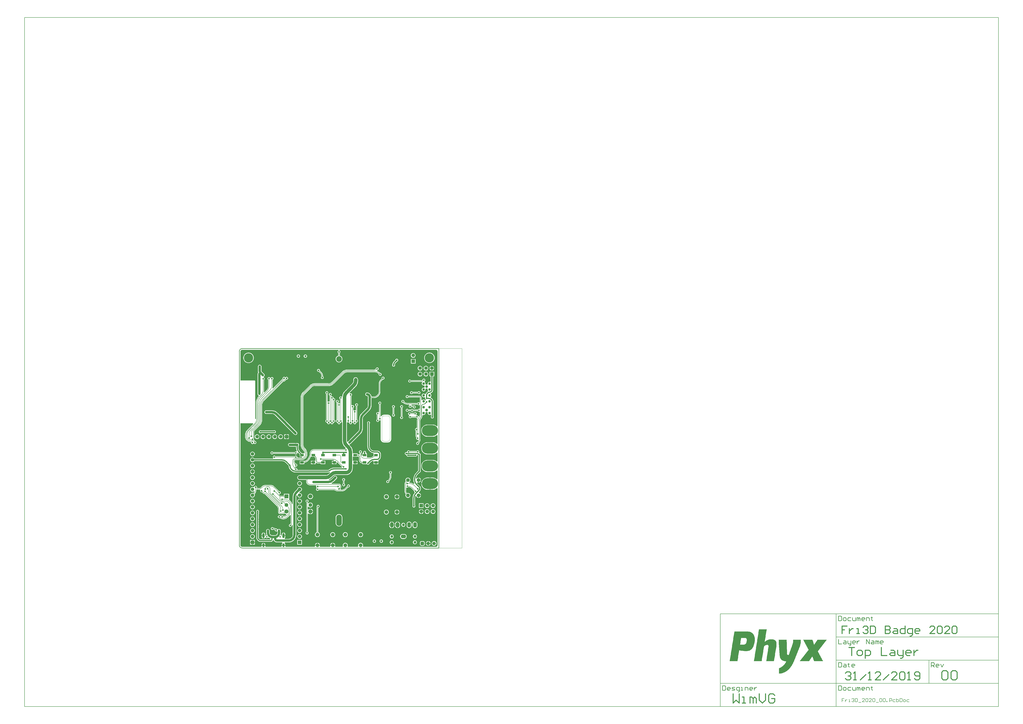
<source format=gtl>
G04*
G04 #@! TF.GenerationSoftware,Altium Limited,Altium Designer,20.0.10 (225)*
G04*
G04 Layer_Physical_Order=1*
G04 Layer_Color=3394611*
%FSLAX25Y25*%
%MOIN*%
G70*
G01*
G75*
%ADD10C,0.00787*%
%ADD11C,0.01000*%
%ADD12C,0.00591*%
%ADD13C,0.00984*%
%ADD15C,0.01575*%
%ADD16C,0.00394*%
%ADD17R,0.05906X0.03937*%
%ADD24C,0.06299*%
%ADD37C,0.04724*%
%ADD40C,0.01181*%
%ADD41C,0.05906*%
%ADD42C,0.01968*%
%ADD43C,0.03937*%
%ADD44C,0.03543*%
%ADD45C,0.02559*%
%ADD46O,0.03937X0.06299*%
%ADD47O,0.03937X0.08268*%
%ADD48C,0.05906*%
%ADD49R,0.05906X0.05906*%
%ADD50O,0.09449X0.18898*%
%ADD51C,0.09449*%
%ADD52O,0.09055X0.06299*%
%ADD53O,0.06299X0.09055*%
%ADD54C,0.07087*%
%ADD55R,0.07087X0.07087*%
%ADD56R,0.05906X0.05906*%
%ADD57C,0.06000*%
G04:AMPARAMS|DCode=58|XSize=60mil|YSize=60mil|CornerRadius=15mil|HoleSize=0mil|Usage=FLASHONLY|Rotation=180.000|XOffset=0mil|YOffset=0mil|HoleType=Round|Shape=RoundedRectangle|*
%AMROUNDEDRECTD58*
21,1,0.06000,0.03000,0,0,180.0*
21,1,0.03000,0.06000,0,0,180.0*
1,1,0.03000,-0.01500,0.01500*
1,1,0.03000,0.01500,0.01500*
1,1,0.03000,0.01500,-0.01500*
1,1,0.03000,-0.01500,-0.01500*
%
%ADD58ROUNDEDRECTD58*%
%ADD59C,0.04331*%
%ADD60O,0.27559X0.18504*%
%ADD61C,0.15748*%
%ADD62C,0.02756*%
G36*
X334456Y336461D02*
X335000Y336235D01*
X335491Y335908D01*
X335908Y335491D01*
X336235Y335000D01*
X336461Y334456D01*
X336576Y333877D01*
Y333583D01*
Y207091D01*
X335395Y206749D01*
X334061Y207844D01*
X332283Y208794D01*
X330353Y209379D01*
X328346Y209577D01*
X319291D01*
X317285Y209379D01*
X315355Y208794D01*
X313577Y207844D01*
X312018Y206564D01*
X310739Y205006D01*
X309788Y203227D01*
X309203Y201298D01*
X309006Y199291D01*
X309203Y197285D01*
X309788Y195355D01*
X310739Y193577D01*
X312018Y192018D01*
X313577Y190739D01*
X315355Y189789D01*
X317285Y189203D01*
X319291Y189006D01*
X328346D01*
X330353Y189203D01*
X332283Y189789D01*
X334061Y190739D01*
X335395Y191833D01*
X336576Y191492D01*
Y177091D01*
X335395Y176749D01*
X334061Y177844D01*
X332283Y178794D01*
X330353Y179379D01*
X328346Y179577D01*
X319291D01*
X317285Y179379D01*
X315355Y178794D01*
X313577Y177844D01*
X312018Y176565D01*
X310739Y175006D01*
X309788Y173228D01*
X309203Y171298D01*
X309006Y169291D01*
X309203Y167285D01*
X309788Y165355D01*
X310739Y163577D01*
X312018Y162018D01*
X313577Y160739D01*
X315355Y159789D01*
X317285Y159203D01*
X319291Y159006D01*
X328346D01*
X330353Y159203D01*
X332283Y159789D01*
X334061Y160739D01*
X335395Y161834D01*
X336576Y161492D01*
Y147091D01*
X335395Y146749D01*
X334061Y147844D01*
X332283Y148794D01*
X330353Y149379D01*
X328346Y149577D01*
X319291D01*
X317285Y149379D01*
X315355Y148794D01*
X313577Y147844D01*
X312018Y146564D01*
X310739Y145006D01*
X309788Y143228D01*
X309203Y141298D01*
X309006Y139291D01*
X309203Y137285D01*
X309788Y135355D01*
X310739Y133577D01*
X312018Y132018D01*
X313577Y130739D01*
X315355Y129789D01*
X317285Y129203D01*
X319291Y129006D01*
X328346D01*
X330353Y129203D01*
X332283Y129789D01*
X334061Y130739D01*
X335395Y131834D01*
X336576Y131492D01*
Y117123D01*
X335395Y116770D01*
X334070Y117857D01*
X332289Y118809D01*
X330356Y119395D01*
X328346Y119593D01*
X324319D01*
Y109291D01*
Y98990D01*
X328346D01*
X330356Y99188D01*
X332289Y99774D01*
X334070Y100726D01*
X335395Y101813D01*
X336576Y101460D01*
Y5000D01*
Y4705D01*
X336461Y4127D01*
X336235Y3582D01*
X335908Y3092D01*
X335491Y2675D01*
X335000Y2348D01*
X334456Y2122D01*
X333877Y2007D01*
X210380D01*
X209729Y3188D01*
X209941Y3700D01*
X210083Y4780D01*
X209941Y5859D01*
X209524Y6864D01*
X208862Y7728D01*
X207998Y8390D01*
X206993Y8807D01*
X205913Y8949D01*
X204834Y8807D01*
X203829Y8390D01*
X202965Y7728D01*
X202303Y6864D01*
X201886Y5859D01*
X201744Y4780D01*
X201886Y3700D01*
X202098Y3188D01*
X201447Y2007D01*
X184380D01*
X183729Y3188D01*
X183941Y3700D01*
X184083Y4780D01*
X183941Y5859D01*
X183524Y6864D01*
X182862Y7728D01*
X181998Y8390D01*
X180992Y8807D01*
X179913Y8949D01*
X178834Y8807D01*
X177829Y8390D01*
X176965Y7728D01*
X176303Y6864D01*
X175886Y5859D01*
X175744Y4780D01*
X175886Y3700D01*
X176098Y3188D01*
X175447Y2007D01*
X163157D01*
X162502Y3188D01*
X162712Y3696D01*
X162789Y4279D01*
X158669D01*
X154550D01*
X154627Y3696D01*
X154837Y3188D01*
X154181Y2007D01*
X137157D01*
X136502Y3188D01*
X136712Y3696D01*
X136789Y4279D01*
X132669D01*
X128550D01*
X128627Y3696D01*
X128837Y3188D01*
X128181Y2007D01*
X78930D01*
X78631Y2248D01*
X78025Y3188D01*
X78073Y3553D01*
Y4234D01*
X75079D01*
X72085D01*
Y3553D01*
X72133Y3188D01*
X71527Y2248D01*
X71228Y2007D01*
X44914D01*
X44615Y2248D01*
X44009Y3188D01*
X44057Y3553D01*
Y4234D01*
X41063D01*
X38069D01*
Y3553D01*
X38117Y3188D01*
X37511Y2248D01*
X37212Y2007D01*
X4705D01*
X4127Y2122D01*
X3582Y2348D01*
X3092Y2675D01*
X2675Y3092D01*
X2348Y3582D01*
X2122Y4127D01*
X2007Y4705D01*
Y5000D01*
Y211595D01*
X23167D01*
X23619Y210504D01*
X14493Y201377D01*
X13652Y200555D01*
X13649Y200552D01*
X12371Y199056D01*
X11343Y197378D01*
X10589Y195560D01*
X10130Y193646D01*
X9976Y191685D01*
X9989D01*
Y189007D01*
X9989Y189002D01*
X9973Y188997D01*
X10141Y187292D01*
X10644Y185636D01*
X11459Y184110D01*
X12557Y182772D01*
X13894Y181675D01*
X15420Y180859D01*
X17076Y180357D01*
X18798Y180187D01*
X18822Y180178D01*
X19621Y179765D01*
X19970Y178860D01*
X20137Y178022D01*
X20659Y177241D01*
X21441Y176719D01*
X22362Y176535D01*
X23284Y176719D01*
X23729Y177016D01*
X24872Y177431D01*
X25653Y176909D01*
X26575Y176725D01*
X27496Y176909D01*
X28278Y177431D01*
X28800Y178212D01*
X28983Y179134D01*
X28800Y180055D01*
X28278Y180837D01*
X27496Y181359D01*
X27027Y181452D01*
X26807Y181740D01*
X26802Y181736D01*
X26802Y181736D01*
X25529Y183009D01*
X25539Y183019D01*
X25315Y183214D01*
X25315Y183214D01*
X25273Y183250D01*
X24723Y183617D01*
X24849Y184252D01*
X24666Y185174D01*
X24588Y185290D01*
X24765Y185717D01*
X24947Y187103D01*
X24927D01*
Y197039D01*
X24915Y197099D01*
X25071Y197883D01*
X25664Y198819D01*
X25664D01*
X25664Y198819D01*
Y198819D01*
X33850Y207005D01*
X34692Y207824D01*
X34699Y207829D01*
X35439Y208696D01*
X36099Y209469D01*
X37226Y211308D01*
X38051Y213299D01*
X38554Y215396D01*
X38723Y217546D01*
X38706D01*
Y242011D01*
X38699Y242048D01*
X38836Y243785D01*
X39251Y245515D01*
X39932Y247159D01*
X40861Y248676D01*
X41994Y250002D01*
X42025Y250023D01*
X74103Y282101D01*
X74110Y282111D01*
X74178Y282156D01*
X75197Y282548D01*
X76131Y282671D01*
X76300Y282741D01*
X76833Y282962D01*
X77002Y283032D01*
X77750Y283605D01*
X77746Y283610D01*
X80010Y285874D01*
X80480Y285781D01*
X81402Y285964D01*
X82183Y286486D01*
X82705Y287267D01*
X82889Y288189D01*
X82705Y289111D01*
X82183Y289892D01*
X81402Y290414D01*
X80480Y290598D01*
X79559Y290414D01*
X78777Y289892D01*
X77687D01*
X76906Y290414D01*
X75984Y290598D01*
X75063Y290414D01*
X74281Y289892D01*
X73759Y289111D01*
X73576Y288189D01*
X73669Y287719D01*
X57057Y271106D01*
X56055Y271776D01*
X56272Y272299D01*
X56687Y274026D01*
X56826Y275796D01*
X56816D01*
Y285826D01*
X57215Y286092D01*
X57737Y286874D01*
X57920Y287795D01*
X57737Y288717D01*
X57215Y289498D01*
X56433Y290020D01*
X55512Y290204D01*
X54590Y290020D01*
X53809Y289498D01*
X53629Y289230D01*
X52276D01*
X52097Y289498D01*
X51315Y290020D01*
X50394Y290204D01*
X49472Y290020D01*
X48691Y289498D01*
X48169Y288717D01*
X47985Y287795D01*
X48169Y286874D01*
X48691Y286092D01*
X49089Y285826D01*
Y274221D01*
X49101Y274164D01*
X48939Y272521D01*
X48443Y270887D01*
X47638Y269380D01*
X46591Y268105D01*
X46542Y268072D01*
X46125Y267655D01*
X46125Y267655D01*
X42663Y264193D01*
X41618Y264819D01*
X41686Y265041D01*
X41879Y267005D01*
X41856D01*
Y285432D01*
X42254Y285699D01*
X42776Y286480D01*
X42960Y287402D01*
X42776Y288323D01*
X42254Y289105D01*
X41533Y289587D01*
X41469Y289923D01*
X41458Y290834D01*
X41497Y290850D01*
X42114Y291323D01*
X42587Y291940D01*
X42884Y292658D01*
X42986Y293429D01*
X42884Y294200D01*
X42587Y294918D01*
X42114Y295535D01*
X38537Y299112D01*
X37706Y299949D01*
X37629Y300135D01*
X37624Y301314D01*
X37624Y308062D01*
X37523Y308832D01*
X37225Y309551D01*
X36752Y310167D01*
X36135Y310641D01*
X35417Y310938D01*
X34646Y311040D01*
X33875Y310938D01*
X33157Y310641D01*
X32540Y310167D01*
X32067Y309551D01*
X31769Y308832D01*
X31668Y308062D01*
X31668Y300135D01*
X31663D01*
X31783Y298920D01*
X32056Y298021D01*
X31542Y297061D01*
X31034Y295386D01*
X30863Y293644D01*
X30880D01*
Y265354D01*
Y261811D01*
X30981Y261040D01*
X31279Y260322D01*
X31752Y259705D01*
X32369Y259232D01*
X32732Y259082D01*
X32963Y258678D01*
X33084Y258187D01*
X33082Y257744D01*
X31823Y256309D01*
X30553Y254407D01*
X29541Y252357D01*
X28806Y250191D01*
X28360Y247949D01*
X28211Y245667D01*
X28223Y245664D01*
X28223Y245660D01*
Y219138D01*
X28169Y219070D01*
X26988Y219480D01*
Y283465D01*
X26911Y283849D01*
X26694Y284174D01*
X26368Y284392D01*
X25984Y284468D01*
X2007D01*
Y333583D01*
Y333877D01*
X2122Y334456D01*
X2348Y335000D01*
X2675Y335491D01*
X3092Y335908D01*
X3582Y336235D01*
X4127Y336461D01*
X4705Y336576D01*
X168749D01*
X168865Y335395D01*
X168370Y335296D01*
X167588Y334774D01*
X167066Y333993D01*
X166883Y333071D01*
X167066Y332149D01*
X167588Y331368D01*
X167987Y331102D01*
Y326452D01*
X167801Y326428D01*
X166412Y325853D01*
X165220Y324938D01*
X164305Y323745D01*
X163730Y322356D01*
X163533Y320866D01*
X163730Y319376D01*
X164305Y317987D01*
X165220Y316795D01*
X166412Y315880D01*
X167801Y315304D01*
X169291Y315108D01*
X170782Y315304D01*
X172170Y315880D01*
X173363Y316795D01*
X174278Y317987D01*
X174853Y319376D01*
X175049Y320866D01*
X174853Y322356D01*
X174278Y323745D01*
X173363Y324938D01*
X172170Y325853D01*
X170782Y326428D01*
X170596Y326452D01*
Y331102D01*
X170994Y331368D01*
X171517Y332149D01*
X171700Y333071D01*
X171517Y333993D01*
X170994Y334774D01*
X170213Y335296D01*
X169718Y335395D01*
X169834Y336576D01*
X333877D01*
X334456Y336461D01*
D02*
G37*
G36*
X997463Y-155808D02*
X997176D01*
Y-156094D01*
X996890D01*
Y-156380D01*
Y-156667D01*
X996604D01*
Y-156953D01*
X996317D01*
Y-157239D01*
X996031D01*
Y-157526D01*
Y-157812D01*
X995745D01*
Y-158098D01*
X995459D01*
Y-158385D01*
X995172D01*
Y-158671D01*
X994886D01*
Y-158957D01*
Y-159244D01*
X994600D01*
Y-159530D01*
X994313D01*
Y-159816D01*
X994027D01*
Y-160102D01*
Y-160389D01*
X993741D01*
Y-160675D01*
X993454D01*
Y-160961D01*
X993168D01*
Y-161248D01*
X992882D01*
Y-161534D01*
Y-161820D01*
X992595D01*
Y-162107D01*
X992309D01*
Y-162393D01*
X992023D01*
Y-162679D01*
Y-162966D01*
X991737D01*
Y-163252D01*
X991450D01*
Y-163538D01*
X991164D01*
Y-163824D01*
Y-164111D01*
X990878D01*
Y-164397D01*
X990591D01*
Y-164683D01*
X990305D01*
Y-164970D01*
X990019D01*
Y-165256D01*
Y-165542D01*
X989732D01*
Y-165829D01*
X989446D01*
Y-166115D01*
X989160D01*
Y-166401D01*
Y-166688D01*
X988873D01*
Y-166974D01*
X988587D01*
Y-167260D01*
X988301D01*
Y-167547D01*
Y-167833D01*
X988015D01*
Y-168119D01*
X987728D01*
Y-168405D01*
X987442D01*
Y-168692D01*
X987156D01*
Y-168978D01*
Y-169264D01*
X986869D01*
Y-169551D01*
X986583D01*
Y-169837D01*
X986297D01*
Y-170123D01*
Y-170410D01*
X986010D01*
Y-170696D01*
X985724D01*
Y-170982D01*
X985438D01*
Y-171269D01*
Y-171555D01*
X985151D01*
Y-171841D01*
X984865D01*
Y-172127D01*
X984579D01*
Y-172414D01*
X984292D01*
Y-172700D01*
Y-172986D01*
X984006D01*
Y-173273D01*
X983720D01*
Y-173559D01*
X983434D01*
Y-173845D01*
Y-174132D01*
X983147D01*
Y-174418D01*
X982861D01*
Y-174704D01*
X982574D01*
Y-174991D01*
X982288D01*
Y-175277D01*
Y-175563D01*
X982574D01*
Y-175850D01*
Y-176136D01*
X982861D01*
Y-176422D01*
Y-176709D01*
X983147D01*
Y-176995D01*
X983434D01*
Y-177281D01*
Y-177568D01*
X983720D01*
Y-177854D01*
Y-178140D01*
X984006D01*
Y-178426D01*
Y-178713D01*
X984292D01*
Y-178999D01*
Y-179285D01*
X984579D01*
Y-179572D01*
Y-179858D01*
X984865D01*
Y-180144D01*
Y-180431D01*
X985151D01*
Y-180717D01*
Y-181003D01*
X985438D01*
Y-181290D01*
Y-181576D01*
X985724D01*
Y-181862D01*
X986010D01*
Y-182149D01*
Y-182435D01*
X986297D01*
Y-182721D01*
Y-183007D01*
X986583D01*
Y-183294D01*
Y-183580D01*
X986869D01*
Y-183866D01*
Y-184153D01*
X987156D01*
Y-184439D01*
Y-184725D01*
X987442D01*
Y-185012D01*
Y-185298D01*
X987728D01*
Y-185584D01*
Y-185871D01*
X988015D01*
Y-186157D01*
X988301D01*
Y-186443D01*
Y-186730D01*
X988587D01*
Y-187016D01*
Y-187302D01*
X988873D01*
Y-187588D01*
Y-187875D01*
X989160D01*
Y-188161D01*
Y-188447D01*
X989446D01*
Y-188734D01*
Y-189020D01*
X989732D01*
Y-189306D01*
Y-189593D01*
X990019D01*
Y-189879D01*
Y-190165D01*
X990305D01*
Y-190452D01*
X990591D01*
Y-190738D01*
Y-191024D01*
X990878D01*
Y-191311D01*
Y-191597D01*
X991164D01*
Y-191883D01*
X975989D01*
Y-191597D01*
X975703D01*
Y-191311D01*
Y-191024D01*
Y-190738D01*
X975417D01*
Y-190452D01*
Y-190165D01*
Y-189879D01*
X975130D01*
Y-189593D01*
Y-189306D01*
X974844D01*
Y-189020D01*
Y-188734D01*
Y-188447D01*
X974558D01*
Y-188161D01*
Y-187875D01*
Y-187588D01*
X974271D01*
Y-187302D01*
Y-187016D01*
X973985D01*
Y-186730D01*
Y-186443D01*
Y-186157D01*
X973699D01*
Y-185871D01*
Y-185584D01*
Y-185298D01*
X973413D01*
Y-185012D01*
Y-184725D01*
Y-184439D01*
X973126D01*
Y-184153D01*
X972554D01*
Y-184439D01*
Y-184725D01*
X972267D01*
Y-185012D01*
X971981D01*
Y-185298D01*
Y-185584D01*
X971695D01*
Y-185871D01*
X971408D01*
Y-186157D01*
Y-186443D01*
X971122D01*
Y-186730D01*
X970836D01*
Y-187016D01*
Y-187302D01*
X970549D01*
Y-187588D01*
X970263D01*
Y-187875D01*
X969977D01*
Y-188161D01*
Y-188447D01*
X969691D01*
Y-188734D01*
X969404D01*
Y-189020D01*
Y-189306D01*
X969118D01*
Y-189593D01*
X968832D01*
Y-189879D01*
Y-190165D01*
X968545D01*
Y-190452D01*
X968259D01*
Y-190738D01*
Y-191024D01*
X967973D01*
Y-191311D01*
X967686D01*
Y-191597D01*
Y-191883D01*
X951653D01*
Y-191597D01*
X951939D01*
Y-191311D01*
X952225D01*
Y-191024D01*
X952512D01*
Y-190738D01*
X952798D01*
Y-190452D01*
Y-190165D01*
X953084D01*
Y-189879D01*
X953371D01*
Y-189593D01*
X953657D01*
Y-189306D01*
X953943D01*
Y-189020D01*
Y-188734D01*
X954230D01*
Y-188447D01*
X954516D01*
Y-188161D01*
X954802D01*
Y-187875D01*
Y-187588D01*
X955089D01*
Y-187302D01*
X955375D01*
Y-187016D01*
X955661D01*
Y-186730D01*
X955947D01*
Y-186443D01*
Y-186157D01*
X956234D01*
Y-185871D01*
X956520D01*
Y-185584D01*
X956806D01*
Y-185298D01*
X957093D01*
Y-185012D01*
Y-184725D01*
X957379D01*
Y-184439D01*
X957665D01*
Y-184153D01*
X957952D01*
Y-183866D01*
Y-183580D01*
X958238D01*
Y-183294D01*
X958524D01*
Y-183007D01*
X958811D01*
Y-182721D01*
X959097D01*
Y-182435D01*
Y-182149D01*
X959383D01*
Y-181862D01*
X959669D01*
Y-181576D01*
X959956D01*
Y-181290D01*
Y-181003D01*
X960242D01*
Y-180717D01*
X960528D01*
Y-180431D01*
X960815D01*
Y-180144D01*
X961101D01*
Y-179858D01*
Y-179572D01*
X961387D01*
Y-179285D01*
X961674D01*
Y-178999D01*
X961960D01*
Y-178713D01*
Y-178426D01*
X962246D01*
Y-178140D01*
X962533D01*
Y-177854D01*
X962819D01*
Y-177568D01*
X963105D01*
Y-177281D01*
Y-176995D01*
X963392D01*
Y-176709D01*
X963678D01*
Y-176422D01*
X963964D01*
Y-176136D01*
X964250D01*
Y-175850D01*
Y-175563D01*
X964537D01*
Y-175277D01*
X964823D01*
Y-174991D01*
X965109D01*
Y-174704D01*
Y-174418D01*
X965396D01*
Y-174132D01*
X965682D01*
Y-173845D01*
X965968D01*
Y-173559D01*
X966255D01*
Y-173273D01*
Y-172986D01*
X966541D01*
Y-172700D01*
Y-172414D01*
Y-172127D01*
X966255D01*
Y-171841D01*
X965968D01*
Y-171555D01*
Y-171269D01*
X965682D01*
Y-170982D01*
Y-170696D01*
X965396D01*
Y-170410D01*
Y-170123D01*
X965109D01*
Y-169837D01*
Y-169551D01*
X964823D01*
Y-169264D01*
Y-168978D01*
X964537D01*
Y-168692D01*
Y-168405D01*
X964250D01*
Y-168119D01*
X963964D01*
Y-167833D01*
Y-167547D01*
X963678D01*
Y-167260D01*
Y-166974D01*
X963392D01*
Y-166688D01*
Y-166401D01*
X963105D01*
Y-166115D01*
Y-165829D01*
X962819D01*
Y-165542D01*
Y-165256D01*
X962533D01*
Y-164970D01*
Y-164683D01*
X962246D01*
Y-164397D01*
X961960D01*
Y-164111D01*
Y-163824D01*
X961674D01*
Y-163538D01*
Y-163252D01*
X961387D01*
Y-162966D01*
Y-162679D01*
X961101D01*
Y-162393D01*
Y-162107D01*
X960815D01*
Y-161820D01*
Y-161534D01*
X960528D01*
Y-161248D01*
Y-160961D01*
X960242D01*
Y-160675D01*
Y-160389D01*
X959956D01*
Y-160102D01*
X959669D01*
Y-159816D01*
Y-159530D01*
X959383D01*
Y-159244D01*
Y-158957D01*
X959097D01*
Y-158671D01*
Y-158385D01*
X958811D01*
Y-158098D01*
Y-157812D01*
X958524D01*
Y-157526D01*
Y-157239D01*
X958238D01*
Y-156953D01*
Y-156667D01*
X957952D01*
Y-156380D01*
X957665D01*
Y-156094D01*
Y-155808D01*
X957379D01*
Y-155521D01*
X973126D01*
Y-155808D01*
X973413D01*
Y-156094D01*
Y-156380D01*
Y-156667D01*
X973699D01*
Y-156953D01*
Y-157239D01*
Y-157526D01*
X973985D01*
Y-157812D01*
Y-158098D01*
Y-158385D01*
X974271D01*
Y-158671D01*
Y-158957D01*
Y-159244D01*
X974558D01*
Y-159530D01*
Y-159816D01*
Y-160102D01*
X974844D01*
Y-160389D01*
Y-160675D01*
Y-160961D01*
X975130D01*
Y-161248D01*
Y-161534D01*
Y-161820D01*
X975417D01*
Y-162107D01*
Y-162393D01*
Y-162679D01*
X975703D01*
Y-162966D01*
Y-163252D01*
Y-163538D01*
Y-163824D01*
X976276D01*
Y-163538D01*
X976562D01*
Y-163252D01*
X976848D01*
Y-162966D01*
Y-162679D01*
X977135D01*
Y-162393D01*
X977421D01*
Y-162107D01*
Y-161820D01*
X977707D01*
Y-161534D01*
X977993D01*
Y-161248D01*
Y-160961D01*
X978280D01*
Y-160675D01*
X978566D01*
Y-160389D01*
Y-160102D01*
X978852D01*
Y-159816D01*
X979139D01*
Y-159530D01*
Y-159244D01*
X979425D01*
Y-158957D01*
X979711D01*
Y-158671D01*
Y-158385D01*
X979998D01*
Y-158098D01*
X980284D01*
Y-157812D01*
Y-157526D01*
X980570D01*
Y-157239D01*
X980857D01*
Y-156953D01*
Y-156667D01*
X981143D01*
Y-156380D01*
X981429D01*
Y-156094D01*
Y-155808D01*
X981716D01*
Y-155521D01*
X997463D01*
Y-155808D01*
D02*
G37*
G36*
X864327Y-141778D02*
X866045D01*
Y-142065D01*
X866904D01*
Y-142351D01*
X867763D01*
Y-142637D01*
X868622D01*
Y-142924D01*
X869195D01*
Y-143210D01*
X869481D01*
Y-143496D01*
X870054D01*
Y-143783D01*
X870340D01*
Y-144069D01*
X870912D01*
Y-144355D01*
X871199D01*
Y-144641D01*
X871485D01*
Y-144928D01*
X871772D01*
Y-145214D01*
X872058D01*
Y-145501D01*
X872344D01*
Y-145787D01*
X872630D01*
Y-146073D01*
Y-146359D01*
X872917D01*
Y-146646D01*
X873203D01*
Y-146932D01*
Y-147218D01*
X873489D01*
Y-147505D01*
X873776D01*
Y-147791D01*
Y-148077D01*
X874062D01*
Y-148364D01*
Y-148650D01*
Y-148936D01*
X874348D01*
Y-149223D01*
Y-149509D01*
Y-149795D01*
X874635D01*
Y-150082D01*
Y-150368D01*
Y-150654D01*
Y-150940D01*
X874921D01*
Y-151227D01*
Y-151513D01*
Y-151799D01*
Y-152086D01*
Y-152372D01*
X875207D01*
Y-152658D01*
Y-152945D01*
Y-153231D01*
Y-153517D01*
Y-153804D01*
Y-154090D01*
Y-154376D01*
Y-154663D01*
Y-154949D01*
Y-155235D01*
Y-155521D01*
Y-155808D01*
Y-156094D01*
Y-156380D01*
Y-156667D01*
Y-156953D01*
Y-157239D01*
Y-157526D01*
Y-157812D01*
Y-158098D01*
X874921D01*
Y-158385D01*
Y-158671D01*
Y-158957D01*
Y-159244D01*
Y-159530D01*
Y-159816D01*
Y-160102D01*
X874635D01*
Y-160389D01*
Y-160675D01*
Y-160961D01*
Y-161248D01*
Y-161534D01*
X874348D01*
Y-161820D01*
Y-162107D01*
Y-162393D01*
Y-162679D01*
Y-162966D01*
X874062D01*
Y-163252D01*
Y-163538D01*
Y-163824D01*
X873776D01*
Y-164111D01*
Y-164397D01*
Y-164683D01*
Y-164970D01*
X873489D01*
Y-165256D01*
Y-165542D01*
Y-165829D01*
X873203D01*
Y-166115D01*
Y-166401D01*
X872917D01*
Y-166688D01*
Y-166974D01*
Y-167260D01*
X872630D01*
Y-167547D01*
Y-167833D01*
X872344D01*
Y-168119D01*
Y-168405D01*
X872058D01*
Y-168692D01*
Y-168978D01*
X871772D01*
Y-169264D01*
X871485D01*
Y-169551D01*
Y-169837D01*
X871199D01*
Y-170123D01*
X870912D01*
Y-170410D01*
X870626D01*
Y-170696D01*
Y-170982D01*
X870340D01*
Y-171269D01*
X870054D01*
Y-171555D01*
X869767D01*
Y-171841D01*
X869481D01*
Y-172127D01*
X869195D01*
Y-172414D01*
X868622D01*
Y-172700D01*
X868336D01*
Y-172986D01*
X867763D01*
Y-173273D01*
X867477D01*
Y-173559D01*
X866904D01*
Y-173845D01*
X866045D01*
Y-174132D01*
X865186D01*
Y-174418D01*
X864327D01*
Y-174704D01*
X862609D01*
Y-174991D01*
X857456D01*
Y-174704D01*
X854879D01*
Y-174418D01*
X852875D01*
Y-174132D01*
X851443D01*
Y-173845D01*
X850012D01*
Y-173559D01*
X848580D01*
Y-173845D01*
Y-174132D01*
Y-174418D01*
Y-174704D01*
Y-174991D01*
Y-175277D01*
Y-175563D01*
X848294D01*
Y-175850D01*
Y-176136D01*
Y-176422D01*
Y-176709D01*
Y-176995D01*
Y-177281D01*
X848007D01*
Y-177568D01*
Y-177854D01*
Y-178140D01*
Y-178426D01*
Y-178713D01*
Y-178999D01*
X847721D01*
Y-179285D01*
Y-179572D01*
Y-179858D01*
Y-180144D01*
Y-180431D01*
Y-180717D01*
Y-181003D01*
X847435D01*
Y-181290D01*
Y-181576D01*
Y-181862D01*
Y-182149D01*
Y-182435D01*
Y-182721D01*
X847149D01*
Y-183007D01*
Y-183294D01*
Y-183580D01*
Y-183866D01*
Y-184153D01*
Y-184439D01*
X846862D01*
Y-184725D01*
Y-185012D01*
Y-185298D01*
Y-185584D01*
Y-185871D01*
Y-186157D01*
Y-186443D01*
X846576D01*
Y-186730D01*
Y-187016D01*
Y-187302D01*
Y-187588D01*
Y-187875D01*
Y-188161D01*
X846290D01*
Y-188447D01*
Y-188734D01*
Y-189020D01*
Y-189306D01*
Y-189593D01*
Y-189879D01*
X846003D01*
Y-190165D01*
Y-190452D01*
Y-190738D01*
Y-191024D01*
Y-191311D01*
Y-191597D01*
Y-191883D01*
X832547D01*
Y-191597D01*
X832833D01*
Y-191311D01*
Y-191024D01*
Y-190738D01*
Y-190452D01*
Y-190165D01*
X833119D01*
Y-189879D01*
Y-189593D01*
Y-189306D01*
Y-189020D01*
Y-188734D01*
Y-188447D01*
Y-188161D01*
X833405D01*
Y-187875D01*
Y-187588D01*
Y-187302D01*
Y-187016D01*
Y-186730D01*
Y-186443D01*
X833692D01*
Y-186157D01*
Y-185871D01*
Y-185584D01*
Y-185298D01*
Y-185012D01*
Y-184725D01*
X833978D01*
Y-184439D01*
Y-184153D01*
Y-183866D01*
Y-183580D01*
Y-183294D01*
Y-183007D01*
Y-182721D01*
X834264D01*
Y-182435D01*
Y-182149D01*
Y-181862D01*
Y-181576D01*
Y-181290D01*
Y-181003D01*
X834551D01*
Y-180717D01*
Y-180431D01*
Y-180144D01*
Y-179858D01*
Y-179572D01*
Y-179285D01*
X834837D01*
Y-178999D01*
Y-178713D01*
Y-178426D01*
Y-178140D01*
Y-177854D01*
Y-177568D01*
X835123D01*
Y-177281D01*
Y-176995D01*
Y-176709D01*
Y-176422D01*
Y-176136D01*
Y-175850D01*
Y-175563D01*
X835410D01*
Y-175277D01*
Y-174991D01*
Y-174704D01*
Y-174418D01*
Y-174132D01*
Y-173845D01*
X835696D01*
Y-173559D01*
Y-173273D01*
Y-172986D01*
Y-172700D01*
Y-172414D01*
Y-172127D01*
X835982D01*
Y-171841D01*
Y-171555D01*
Y-171269D01*
Y-170982D01*
Y-170696D01*
Y-170410D01*
X836269D01*
Y-170123D01*
Y-169837D01*
Y-169551D01*
Y-169264D01*
Y-168978D01*
Y-168692D01*
Y-168405D01*
X836555D01*
Y-168119D01*
Y-167833D01*
Y-167547D01*
Y-167260D01*
Y-166974D01*
Y-166688D01*
X836841D01*
Y-166401D01*
Y-166115D01*
Y-165829D01*
Y-165542D01*
Y-165256D01*
Y-164970D01*
X837128D01*
Y-164683D01*
Y-164397D01*
Y-164111D01*
Y-163824D01*
Y-163538D01*
Y-163252D01*
Y-162966D01*
X837414D01*
Y-162679D01*
Y-162393D01*
Y-162107D01*
Y-161820D01*
Y-161534D01*
Y-161248D01*
X837700D01*
Y-160961D01*
Y-160675D01*
Y-160389D01*
Y-160102D01*
Y-159816D01*
Y-159530D01*
X837986D01*
Y-159244D01*
Y-158957D01*
Y-158671D01*
Y-158385D01*
Y-158098D01*
Y-157812D01*
X838273D01*
Y-157526D01*
Y-157239D01*
Y-156953D01*
Y-156667D01*
Y-156380D01*
Y-156094D01*
Y-155808D01*
X838559D01*
Y-155521D01*
Y-155235D01*
Y-154949D01*
Y-154663D01*
Y-154376D01*
Y-154090D01*
X838846D01*
Y-153804D01*
Y-153517D01*
Y-153231D01*
Y-152945D01*
Y-152658D01*
Y-152372D01*
X839132D01*
Y-152086D01*
Y-151799D01*
Y-151513D01*
Y-151227D01*
Y-150940D01*
Y-150654D01*
Y-150368D01*
X839418D01*
Y-150082D01*
Y-149795D01*
Y-149509D01*
Y-149223D01*
Y-148936D01*
Y-148650D01*
X839704D01*
Y-148364D01*
Y-148077D01*
Y-147791D01*
Y-147505D01*
Y-147218D01*
Y-146932D01*
X839991D01*
Y-146646D01*
Y-146359D01*
Y-146073D01*
Y-145787D01*
Y-145501D01*
Y-145214D01*
Y-144928D01*
X840277D01*
Y-144641D01*
Y-144355D01*
Y-144069D01*
Y-143783D01*
Y-143496D01*
Y-143210D01*
X840563D01*
Y-142924D01*
Y-142637D01*
Y-142351D01*
Y-142065D01*
Y-141778D01*
Y-141492D01*
X864327D01*
Y-141778D01*
D02*
G37*
G36*
X953371Y-155808D02*
Y-156094D01*
Y-156380D01*
Y-156667D01*
Y-156953D01*
Y-157239D01*
Y-157526D01*
Y-157812D01*
Y-158098D01*
Y-158385D01*
Y-158671D01*
Y-158957D01*
Y-159244D01*
Y-159530D01*
Y-159816D01*
Y-160102D01*
Y-160389D01*
Y-160675D01*
Y-160961D01*
Y-161248D01*
Y-161534D01*
X953084D01*
Y-161820D01*
Y-162107D01*
Y-162393D01*
Y-162679D01*
Y-162966D01*
X952798D01*
Y-163252D01*
Y-163538D01*
Y-163824D01*
Y-164111D01*
X952512D01*
Y-164397D01*
Y-164683D01*
Y-164970D01*
Y-165256D01*
X952225D01*
Y-165542D01*
Y-165829D01*
Y-166115D01*
X951939D01*
Y-166401D01*
Y-166688D01*
Y-166974D01*
X951653D01*
Y-167260D01*
Y-167547D01*
Y-167833D01*
X951366D01*
Y-168119D01*
Y-168405D01*
Y-168692D01*
X951080D01*
Y-168978D01*
Y-169264D01*
X950794D01*
Y-169551D01*
Y-169837D01*
X950508D01*
Y-170123D01*
Y-170410D01*
Y-170696D01*
X950221D01*
Y-170982D01*
Y-171269D01*
X949935D01*
Y-171555D01*
Y-171841D01*
Y-172127D01*
X949649D01*
Y-172414D01*
Y-172700D01*
X949362D01*
Y-172986D01*
Y-173273D01*
Y-173559D01*
X949076D01*
Y-173845D01*
Y-174132D01*
X948790D01*
Y-174418D01*
Y-174704D01*
Y-174991D01*
X948503D01*
Y-175277D01*
Y-175563D01*
X948217D01*
Y-175850D01*
Y-176136D01*
Y-176422D01*
X947931D01*
Y-176709D01*
Y-176995D01*
X947644D01*
Y-177281D01*
Y-177568D01*
Y-177854D01*
X947358D01*
Y-178140D01*
Y-178426D01*
X947072D01*
Y-178713D01*
Y-178999D01*
Y-179285D01*
X946785D01*
Y-179572D01*
Y-179858D01*
X946499D01*
Y-180144D01*
Y-180431D01*
Y-180717D01*
X946213D01*
Y-181003D01*
Y-181290D01*
X945926D01*
Y-181576D01*
Y-181862D01*
Y-182149D01*
X945640D01*
Y-182435D01*
Y-182721D01*
X945354D01*
Y-183007D01*
Y-183294D01*
Y-183580D01*
X945068D01*
Y-183866D01*
Y-184153D01*
X944781D01*
Y-184439D01*
Y-184725D01*
Y-185012D01*
X944495D01*
Y-185298D01*
Y-185584D01*
X944209D01*
Y-185871D01*
Y-186157D01*
Y-186443D01*
X943922D01*
Y-186730D01*
Y-187016D01*
X943636D01*
Y-187302D01*
Y-187588D01*
Y-187875D01*
X943350D01*
Y-188161D01*
Y-188447D01*
X943063D01*
Y-188734D01*
Y-189020D01*
Y-189306D01*
X942777D01*
Y-189593D01*
Y-189879D01*
X942491D01*
Y-190165D01*
Y-190452D01*
Y-190738D01*
X942204D01*
Y-191024D01*
Y-191311D01*
X941918D01*
Y-191597D01*
Y-191883D01*
Y-192169D01*
X941632D01*
Y-192456D01*
Y-192742D01*
X941346D01*
Y-193028D01*
Y-193315D01*
X941059D01*
Y-193601D01*
Y-193887D01*
X940773D01*
Y-194174D01*
Y-194460D01*
Y-194746D01*
X940487D01*
Y-195033D01*
X940200D01*
Y-195319D01*
Y-195605D01*
Y-195891D01*
X939914D01*
Y-196178D01*
X939628D01*
Y-196464D01*
Y-196750D01*
X939341D01*
Y-197037D01*
Y-197323D01*
X939055D01*
Y-197609D01*
Y-197896D01*
X938769D01*
Y-198182D01*
Y-198468D01*
X938482D01*
Y-198755D01*
X938196D01*
Y-199041D01*
Y-199327D01*
X937910D01*
Y-199614D01*
Y-199900D01*
X937623D01*
Y-200186D01*
X937337D01*
Y-200472D01*
X937051D01*
Y-200759D01*
Y-201045D01*
X936765D01*
Y-201331D01*
X936478D01*
Y-201618D01*
Y-201904D01*
X936192D01*
Y-202190D01*
X935905D01*
Y-202477D01*
X935619D01*
Y-202763D01*
Y-203049D01*
X935333D01*
Y-203336D01*
X935047D01*
Y-203622D01*
X934760D01*
Y-203908D01*
X934474D01*
Y-204195D01*
X934188D01*
Y-204481D01*
Y-204767D01*
X933901D01*
Y-205053D01*
X933615D01*
Y-205340D01*
X933329D01*
Y-205626D01*
X933042D01*
Y-205912D01*
X932756D01*
Y-206199D01*
X932470D01*
Y-206485D01*
X932183D01*
Y-206771D01*
X931611D01*
Y-207058D01*
X931324D01*
Y-207344D01*
X931038D01*
Y-207630D01*
X930752D01*
Y-207917D01*
X930466D01*
Y-208203D01*
X929893D01*
Y-208489D01*
X929607D01*
Y-208776D01*
X929034D01*
Y-209062D01*
X928748D01*
Y-209348D01*
X928175D01*
Y-209634D01*
X927889D01*
Y-209921D01*
X927316D01*
Y-210207D01*
X926744D01*
Y-210493D01*
X926171D01*
Y-210780D01*
X925598D01*
Y-211066D01*
X925026D01*
Y-211352D01*
X924167D01*
Y-211639D01*
X923594D01*
Y-211925D01*
X922735D01*
Y-212211D01*
X921590D01*
Y-212498D01*
X920445D01*
Y-212784D01*
X918727D01*
Y-213070D01*
X916723D01*
Y-213357D01*
X916436D01*
Y-213070D01*
Y-212784D01*
Y-212498D01*
Y-212211D01*
Y-211925D01*
Y-211639D01*
Y-211352D01*
Y-211066D01*
Y-210780D01*
Y-210493D01*
Y-210207D01*
Y-209921D01*
Y-209634D01*
Y-209348D01*
Y-209062D01*
Y-208776D01*
Y-208489D01*
Y-208203D01*
Y-207917D01*
Y-207630D01*
Y-207344D01*
Y-207058D01*
Y-206771D01*
Y-206485D01*
Y-206199D01*
Y-205912D01*
Y-205626D01*
Y-205340D01*
Y-205053D01*
Y-204767D01*
Y-204481D01*
Y-204195D01*
Y-203908D01*
X917009D01*
Y-203622D01*
X917581D01*
Y-203336D01*
X918154D01*
Y-203049D01*
X918727D01*
Y-202763D01*
X919299D01*
Y-202477D01*
X919872D01*
Y-202190D01*
X920158D01*
Y-201904D01*
X920731D01*
Y-201618D01*
X921017D01*
Y-201331D01*
X921590D01*
Y-201045D01*
X921876D01*
Y-200759D01*
X922163D01*
Y-200472D01*
X922735D01*
Y-200186D01*
X923022D01*
Y-199900D01*
X923308D01*
Y-199614D01*
X923594D01*
Y-199327D01*
X923880D01*
Y-199041D01*
X924167D01*
Y-198755D01*
X924453D01*
Y-198468D01*
X924739D01*
Y-198182D01*
X925026D01*
Y-197896D01*
X925312D01*
Y-197609D01*
X925598D01*
Y-197323D01*
X925885D01*
Y-197037D01*
Y-196750D01*
X926171D01*
Y-196464D01*
X926457D01*
Y-196178D01*
X926744D01*
Y-195891D01*
Y-195605D01*
X927030D01*
Y-195319D01*
X927316D01*
Y-195033D01*
Y-194746D01*
X927602D01*
Y-194460D01*
Y-194174D01*
X927889D01*
Y-193887D01*
X928175D01*
Y-193601D01*
Y-193315D01*
X928461D01*
Y-193028D01*
Y-192742D01*
X928748D01*
Y-192456D01*
Y-192169D01*
X927030D01*
Y-191883D01*
X925026D01*
Y-191597D01*
X923880D01*
Y-191311D01*
X923308D01*
Y-191024D01*
X922449D01*
Y-190738D01*
X921876D01*
Y-190452D01*
X921590D01*
Y-190165D01*
X921017D01*
Y-189879D01*
X920731D01*
Y-189593D01*
X920445D01*
Y-189306D01*
X920158D01*
Y-189020D01*
X919872D01*
Y-188734D01*
X919586D01*
Y-188447D01*
Y-188161D01*
X919299D01*
Y-187875D01*
X919013D01*
Y-187588D01*
Y-187302D01*
X918727D01*
Y-187016D01*
Y-186730D01*
X918441D01*
Y-186443D01*
Y-186157D01*
X918154D01*
Y-185871D01*
Y-185584D01*
Y-185298D01*
X917868D01*
Y-185012D01*
Y-184725D01*
Y-184439D01*
Y-184153D01*
X917581D01*
Y-183866D01*
Y-183580D01*
Y-183294D01*
Y-183007D01*
Y-182721D01*
Y-182435D01*
Y-182149D01*
X917295D01*
Y-181862D01*
Y-181576D01*
Y-181290D01*
Y-181003D01*
Y-180717D01*
Y-180431D01*
Y-180144D01*
Y-179858D01*
Y-179572D01*
Y-179285D01*
Y-178999D01*
Y-178713D01*
Y-178426D01*
Y-178140D01*
Y-177854D01*
X917009D01*
Y-177568D01*
Y-177281D01*
Y-176995D01*
Y-176709D01*
Y-176422D01*
Y-176136D01*
Y-175850D01*
Y-175563D01*
Y-175277D01*
Y-174991D01*
Y-174704D01*
Y-174418D01*
Y-174132D01*
Y-173845D01*
Y-173559D01*
X916723D01*
Y-173273D01*
Y-172986D01*
Y-172700D01*
Y-172414D01*
Y-172127D01*
Y-171841D01*
Y-171555D01*
Y-171269D01*
Y-170982D01*
Y-170696D01*
Y-170410D01*
Y-170123D01*
Y-169837D01*
Y-169551D01*
Y-169264D01*
Y-168978D01*
X916436D01*
Y-168692D01*
Y-168405D01*
Y-168119D01*
Y-167833D01*
Y-167547D01*
Y-167260D01*
Y-166974D01*
Y-166688D01*
Y-166401D01*
Y-166115D01*
Y-165829D01*
Y-165542D01*
Y-165256D01*
Y-164970D01*
Y-164683D01*
Y-164397D01*
X916150D01*
Y-164111D01*
Y-163824D01*
Y-163538D01*
Y-163252D01*
Y-162966D01*
Y-162679D01*
Y-162393D01*
Y-162107D01*
Y-161820D01*
Y-161534D01*
Y-161248D01*
Y-160961D01*
Y-160675D01*
Y-160389D01*
X915864D01*
Y-160102D01*
Y-159816D01*
Y-159530D01*
Y-159244D01*
Y-158957D01*
Y-158671D01*
Y-158385D01*
Y-158098D01*
Y-157812D01*
Y-157526D01*
Y-157239D01*
Y-156953D01*
Y-156667D01*
Y-156380D01*
Y-156094D01*
Y-155808D01*
X915577D01*
Y-155521D01*
X929320D01*
Y-155808D01*
Y-156094D01*
Y-156380D01*
Y-156667D01*
Y-156953D01*
Y-157239D01*
Y-157526D01*
Y-157812D01*
Y-158098D01*
Y-158385D01*
Y-158671D01*
Y-158957D01*
Y-159244D01*
Y-159530D01*
X929607D01*
Y-159816D01*
Y-160102D01*
Y-160389D01*
Y-160675D01*
Y-160961D01*
Y-161248D01*
Y-161534D01*
Y-161820D01*
Y-162107D01*
Y-162393D01*
Y-162679D01*
Y-162966D01*
Y-163252D01*
Y-163538D01*
Y-163824D01*
Y-164111D01*
Y-164397D01*
Y-164683D01*
Y-164970D01*
Y-165256D01*
Y-165542D01*
Y-165829D01*
Y-166115D01*
Y-166401D01*
Y-166688D01*
Y-166974D01*
Y-167260D01*
Y-167547D01*
Y-167833D01*
Y-168119D01*
Y-168405D01*
Y-168692D01*
Y-168978D01*
Y-169264D01*
Y-169551D01*
Y-169837D01*
Y-170123D01*
Y-170410D01*
Y-170696D01*
Y-170982D01*
Y-171269D01*
X929893D01*
Y-171555D01*
X929607D01*
Y-171841D01*
Y-172127D01*
X929893D01*
Y-172414D01*
Y-172700D01*
Y-172986D01*
Y-173273D01*
Y-173559D01*
Y-173845D01*
Y-174132D01*
Y-174418D01*
Y-174704D01*
Y-174991D01*
Y-175277D01*
Y-175563D01*
Y-175850D01*
Y-176136D01*
Y-176422D01*
Y-176709D01*
Y-176995D01*
Y-177281D01*
Y-177568D01*
Y-177854D01*
Y-178140D01*
Y-178426D01*
Y-178713D01*
Y-178999D01*
Y-179285D01*
Y-179572D01*
X930179D01*
Y-179858D01*
Y-180144D01*
Y-180431D01*
X930466D01*
Y-180717D01*
X930752D01*
Y-181003D01*
X931038D01*
Y-181290D01*
X931897D01*
Y-181576D01*
X932756D01*
Y-181290D01*
X933042D01*
Y-181003D01*
Y-180717D01*
Y-180431D01*
X933329D01*
Y-180144D01*
Y-179858D01*
X933615D01*
Y-179572D01*
Y-179285D01*
Y-178999D01*
X933901D01*
Y-178713D01*
Y-178426D01*
Y-178140D01*
X934188D01*
Y-177854D01*
Y-177568D01*
Y-177281D01*
X934474D01*
Y-176995D01*
Y-176709D01*
Y-176422D01*
X934760D01*
Y-176136D01*
Y-175850D01*
X935047D01*
Y-175563D01*
Y-175277D01*
Y-174991D01*
X935333D01*
Y-174704D01*
Y-174418D01*
Y-174132D01*
X935619D01*
Y-173845D01*
Y-173559D01*
Y-173273D01*
X935905D01*
Y-172986D01*
Y-172700D01*
X936192D01*
Y-172414D01*
Y-172127D01*
Y-171841D01*
X936478D01*
Y-171555D01*
Y-171269D01*
Y-170982D01*
X936765D01*
Y-170696D01*
Y-170410D01*
Y-170123D01*
X937051D01*
Y-169837D01*
Y-169551D01*
X937337D01*
Y-169264D01*
Y-168978D01*
Y-168692D01*
X937623D01*
Y-168405D01*
Y-168119D01*
Y-167833D01*
X937910D01*
Y-167547D01*
Y-167260D01*
Y-166974D01*
X938196D01*
Y-166688D01*
Y-166401D01*
X938482D01*
Y-166115D01*
Y-165829D01*
Y-165542D01*
X938769D01*
Y-165256D01*
Y-164970D01*
Y-164683D01*
X939055D01*
Y-164397D01*
Y-164111D01*
Y-163824D01*
X939341D01*
Y-163538D01*
Y-163252D01*
Y-162966D01*
Y-162679D01*
X939628D01*
Y-162393D01*
Y-162107D01*
Y-161820D01*
Y-161534D01*
X939914D01*
Y-161248D01*
Y-160961D01*
Y-160675D01*
Y-160389D01*
Y-160102D01*
X940200D01*
Y-159816D01*
Y-159530D01*
Y-159244D01*
Y-158957D01*
Y-158671D01*
Y-158385D01*
X940487D01*
Y-158098D01*
Y-157812D01*
Y-157526D01*
Y-157239D01*
Y-156953D01*
Y-156667D01*
Y-156380D01*
Y-156094D01*
Y-155808D01*
Y-155521D01*
X953371D01*
Y-155808D01*
D02*
G37*
G36*
X895535Y-138343D02*
Y-138629D01*
X895249D01*
Y-138915D01*
Y-139202D01*
Y-139488D01*
Y-139774D01*
Y-140060D01*
Y-140347D01*
X894963D01*
Y-140633D01*
Y-140919D01*
Y-141206D01*
Y-141492D01*
Y-141778D01*
Y-142065D01*
X894676D01*
Y-142351D01*
Y-142637D01*
Y-142924D01*
Y-143210D01*
Y-143496D01*
Y-143783D01*
Y-144069D01*
X894390D01*
Y-144355D01*
Y-144641D01*
Y-144928D01*
Y-145214D01*
Y-145501D01*
Y-145787D01*
X894104D01*
Y-146073D01*
Y-146359D01*
Y-146646D01*
Y-146932D01*
Y-147218D01*
Y-147505D01*
X893818D01*
Y-147791D01*
Y-148077D01*
Y-148364D01*
Y-148650D01*
Y-148936D01*
Y-149223D01*
Y-149509D01*
X893531D01*
Y-149795D01*
Y-150082D01*
Y-150368D01*
Y-150654D01*
Y-150940D01*
Y-151227D01*
X893245D01*
Y-151513D01*
Y-151799D01*
Y-152086D01*
Y-152372D01*
Y-152658D01*
Y-152945D01*
X892959D01*
Y-153231D01*
Y-153517D01*
Y-153804D01*
Y-154090D01*
Y-154376D01*
Y-154663D01*
X892672D01*
Y-154949D01*
Y-155235D01*
Y-155521D01*
Y-155808D01*
Y-156094D01*
Y-156380D01*
Y-156667D01*
X892386D01*
Y-156953D01*
Y-157239D01*
Y-157526D01*
Y-157812D01*
Y-158098D01*
Y-158385D01*
X892100D01*
Y-158671D01*
Y-158957D01*
X892672D01*
Y-158671D01*
X892959D01*
Y-158385D01*
X893245D01*
Y-158098D01*
X893818D01*
Y-157812D01*
X894104D01*
Y-157526D01*
X894390D01*
Y-157239D01*
X894963D01*
Y-156953D01*
X895535D01*
Y-156667D01*
X895822D01*
Y-156380D01*
X896394D01*
Y-156094D01*
X897253D01*
Y-155808D01*
X897826D01*
Y-155521D01*
X898685D01*
Y-155235D01*
X900116D01*
Y-154949D01*
X906415D01*
Y-155235D01*
X907561D01*
Y-155521D01*
X908420D01*
Y-155808D01*
X908992D01*
Y-156094D01*
X909278D01*
Y-156380D01*
X909851D01*
Y-156667D01*
X910137D01*
Y-156953D01*
X910424D01*
Y-157239D01*
X910710D01*
Y-157526D01*
X910996D01*
Y-157812D01*
Y-158098D01*
X911283D01*
Y-158385D01*
Y-158671D01*
X911569D01*
Y-158957D01*
Y-159244D01*
Y-159530D01*
X911855D01*
Y-159816D01*
Y-160102D01*
Y-160389D01*
Y-160675D01*
X912142D01*
Y-160961D01*
Y-161248D01*
Y-161534D01*
Y-161820D01*
Y-162107D01*
Y-162393D01*
Y-162679D01*
Y-162966D01*
Y-163252D01*
Y-163538D01*
Y-163824D01*
Y-164111D01*
Y-164397D01*
Y-164683D01*
Y-164970D01*
Y-165256D01*
Y-165542D01*
Y-165829D01*
X911855D01*
Y-166115D01*
Y-166401D01*
Y-166688D01*
Y-166974D01*
Y-167260D01*
Y-167547D01*
Y-167833D01*
X911569D01*
Y-168119D01*
Y-168405D01*
Y-168692D01*
Y-168978D01*
Y-169264D01*
Y-169551D01*
Y-169837D01*
X911283D01*
Y-170123D01*
Y-170410D01*
Y-170696D01*
Y-170982D01*
Y-171269D01*
Y-171555D01*
X910996D01*
Y-171841D01*
Y-172127D01*
Y-172414D01*
Y-172700D01*
Y-172986D01*
Y-173273D01*
X910710D01*
Y-173559D01*
Y-173845D01*
Y-174132D01*
Y-174418D01*
Y-174704D01*
Y-174991D01*
X910424D01*
Y-175277D01*
Y-175563D01*
Y-175850D01*
Y-176136D01*
Y-176422D01*
Y-176709D01*
Y-176995D01*
X910137D01*
Y-177281D01*
Y-177568D01*
Y-177854D01*
Y-178140D01*
Y-178426D01*
Y-178713D01*
X909851D01*
Y-178999D01*
Y-179285D01*
Y-179572D01*
Y-179858D01*
Y-180144D01*
Y-180431D01*
X909565D01*
Y-180717D01*
Y-181003D01*
Y-181290D01*
Y-181576D01*
Y-181862D01*
Y-182149D01*
Y-182435D01*
X909278D01*
Y-182721D01*
Y-183007D01*
Y-183294D01*
Y-183580D01*
Y-183866D01*
Y-184153D01*
X908992D01*
Y-184439D01*
Y-184725D01*
Y-185012D01*
Y-185298D01*
Y-185584D01*
Y-185871D01*
X908706D01*
Y-186157D01*
Y-186443D01*
Y-186730D01*
Y-187016D01*
Y-187302D01*
Y-187588D01*
X908420D01*
Y-187875D01*
Y-188161D01*
Y-188447D01*
Y-188734D01*
Y-189020D01*
Y-189306D01*
Y-189593D01*
X908133D01*
Y-189879D01*
Y-190165D01*
Y-190452D01*
Y-190738D01*
Y-191024D01*
Y-191311D01*
X907847D01*
Y-191597D01*
Y-191883D01*
X894676D01*
Y-191597D01*
Y-191311D01*
X894963D01*
Y-191024D01*
Y-190738D01*
Y-190452D01*
Y-190165D01*
Y-189879D01*
Y-189593D01*
X895249D01*
Y-189306D01*
Y-189020D01*
Y-188734D01*
Y-188447D01*
Y-188161D01*
Y-187875D01*
Y-187588D01*
X895535D01*
Y-187302D01*
Y-187016D01*
Y-186730D01*
Y-186443D01*
Y-186157D01*
Y-185871D01*
X895822D01*
Y-185584D01*
Y-185298D01*
Y-185012D01*
Y-184725D01*
Y-184439D01*
Y-184153D01*
X896108D01*
Y-183866D01*
Y-183580D01*
Y-183294D01*
Y-183007D01*
Y-182721D01*
Y-182435D01*
Y-182149D01*
X896394D01*
Y-181862D01*
Y-181576D01*
Y-181290D01*
Y-181003D01*
Y-180717D01*
Y-180431D01*
X896681D01*
Y-180144D01*
Y-179858D01*
Y-179572D01*
Y-179285D01*
Y-178999D01*
Y-178713D01*
Y-178426D01*
X896967D01*
Y-178140D01*
Y-177854D01*
Y-177568D01*
Y-177281D01*
Y-176995D01*
Y-176709D01*
X897253D01*
Y-176422D01*
Y-176136D01*
Y-175850D01*
Y-175563D01*
Y-175277D01*
Y-174991D01*
X897540D01*
Y-174704D01*
Y-174418D01*
Y-174132D01*
Y-173845D01*
Y-173559D01*
Y-173273D01*
X897826D01*
Y-172986D01*
Y-172700D01*
Y-172414D01*
Y-172127D01*
Y-171841D01*
Y-171555D01*
Y-171269D01*
X898112D01*
Y-170982D01*
Y-170696D01*
Y-170410D01*
Y-170123D01*
Y-169837D01*
Y-169551D01*
X898399D01*
Y-169264D01*
Y-168978D01*
Y-168692D01*
Y-168405D01*
Y-168119D01*
Y-167833D01*
Y-167547D01*
X898685D01*
Y-167260D01*
Y-166974D01*
Y-166688D01*
Y-166401D01*
Y-166115D01*
Y-165829D01*
X898399D01*
Y-165542D01*
Y-165256D01*
X898112D01*
Y-164970D01*
X897826D01*
Y-164683D01*
X897253D01*
Y-164397D01*
X895535D01*
Y-164683D01*
X894104D01*
Y-164970D01*
X893245D01*
Y-165256D01*
X892672D01*
Y-165542D01*
X892386D01*
Y-165829D01*
X891813D01*
Y-166115D01*
X891527D01*
Y-166401D01*
X891241D01*
Y-166688D01*
Y-166974D01*
X890954D01*
Y-167260D01*
Y-167547D01*
Y-167833D01*
X890668D01*
Y-168119D01*
Y-168405D01*
Y-168692D01*
Y-168978D01*
Y-169264D01*
Y-169551D01*
X890382D01*
Y-169837D01*
Y-170123D01*
Y-170410D01*
Y-170696D01*
Y-170982D01*
Y-171269D01*
Y-171555D01*
X890096D01*
Y-171841D01*
Y-172127D01*
Y-172414D01*
Y-172700D01*
Y-172986D01*
Y-173273D01*
X889809D01*
Y-173559D01*
Y-173845D01*
Y-174132D01*
Y-174418D01*
Y-174704D01*
Y-174991D01*
X889523D01*
Y-175277D01*
Y-175563D01*
Y-175850D01*
Y-176136D01*
Y-176422D01*
Y-176709D01*
X889237D01*
Y-176995D01*
Y-177281D01*
Y-177568D01*
Y-177854D01*
Y-178140D01*
Y-178426D01*
Y-178713D01*
X888950D01*
Y-178999D01*
Y-179285D01*
Y-179572D01*
Y-179858D01*
Y-180144D01*
Y-180431D01*
X888664D01*
Y-180717D01*
Y-181003D01*
Y-181290D01*
Y-181576D01*
Y-181862D01*
Y-182149D01*
X888378D01*
Y-182435D01*
Y-182721D01*
Y-183007D01*
Y-183294D01*
Y-183580D01*
Y-183866D01*
Y-184153D01*
X888091D01*
Y-184439D01*
Y-184725D01*
Y-185012D01*
Y-185298D01*
Y-185584D01*
Y-185871D01*
X887805D01*
Y-186157D01*
Y-186443D01*
Y-186730D01*
Y-187016D01*
Y-187302D01*
Y-187588D01*
X887519D01*
Y-187875D01*
Y-188161D01*
Y-188447D01*
Y-188734D01*
Y-189020D01*
Y-189306D01*
X887232D01*
Y-189593D01*
Y-189879D01*
Y-190165D01*
Y-190452D01*
Y-190738D01*
Y-191024D01*
Y-191311D01*
X886946D01*
Y-191597D01*
Y-191883D01*
X873776D01*
Y-191597D01*
Y-191311D01*
X874062D01*
Y-191024D01*
Y-190738D01*
Y-190452D01*
Y-190165D01*
Y-189879D01*
Y-189593D01*
Y-189306D01*
X874348D01*
Y-189020D01*
Y-188734D01*
Y-188447D01*
Y-188161D01*
Y-187875D01*
Y-187588D01*
X874635D01*
Y-187302D01*
Y-187016D01*
Y-186730D01*
Y-186443D01*
Y-186157D01*
Y-185871D01*
X874921D01*
Y-185584D01*
Y-185298D01*
Y-185012D01*
Y-184725D01*
Y-184439D01*
Y-184153D01*
Y-183866D01*
X875207D01*
Y-183580D01*
Y-183294D01*
Y-183007D01*
Y-182721D01*
Y-182435D01*
Y-182149D01*
X875494D01*
Y-181862D01*
Y-181576D01*
Y-181290D01*
Y-181003D01*
Y-180717D01*
Y-180431D01*
X875780D01*
Y-180144D01*
Y-179858D01*
Y-179572D01*
Y-179285D01*
Y-178999D01*
Y-178713D01*
X876066D01*
Y-178426D01*
Y-178140D01*
Y-177854D01*
Y-177568D01*
Y-177281D01*
Y-176995D01*
Y-176709D01*
X876353D01*
Y-176422D01*
Y-176136D01*
Y-175850D01*
Y-175563D01*
Y-175277D01*
Y-174991D01*
X876639D01*
Y-174704D01*
Y-174418D01*
Y-174132D01*
Y-173845D01*
Y-173559D01*
Y-173273D01*
X876925D01*
Y-172986D01*
Y-172700D01*
Y-172414D01*
Y-172127D01*
Y-171841D01*
Y-171555D01*
Y-171269D01*
X877211D01*
Y-170982D01*
Y-170696D01*
Y-170410D01*
Y-170123D01*
Y-169837D01*
Y-169551D01*
X877498D01*
Y-169264D01*
Y-168978D01*
Y-168692D01*
Y-168405D01*
Y-168119D01*
Y-167833D01*
X877784D01*
Y-167547D01*
Y-167260D01*
Y-166974D01*
Y-166688D01*
Y-166401D01*
Y-166115D01*
X878070D01*
Y-165829D01*
Y-165542D01*
Y-165256D01*
Y-164970D01*
Y-164683D01*
Y-164397D01*
Y-164111D01*
X878357D01*
Y-163824D01*
Y-163538D01*
Y-163252D01*
Y-162966D01*
Y-162679D01*
Y-162393D01*
X878643D01*
Y-162107D01*
Y-161820D01*
Y-161534D01*
Y-161248D01*
Y-160961D01*
Y-160675D01*
X878929D01*
Y-160389D01*
Y-160102D01*
Y-159816D01*
Y-159530D01*
Y-159244D01*
Y-158957D01*
X879216D01*
Y-158671D01*
Y-158385D01*
Y-158098D01*
Y-157812D01*
Y-157526D01*
Y-157239D01*
Y-156953D01*
X879502D01*
Y-156667D01*
Y-156380D01*
Y-156094D01*
Y-155808D01*
Y-155521D01*
Y-155235D01*
X879788D01*
Y-154949D01*
Y-154663D01*
Y-154376D01*
Y-154090D01*
Y-153804D01*
Y-153517D01*
X880075D01*
Y-153231D01*
Y-152945D01*
Y-152658D01*
Y-152372D01*
Y-152086D01*
Y-151799D01*
Y-151513D01*
X880361D01*
Y-151227D01*
Y-150940D01*
Y-150654D01*
Y-150368D01*
Y-150082D01*
Y-149795D01*
X880647D01*
Y-149509D01*
Y-149223D01*
Y-148936D01*
Y-148650D01*
Y-148364D01*
Y-148077D01*
X880933D01*
Y-147791D01*
Y-147505D01*
Y-147218D01*
Y-146932D01*
Y-146646D01*
Y-146359D01*
X881220D01*
Y-146073D01*
Y-145787D01*
Y-145501D01*
Y-145214D01*
Y-144928D01*
Y-144641D01*
Y-144355D01*
X881506D01*
Y-144069D01*
Y-143783D01*
Y-143496D01*
Y-143210D01*
Y-142924D01*
Y-142637D01*
X881792D01*
Y-142351D01*
Y-142065D01*
Y-141778D01*
Y-141492D01*
Y-141206D01*
Y-140919D01*
X882079D01*
Y-140633D01*
Y-140347D01*
Y-140060D01*
Y-139774D01*
Y-139488D01*
Y-139202D01*
Y-138915D01*
X882365D01*
Y-138629D01*
Y-138343D01*
Y-138056D01*
X895535D01*
Y-138343D01*
D02*
G37*
%LPC*%
G36*
X112205Y328567D02*
X111485Y328472D01*
X110815Y328195D01*
X110239Y327753D01*
X109797Y327177D01*
X109520Y326507D01*
X109425Y325787D01*
X109520Y325068D01*
X109797Y324398D01*
X110239Y323822D01*
X110815Y323380D01*
X111485Y323102D01*
X112205Y323008D01*
X112924Y323102D01*
X113595Y323380D01*
X114170Y323822D01*
X114612Y324398D01*
X114890Y325068D01*
X114984Y325787D01*
X114890Y326507D01*
X114612Y327177D01*
X114170Y327753D01*
X113595Y328195D01*
X112924Y328472D01*
X112205Y328567D01*
D02*
G37*
G36*
X100394D02*
X99674Y328472D01*
X99004Y328195D01*
X98428Y327753D01*
X97986Y327177D01*
X97709Y326507D01*
X97614Y325787D01*
X97709Y325068D01*
X97986Y324398D01*
X98428Y323822D01*
X99004Y323380D01*
X99674Y323102D01*
X100394Y323008D01*
X101113Y323102D01*
X101784Y323380D01*
X102359Y323822D01*
X102801Y324398D01*
X103079Y325068D01*
X103173Y325787D01*
X103079Y326507D01*
X102801Y327177D01*
X102359Y327753D01*
X101784Y328195D01*
X101113Y328472D01*
X100394Y328567D01*
D02*
G37*
G36*
X295276Y330900D02*
X294248Y330765D01*
X293290Y330368D01*
X292468Y329737D01*
X291837Y328915D01*
X291440Y327957D01*
X291305Y326929D01*
X291440Y325901D01*
X291837Y324944D01*
X292468Y324121D01*
X293290Y323490D01*
X294248Y323094D01*
X295276Y322958D01*
X296303Y323094D01*
X297261Y323490D01*
X298083Y324121D01*
X298715Y324944D01*
X299111Y325901D01*
X299247Y326929D01*
X299111Y327957D01*
X298715Y328915D01*
X298083Y329737D01*
X297261Y330368D01*
X296303Y330765D01*
X295276Y330900D01*
D02*
G37*
G36*
X267323Y321306D02*
X266402Y321123D01*
X265620Y320601D01*
X265098Y319819D01*
X265021Y319434D01*
X262867Y317280D01*
X262861Y317285D01*
X261662Y315824D01*
X260771Y314158D01*
X260223Y312349D01*
X260180Y311918D01*
X259827Y311390D01*
X259644Y310468D01*
X259827Y309546D01*
X260349Y308765D01*
X261131Y308243D01*
X262052Y308060D01*
X262974Y308243D01*
X263755Y308765D01*
X264278Y309546D01*
X264461Y310468D01*
X264278Y311390D01*
X264166Y311557D01*
X264215Y311932D01*
X264780Y313296D01*
X265610Y314378D01*
X265705Y314441D01*
X267860Y316596D01*
X268245Y316672D01*
X269026Y317195D01*
X269548Y317976D01*
X269732Y318898D01*
X269548Y319819D01*
X269026Y320601D01*
X268245Y321123D01*
X267323Y321306D01*
D02*
G37*
G36*
X322835Y331736D02*
X321098Y331565D01*
X319428Y331058D01*
X317889Y330236D01*
X316541Y329129D01*
X315434Y327780D01*
X314611Y326241D01*
X314105Y324571D01*
X313933Y322835D01*
X314105Y321098D01*
X314611Y319428D01*
X315434Y317889D01*
X316541Y316541D01*
X317889Y315434D01*
X319428Y314611D01*
X321098Y314105D01*
X322835Y313933D01*
X324571Y314105D01*
X326241Y314611D01*
X327780Y315434D01*
X329129Y316541D01*
X330236Y317889D01*
X331058Y319428D01*
X331565Y321098D01*
X331736Y322835D01*
X331565Y324571D01*
X331058Y326241D01*
X330236Y327780D01*
X329129Y329129D01*
X327780Y330236D01*
X326241Y331058D01*
X324571Y331565D01*
X322835Y331736D01*
D02*
G37*
G36*
X15748D02*
X14011Y331565D01*
X12342Y331058D01*
X10803Y330236D01*
X9454Y329129D01*
X8347Y327780D01*
X7525Y326241D01*
X7018Y324571D01*
X6847Y322835D01*
X7018Y321098D01*
X7525Y319428D01*
X8347Y317889D01*
X9454Y316541D01*
X10803Y315434D01*
X12342Y314611D01*
X14011Y314105D01*
X15748Y313933D01*
X17484Y314105D01*
X19154Y314611D01*
X20693Y315434D01*
X22042Y316541D01*
X23149Y317889D01*
X23972Y319428D01*
X24478Y321098D01*
X24649Y322835D01*
X24478Y324571D01*
X23972Y326241D01*
X23149Y327780D01*
X22042Y329129D01*
X20693Y330236D01*
X19154Y331058D01*
X17484Y331565D01*
X15748Y331736D01*
D02*
G37*
G36*
X299213Y320866D02*
X291339D01*
Y312992D01*
X299213D01*
Y320866D01*
D02*
G37*
G36*
X327429Y309197D02*
Y305776D01*
X330850D01*
X330780Y306308D01*
X330382Y307269D01*
X329748Y308095D01*
X328923Y308728D01*
X327961Y309127D01*
X327429Y309197D01*
D02*
G37*
G36*
X326429Y309197D02*
X325897Y309127D01*
X324936Y308728D01*
X324110Y308095D01*
X323476Y307269D01*
X323078Y306308D01*
X323008Y305776D01*
X326429D01*
Y309197D01*
D02*
G37*
G36*
X234173Y306549D02*
X233252Y306366D01*
X232470Y305844D01*
X231948Y305062D01*
X231765Y304141D01*
X231804Y303943D01*
X230764Y303387D01*
X229321Y302949D01*
X227860Y302805D01*
X227820Y302814D01*
X183605D01*
Y302829D01*
X181536Y302666D01*
X179518Y302182D01*
X177601Y301388D01*
X175832Y300304D01*
X174255Y298956D01*
X174266Y298945D01*
X174266Y298945D01*
X157452Y282132D01*
X157420Y282084D01*
X156144Y281036D01*
X154638Y280231D01*
X153004Y279736D01*
X151361Y279574D01*
X151304Y279585D01*
X128552D01*
Y279601D01*
X126483Y279438D01*
X124466Y278954D01*
X122548Y278160D01*
X120779Y277076D01*
X119202Y275728D01*
X119213Y275717D01*
X108977Y265481D01*
X108130Y264657D01*
X108130Y264657D01*
X106783Y263079D01*
X105699Y261310D01*
X104905Y259393D01*
X104420Y257375D01*
X104257Y255307D01*
X104273D01*
Y175718D01*
X104258D01*
X104420Y173654D01*
X104903Y171641D01*
X105695Y169729D01*
X106777Y167964D01*
X108122Y166389D01*
X108122Y166389D01*
X108906Y165533D01*
X109449Y164872D01*
X110254Y163365D01*
X110699Y161898D01*
X110469Y161500D01*
X109652Y160827D01*
X106382D01*
X102773Y164435D01*
X102696Y164487D01*
X101757Y165631D01*
X101016Y167018D01*
X100559Y168522D01*
X100414Y169996D01*
X100432Y170087D01*
Y173015D01*
X100531Y173091D01*
X101004Y173708D01*
X101302Y174426D01*
X101403Y175197D01*
X101302Y175968D01*
X101004Y176686D01*
X100531Y177303D01*
X99914Y177776D01*
X99196Y178074D01*
X98425Y178175D01*
X98425Y178175D01*
X85827D01*
X85056Y178074D01*
X84338Y177776D01*
X83721Y177303D01*
X83248Y176686D01*
X82950Y175968D01*
X82849Y175197D01*
X82950Y174426D01*
X83248Y173708D01*
X83721Y173091D01*
X84338Y172618D01*
X85056Y172320D01*
X85827Y172219D01*
X96418D01*
Y170087D01*
X96421Y170074D01*
X96567Y168209D01*
X97007Y166377D01*
X97728Y164637D01*
X97801Y164517D01*
X97077Y163742D01*
X96948Y163650D01*
X96063Y163826D01*
X95141Y163643D01*
X94360Y163120D01*
X94094Y162722D01*
X57481D01*
X57215Y163120D01*
X56433Y163643D01*
X55512Y163826D01*
X54590Y163643D01*
X53809Y163120D01*
X53287Y162339D01*
X53103Y161417D01*
X53287Y160496D01*
X53809Y159714D01*
X54590Y159192D01*
X55512Y159009D01*
X56433Y159192D01*
X57215Y159714D01*
X57481Y160113D01*
X94094D01*
X94360Y159714D01*
X95141Y159192D01*
X96063Y159009D01*
X96985Y159192D01*
X97766Y159714D01*
X98288Y160496D01*
X98471Y161417D01*
X98452Y161517D01*
X99550Y162050D01*
X99928Y161608D01*
X99935Y161597D01*
X102559Y158973D01*
Y154921D01*
X106133D01*
X106649Y153740D01*
X106329Y153395D01*
X105291Y153259D01*
X105219Y153273D01*
X99378D01*
X98457Y154454D01*
X98471Y154528D01*
X98288Y155449D01*
X97766Y156231D01*
X96985Y156753D01*
X96063Y156936D01*
X95141Y156753D01*
X94360Y156231D01*
X94094Y155832D01*
X61418D01*
X61152Y156231D01*
X60370Y156753D01*
X59449Y156936D01*
X58527Y156753D01*
X57746Y156231D01*
X57224Y155449D01*
X57040Y154528D01*
X57224Y153606D01*
X57713Y152873D01*
X57657Y152590D01*
X57315Y151692D01*
X25785D01*
X25170Y152493D01*
X24348Y153124D01*
X23390Y153521D01*
X22362Y153656D01*
X21334Y153521D01*
X20377Y153124D01*
X19554Y152493D01*
X18923Y151671D01*
X18527Y150713D01*
X18391Y149685D01*
X18527Y148657D01*
X18923Y147699D01*
X19554Y146877D01*
X20377Y146246D01*
X21334Y145849D01*
X22362Y145714D01*
X23390Y145849D01*
X24348Y146246D01*
X25170Y146877D01*
X25785Y147678D01*
X72551D01*
X72642Y147696D01*
X74116Y147551D01*
X75620Y147095D01*
X77007Y146353D01*
X78151Y145414D01*
X78203Y145337D01*
X83525Y140015D01*
X83602Y139629D01*
X83915Y139161D01*
X83968Y138482D01*
X84410Y136642D01*
X85134Y134894D01*
X86123Y133281D01*
X87352Y131842D01*
X88791Y130613D01*
X90404Y129624D01*
X92153Y128900D01*
X93993Y128458D01*
X95871Y128310D01*
X95879Y128308D01*
Y128308D01*
X95882Y128308D01*
X95885Y128308D01*
X97060Y128308D01*
X148425Y128308D01*
X150135D01*
X150165Y128314D01*
X151575Y128453D01*
X152960Y128873D01*
X153259Y129033D01*
X153928Y128051D01*
X153880Y128010D01*
X153885Y128005D01*
X151302Y125422D01*
X151267Y125376D01*
X150396Y124661D01*
X149351Y124103D01*
X148218Y123759D01*
X147096Y123649D01*
X147039Y123656D01*
X102362D01*
X101334Y123521D01*
X100377Y123124D01*
X99554Y122493D01*
X98923Y121670D01*
X98527Y120713D01*
X98391Y119685D01*
X98527Y118657D01*
X98923Y117700D01*
X99554Y116877D01*
X100377Y116246D01*
X101334Y115849D01*
X102362Y115714D01*
X113656D01*
Y112992D01*
X113650D01*
X113774Y111738D01*
X114139Y110532D01*
X114734Y109421D01*
X115533Y108446D01*
X116507Y107647D01*
X117619Y107053D01*
X118825Y106687D01*
X120079Y106563D01*
Y106569D01*
X130003D01*
X130649Y105410D01*
X130465Y104488D01*
X130649Y103567D01*
X131171Y102785D01*
X131114Y101403D01*
X130974Y101309D01*
X130452Y100528D01*
X130269Y99606D01*
X130452Y98685D01*
X130974Y97903D01*
X131755Y97381D01*
X132677Y97198D01*
X133599Y97381D01*
X134380Y97903D01*
X134646Y98302D01*
X161726D01*
X162491Y97674D01*
X163881Y96931D01*
X165389Y96474D01*
X166957Y96320D01*
Y96333D01*
X173417D01*
Y96323D01*
X175187Y96463D01*
X176913Y96877D01*
X178553Y97557D01*
X180067Y98484D01*
X181417Y99637D01*
X181411Y99644D01*
X184963Y103197D01*
X185433Y103103D01*
X186355Y103287D01*
X187136Y103809D01*
X187658Y104590D01*
X187842Y105512D01*
X187658Y106433D01*
X187136Y107215D01*
X186355Y107737D01*
X185433Y107920D01*
X184511Y107737D01*
X183730Y107215D01*
X183208Y106433D01*
X183025Y105512D01*
X183118Y105042D01*
X179566Y101489D01*
X179533Y101441D01*
X178257Y100394D01*
X176751Y99589D01*
X175117Y99093D01*
X173474Y98931D01*
X173417Y98942D01*
X172475D01*
X171646Y100124D01*
X171700Y100394D01*
X171604Y100874D01*
X172290Y101768D01*
X172802Y103004D01*
X172977Y104331D01*
X172977D01*
X172967Y105186D01*
X172927Y105491D01*
X172831Y106221D01*
X172798Y106300D01*
X172431Y107187D01*
X171795Y108016D01*
X170966Y108652D01*
X170080Y109019D01*
X170001Y109051D01*
X168965Y109188D01*
Y109179D01*
X156855D01*
X156621Y110360D01*
X157268Y110628D01*
X159007Y111693D01*
X160557Y113017D01*
X160547Y113028D01*
X162539Y115020D01*
X165084Y117565D01*
X165557Y118182D01*
X165855Y118900D01*
X165956Y119671D01*
X165855Y120442D01*
X165557Y121160D01*
X165084Y121777D01*
X164467Y122250D01*
X163749Y122548D01*
X162978Y122649D01*
X162207Y122548D01*
X161489Y122250D01*
X160872Y121777D01*
X158327Y119232D01*
X156335Y117240D01*
X156310Y117207D01*
X155276Y116359D01*
X154060Y115709D01*
X152741Y115309D01*
X152543Y115289D01*
X152288Y115496D01*
X152487Y116856D01*
X153386Y117229D01*
X155256Y118375D01*
X156924Y119800D01*
X156918Y119806D01*
X159501Y122389D01*
X159573Y122482D01*
X160612Y123280D01*
X161931Y123826D01*
X163229Y123997D01*
X163346Y123982D01*
X181102D01*
Y123980D01*
X182894Y124121D01*
X184641Y124541D01*
X186302Y125229D01*
X187834Y126168D01*
X189201Y127335D01*
X190368Y128701D01*
X191307Y130234D01*
X191995Y131894D01*
X192414Y133642D01*
X192555Y135433D01*
X192554D01*
Y141187D01*
X192701Y142307D01*
X193735Y142307D01*
X196153D01*
Y145276D01*
Y148244D01*
X193735D01*
X192701Y148244D01*
X192554Y149364D01*
Y153808D01*
X192717Y154921D01*
X193735Y154921D01*
X200590D01*
Y155268D01*
X201772Y156008D01*
X201808Y155993D01*
X202394Y155543D01*
X202843Y154958D01*
X203126Y154275D01*
X203221Y153553D01*
X203219Y153543D01*
Y149558D01*
X203198D01*
X203396Y148055D01*
X203977Y146654D01*
X204900Y145451D01*
X206103Y144528D01*
X207504Y143948D01*
X208858Y143769D01*
Y142323D01*
X216715D01*
X216801Y142195D01*
X217582Y141673D01*
X218504Y141490D01*
X219426Y141673D01*
X220207Y142195D01*
X220729Y142976D01*
X220806Y143361D01*
X223490Y146046D01*
X223542Y146123D01*
X224686Y147062D01*
X226073Y147803D01*
X226953Y148070D01*
X228006Y147388D01*
X228134Y147128D01*
Y145776D01*
X236039D01*
X236039Y147756D01*
X236183Y148422D01*
X236754Y149129D01*
X237375Y149461D01*
X238334Y150249D01*
X239121Y151208D01*
X239706Y152302D01*
X240066Y153490D01*
X240180Y154644D01*
X240196Y154724D01*
Y159843D01*
X240202D01*
X240026Y161179D01*
X239510Y162424D01*
X238690Y163493D01*
X237620Y164313D01*
X236375Y164829D01*
X235039Y165005D01*
Y164999D01*
X229488D01*
X229397Y164981D01*
X227923Y165126D01*
X226419Y165583D01*
X225032Y166324D01*
X223817Y167321D01*
X222820Y168536D01*
X222079Y169923D01*
X221622Y171428D01*
X221477Y172901D01*
X221495Y172992D01*
Y211351D01*
X221713Y211677D01*
X221897Y212599D01*
X221713Y213520D01*
X221191Y214302D01*
X220410Y214824D01*
X219488Y215007D01*
X218566Y214824D01*
X217785Y214302D01*
X217263Y213520D01*
X217080Y212599D01*
X217263Y211677D01*
X217481Y211351D01*
Y172992D01*
X217484Y172979D01*
X217631Y171114D01*
X218070Y169282D01*
X218791Y167542D01*
X219776Y165936D01*
X220999Y164503D01*
X222431Y163279D01*
X224038Y162295D01*
X225778Y161574D01*
X227143Y161247D01*
X228150Y160827D01*
Y157160D01*
X226440Y155450D01*
X226403Y155395D01*
X225329Y154571D01*
X224017Y154027D01*
X222675Y153851D01*
X222610Y153864D01*
X217030D01*
X216732Y154921D01*
X216732D01*
Y160827D01*
X216034D01*
X215871Y160930D01*
X215157Y162008D01*
X215230Y162376D01*
X215046Y163297D01*
X214524Y164079D01*
X213743Y164601D01*
X212821Y164784D01*
X211899Y164601D01*
X211118Y164079D01*
X210596Y163297D01*
X210413Y162376D01*
X210486Y162008D01*
X209771Y160930D01*
X209608Y160827D01*
X208858D01*
Y157347D01*
X207677Y156778D01*
X207136Y157195D01*
X207006Y157851D01*
X207013Y157888D01*
Y161416D01*
X207412Y161683D01*
X207934Y162464D01*
X208117Y163386D01*
X207934Y164307D01*
X207412Y165089D01*
X206630Y165611D01*
X205709Y165794D01*
X204787Y165611D01*
X204006Y165089D01*
X203484Y164307D01*
X203300Y163386D01*
X203484Y162464D01*
X204006Y161683D01*
X204404Y161416D01*
Y159292D01*
X204240Y159100D01*
X203223Y158616D01*
X202627Y158934D01*
X201532Y159266D01*
X200590Y159359D01*
Y160827D01*
X193735D01*
X192717Y160827D01*
X192554Y161940D01*
Y163574D01*
X192563D01*
X192391Y165761D01*
X191878Y167894D01*
X191039Y169921D01*
X189893Y171792D01*
X188468Y173460D01*
X188462Y173453D01*
X186914Y175001D01*
X186935Y175259D01*
X187381Y176205D01*
X187779Y176257D01*
X188497Y176555D01*
X189114Y177028D01*
X192067Y179981D01*
X205035Y192949D01*
X205880Y193774D01*
X205880Y193774D01*
X207204Y195324D01*
X208270Y197062D01*
X209050Y198946D01*
X209526Y200928D01*
X209686Y202961D01*
X209671D01*
Y219283D01*
X209666Y219324D01*
X209797Y220655D01*
X210197Y221974D01*
X210847Y223189D01*
X211695Y224223D01*
X211728Y224248D01*
X220542Y233063D01*
X220552Y233052D01*
X221877Y234603D01*
X222942Y236341D01*
X223722Y238225D01*
X224198Y240207D01*
X224358Y242240D01*
X224343D01*
Y254601D01*
X228189D01*
Y254591D01*
X229959Y254730D01*
X231685Y255145D01*
X233326Y255824D01*
X234839Y256752D01*
X236190Y257905D01*
X237343Y259255D01*
X238270Y260769D01*
X238950Y262409D01*
X239364Y264136D01*
X239503Y265905D01*
X239494D01*
Y278260D01*
X239482Y278317D01*
X239644Y279960D01*
X240140Y281594D01*
X240945Y283100D01*
X241992Y284376D01*
X242040Y284408D01*
X243703Y286071D01*
X244173Y285977D01*
X245095Y286161D01*
X245876Y286683D01*
X246398Y287464D01*
X246581Y288386D01*
X246398Y289307D01*
X245876Y290089D01*
X245095Y290611D01*
X244173Y290794D01*
X243251Y290611D01*
X242470Y290089D01*
X241948Y289307D01*
X241764Y288386D01*
X241858Y287916D01*
X240195Y286253D01*
X240189Y286260D01*
X239035Y284910D01*
X238108Y283396D01*
X237428Y281756D01*
X237014Y280030D01*
X236875Y278260D01*
X236884D01*
Y265905D01*
X236896Y265848D01*
X236734Y264206D01*
X236238Y262571D01*
X235433Y261065D01*
X234350Y259745D01*
X233029Y258661D01*
X231523Y257856D01*
X229889Y257361D01*
X228246Y257199D01*
X228189Y257210D01*
X224283D01*
X224210Y257957D01*
X223782Y259367D01*
X223087Y260667D01*
X222153Y261806D01*
X221014Y262740D01*
X219714Y263435D01*
X218304Y263863D01*
X216838Y264007D01*
Y263997D01*
X216067Y263895D01*
X215349Y263597D01*
X214732Y263124D01*
X214258Y262507D01*
X213961Y261789D01*
X213859Y261018D01*
X213961Y260247D01*
X214258Y259529D01*
X214732Y258912D01*
X215349Y258439D01*
X216067Y258141D01*
X216838Y258040D01*
X217855Y257645D01*
X217937Y257590D01*
X218274Y257086D01*
X218389Y256507D01*
X218387Y256491D01*
Y255906D01*
Y242240D01*
X218392Y242199D01*
X218261Y240868D01*
X217861Y239549D01*
X217211Y238333D01*
X216363Y237299D01*
X216330Y237275D01*
X207516Y228460D01*
X207506Y228470D01*
X206182Y226920D01*
X205116Y225182D01*
X204336Y223298D01*
X203860Y221316D01*
X203700Y219283D01*
X203715D01*
Y202961D01*
X203720Y202921D01*
X203589Y201589D01*
X203189Y200270D01*
X202539Y199055D01*
X202390Y198874D01*
X201658Y197996D01*
X200823Y197161D01*
X187855Y184193D01*
X184902Y181240D01*
X184429Y180623D01*
X183100Y180408D01*
X182806Y180604D01*
X182704Y181644D01*
X182711Y181701D01*
Y213042D01*
X183892Y213673D01*
X184118Y213523D01*
X185039Y213340D01*
X185530Y213437D01*
X186536Y212647D01*
X186568Y212598D01*
X186751Y211677D01*
X187273Y210895D01*
X188055Y210373D01*
X188976Y210190D01*
X189898Y210373D01*
X190679Y210895D01*
X191201Y211677D01*
X191357Y212458D01*
X191390Y212602D01*
X192438Y213356D01*
X192520Y213340D01*
X192601Y213356D01*
X193650Y212602D01*
X193682Y212458D01*
X193838Y211677D01*
X194360Y210895D01*
X195141Y210373D01*
X196063Y210190D01*
X196985Y210373D01*
X197766Y210895D01*
X198288Y211677D01*
X198429Y212383D01*
X198471Y212598D01*
X199213Y213339D01*
X199428Y213382D01*
X200134Y213523D01*
X200916Y214045D01*
X201438Y214826D01*
X201621Y215748D01*
X201438Y216670D01*
X200916Y217451D01*
X200517Y217717D01*
Y241141D01*
X200916Y241407D01*
X201438Y242189D01*
X201621Y243110D01*
X201438Y244032D01*
X200916Y244813D01*
X200134Y245335D01*
X199213Y245519D01*
X198291Y245335D01*
X197510Y244813D01*
X196987Y244032D01*
X196804Y243110D01*
X196987Y242189D01*
X197510Y241407D01*
X197908Y241141D01*
Y234328D01*
X197575Y234038D01*
X196727Y233576D01*
X196063Y233708D01*
X195141Y233524D01*
X195005Y233434D01*
X193824Y234065D01*
Y238188D01*
X194223Y238454D01*
X194745Y239236D01*
X194928Y240158D01*
X194745Y241079D01*
X194223Y241861D01*
X193441Y242383D01*
X192520Y242566D01*
X191598Y242383D01*
X191462Y242292D01*
X190281Y242923D01*
Y258267D01*
X190679Y258533D01*
X191201Y259314D01*
X191385Y260236D01*
X191201Y261158D01*
X190679Y261939D01*
X189898Y262461D01*
X188976Y262645D01*
X188174Y262485D01*
X187845Y262621D01*
X187060Y263217D01*
X187070Y263344D01*
X197517Y273791D01*
X197523Y273784D01*
X198948Y275452D01*
X200094Y277323D01*
X200934Y279350D01*
X201446Y281483D01*
X201618Y283670D01*
X201609D01*
Y285827D01*
X201473Y286855D01*
X201077Y287812D01*
X200446Y288635D01*
X199623Y289266D01*
X198666Y289662D01*
X197638Y289798D01*
X196610Y289662D01*
X195652Y289266D01*
X194830Y288635D01*
X194199Y287812D01*
X193802Y286855D01*
X193667Y285827D01*
Y283670D01*
X193674Y283613D01*
X193564Y282491D01*
X193220Y281358D01*
X192662Y280313D01*
X191946Y279441D01*
X191901Y279406D01*
X178861Y266367D01*
X178855Y266373D01*
X177430Y264705D01*
X176284Y262835D01*
X175444Y260808D01*
X174932Y258675D01*
X174828Y257348D01*
X174685Y257231D01*
X173604Y256854D01*
X173166Y257146D01*
X172244Y257330D01*
X171322Y257146D01*
X170541Y256624D01*
X170019Y255843D01*
X169836Y254921D01*
X170019Y254000D01*
X170541Y253218D01*
X170940Y252952D01*
Y246162D01*
X169758Y245426D01*
X169291Y245519D01*
X168874Y245436D01*
X167920Y246134D01*
X167909Y247224D01*
X168042Y247313D01*
X168564Y248094D01*
X168747Y249016D01*
X168564Y249937D01*
X168042Y250719D01*
X167260Y251241D01*
X166339Y251424D01*
X165417Y251241D01*
X164636Y250719D01*
X164113Y249937D01*
X163930Y249016D01*
X164113Y248094D01*
X164636Y247313D01*
X165034Y247046D01*
Y217520D01*
X164636Y217254D01*
X164113Y216473D01*
X163988Y215842D01*
X162784D01*
X162658Y216473D01*
X162136Y217254D01*
X161738Y217520D01*
Y249999D01*
X162136Y250266D01*
X162658Y251047D01*
X162842Y251969D01*
X162658Y252890D01*
X162136Y253672D01*
X161355Y254194D01*
X160964Y254271D01*
X160228Y254716D01*
X159783Y255452D01*
X159705Y255843D01*
X159183Y256624D01*
X158402Y257146D01*
X157480Y257330D01*
X157063Y257247D01*
X156109Y257945D01*
X156098Y259035D01*
X156231Y259124D01*
X156753Y259905D01*
X156936Y260827D01*
X156753Y261749D01*
X156231Y262530D01*
X155449Y263052D01*
X154528Y263235D01*
X153606Y263052D01*
X152824Y262530D01*
X152302Y261749D01*
X152119Y260827D01*
X152302Y259905D01*
X152824Y259124D01*
X153223Y258857D01*
Y249115D01*
X152042Y248379D01*
X151575Y248471D01*
X151108Y248379D01*
X149927Y249115D01*
Y261810D01*
X150325Y262076D01*
X150847Y262858D01*
X151031Y263779D01*
X150847Y264701D01*
X150325Y265483D01*
X149544Y266005D01*
X148622Y266188D01*
X147700Y266005D01*
X146919Y265483D01*
X146397Y264701D01*
X146214Y263779D01*
X146397Y262858D01*
X146919Y262076D01*
X147318Y261810D01*
Y217520D01*
X146919Y217254D01*
X146397Y216473D01*
X146214Y215551D01*
X146397Y214630D01*
X146919Y213848D01*
X147700Y213326D01*
X148091Y213248D01*
X148827Y212804D01*
X149272Y212068D01*
X149350Y211677D01*
X149872Y210895D01*
X150653Y210373D01*
X151575Y210190D01*
X152497Y210373D01*
X153278Y210895D01*
X153800Y211677D01*
X153878Y212068D01*
X153947Y212183D01*
X155108Y212183D01*
X155177Y212068D01*
X155255Y211677D01*
X155777Y210895D01*
X156559Y210373D01*
X157480Y210190D01*
X158402Y210373D01*
X159183Y210895D01*
X159705Y211677D01*
X159783Y212068D01*
X160433Y213143D01*
X161355Y213326D01*
X162136Y213848D01*
X162658Y214630D01*
X162784Y215260D01*
X163988D01*
X164113Y214630D01*
X164636Y213848D01*
X165417Y213326D01*
X166339Y213143D01*
X166988Y212068D01*
X167066Y211677D01*
X167588Y210895D01*
X168370Y210373D01*
X169291Y210190D01*
X170213Y210373D01*
X170994Y210895D01*
X171517Y211677D01*
X171594Y212068D01*
X172039Y212804D01*
X172775Y213248D01*
X173166Y213326D01*
X173588Y213608D01*
X174712Y213138D01*
X174769Y213085D01*
Y181701D01*
X174760D01*
X174932Y179514D01*
X175444Y177381D01*
X176284Y175354D01*
X177430Y173484D01*
X178855Y171816D01*
X178861Y171822D01*
X180793Y169890D01*
X180405Y168608D01*
X180181Y168564D01*
X179399Y168042D01*
X179133Y167643D01*
X126181D01*
Y167649D01*
X124936Y167526D01*
X123739Y167163D01*
X122636Y166574D01*
X121669Y165780D01*
X120876Y164813D01*
X120286Y163710D01*
X119923Y162513D01*
X119800Y161268D01*
X119800D01*
X119739Y160113D01*
X119636Y158814D01*
X119062Y156420D01*
X118120Y154146D01*
X116833Y152047D01*
X115983Y151051D01*
X115215Y150189D01*
X115215Y150188D01*
X115215Y150188D01*
X114348Y149431D01*
X113756Y148926D01*
X112103Y147913D01*
X111363Y147607D01*
X110433Y148228D01*
Y148228D01*
X107274D01*
X107216Y149409D01*
X107634Y149451D01*
X109452Y150002D01*
X111127Y150898D01*
X112595Y152102D01*
X113801Y153571D01*
X114696Y155246D01*
X115247Y157064D01*
X115423Y158852D01*
X115434Y158955D01*
X115428Y160031D01*
D01*
X115420Y160130D01*
X115265Y162100D01*
X114780Y164117D01*
X113986Y166034D01*
X112902Y167803D01*
X111555Y169381D01*
X111555Y169381D01*
X110770Y170237D01*
X110231Y170895D01*
X109429Y172396D01*
X108935Y174024D01*
X108774Y175661D01*
X108785Y175718D01*
Y255307D01*
X108774Y255364D01*
X108935Y257006D01*
X109431Y258641D01*
X110236Y260147D01*
X111283Y261423D01*
X111332Y261455D01*
X122403Y272527D01*
X122435Y272575D01*
X123711Y273622D01*
X125217Y274427D01*
X126852Y274923D01*
X128494Y275085D01*
X128552Y275073D01*
X151304D01*
Y275058D01*
X153372Y275220D01*
X155390Y275705D01*
X157307Y276499D01*
X159076Y277583D01*
X160654Y278931D01*
X160643Y278942D01*
X160643Y278942D01*
X177456Y295755D01*
X177488Y295803D01*
X178764Y296850D01*
X180270Y297656D01*
X181905Y298151D01*
X183547Y298313D01*
X183605Y298302D01*
X230225D01*
X230282Y298313D01*
X231925Y298151D01*
X233559Y297656D01*
X235066Y296850D01*
X236341Y295803D01*
X236374Y295755D01*
X236858Y295270D01*
X236765Y294800D01*
X236948Y293879D01*
X237470Y293097D01*
X238251Y292575D01*
X239173Y292392D01*
X240095Y292575D01*
X240876Y293097D01*
X241398Y293879D01*
X241582Y294800D01*
X241398Y295722D01*
X240876Y296503D01*
X240095Y297025D01*
X239237Y297196D01*
X238226Y297607D01*
X238226D01*
X236876Y298760D01*
X235362Y299688D01*
X234345Y300109D01*
X233961Y301390D01*
X233991Y301517D01*
X234173Y301732D01*
X235095Y301916D01*
X235876Y302438D01*
X236398Y303219D01*
X236582Y304141D01*
X236398Y305062D01*
X235876Y305844D01*
X235095Y306366D01*
X234173Y306549D01*
D02*
G37*
G36*
X326429Y304776D02*
X323008D01*
X323078Y304244D01*
X323476Y303282D01*
X324110Y302456D01*
X324936Y301823D01*
X325897Y301425D01*
X326429Y301355D01*
Y304776D01*
D02*
G37*
G36*
X330850D02*
X327429D01*
Y301355D01*
X327961Y301425D01*
X328923Y301823D01*
X329748Y302456D01*
X330382Y303282D01*
X330780Y304244D01*
X330850Y304776D01*
D02*
G37*
G36*
X316929Y309247D02*
X315901Y309111D01*
X314944Y308715D01*
X314121Y308084D01*
X313490Y307261D01*
X313093Y306303D01*
X312958Y305276D01*
X313093Y304248D01*
X313490Y303290D01*
X314121Y302468D01*
X314944Y301837D01*
X315901Y301440D01*
X316929Y301305D01*
X317957Y301440D01*
X318915Y301837D01*
X319737Y302468D01*
X320368Y303290D01*
X320765Y304248D01*
X320900Y305276D01*
X320765Y306303D01*
X320368Y307261D01*
X319737Y308084D01*
X318915Y308715D01*
X317957Y309111D01*
X316929Y309247D01*
D02*
G37*
G36*
X306929D02*
X305901Y309111D01*
X304944Y308715D01*
X304121Y308084D01*
X303490Y307261D01*
X303094Y306303D01*
X302958Y305276D01*
X303094Y304248D01*
X303490Y303290D01*
X304121Y302468D01*
X304944Y301837D01*
X305901Y301440D01*
X306929Y301305D01*
X307957Y301440D01*
X308915Y301837D01*
X309737Y302468D01*
X310368Y303290D01*
X310765Y304248D01*
X310900Y305276D01*
X310765Y306303D01*
X310368Y307261D01*
X309737Y308084D01*
X308915Y308715D01*
X307957Y309111D01*
X306929Y309247D01*
D02*
G37*
G36*
X316929Y299247D02*
X315901Y299111D01*
X314944Y298715D01*
X314121Y298083D01*
X313490Y297261D01*
X313093Y296303D01*
X312958Y295276D01*
X313093Y294248D01*
X313490Y293290D01*
X314121Y292468D01*
X314944Y291837D01*
X315901Y291440D01*
X316929Y291305D01*
X317957Y291440D01*
X318915Y291837D01*
X319737Y292468D01*
X320368Y293290D01*
X320765Y294248D01*
X320900Y295276D01*
X320765Y296303D01*
X320368Y297261D01*
X319737Y298083D01*
X318915Y298715D01*
X317957Y299111D01*
X316929Y299247D01*
D02*
G37*
G36*
X306929D02*
X305901Y299111D01*
X304944Y298715D01*
X304121Y298083D01*
X303490Y297261D01*
X303094Y296303D01*
X302958Y295276D01*
X303094Y294248D01*
X303490Y293290D01*
X304121Y292468D01*
X304944Y291837D01*
X305901Y291440D01*
X306929Y291305D01*
X307957Y291440D01*
X308915Y291837D01*
X309737Y292468D01*
X310368Y293290D01*
X310765Y294248D01*
X310900Y295276D01*
X310765Y296303D01*
X310368Y297261D01*
X309737Y298083D01*
X308915Y298715D01*
X307957Y299111D01*
X306929Y299247D01*
D02*
G37*
G36*
X134488Y303983D02*
X133566Y303800D01*
X132785Y303278D01*
X132263Y302497D01*
X132080Y301575D01*
X132263Y300653D01*
X132785Y299872D01*
X133566Y299350D01*
X134488Y299166D01*
X135090Y299286D01*
X137093Y297282D01*
X137142Y297250D01*
X138189Y295974D01*
X138994Y294467D01*
X139490Y292833D01*
X139637Y291337D01*
X139242Y291073D01*
X138720Y290292D01*
X138536Y289370D01*
X138720Y288448D01*
X139242Y287667D01*
X140023Y287145D01*
X140945Y286962D01*
X141867Y287145D01*
X142648Y287667D01*
X143170Y288448D01*
X143353Y289370D01*
X143170Y290292D01*
X142648Y291073D01*
X142243Y291344D01*
X142120Y292903D01*
X141706Y294630D01*
X141026Y296270D01*
X140098Y297784D01*
X138945Y299134D01*
X138938Y299127D01*
X136829Y301236D01*
X136897Y301575D01*
X136713Y302497D01*
X136191Y303278D01*
X135410Y303800D01*
X134488Y303983D01*
D02*
G37*
G36*
X330866Y299213D02*
X322992D01*
Y291339D01*
X324922D01*
Y282904D01*
X323835Y282100D01*
X323741Y282094D01*
X322992Y282192D01*
X322170Y282084D01*
X321404Y281767D01*
X320746Y281262D01*
X320241Y280604D01*
X319924Y279838D01*
X319815Y279016D01*
X319924Y278193D01*
X319962Y278100D01*
X319058Y277196D01*
X318866Y277276D01*
X317992Y277391D01*
X317119Y277276D01*
X316926Y277196D01*
X316022Y278100D01*
X316061Y278193D01*
X316169Y279016D01*
X316061Y279838D01*
X315743Y280604D01*
X315238Y281262D01*
X314638Y281723D01*
X314585Y281897D01*
X314626Y283027D01*
X315089Y283336D01*
X315611Y284118D01*
X315794Y285039D01*
X315611Y285961D01*
X315089Y286742D01*
X314307Y287264D01*
X313386Y287448D01*
X312464Y287264D01*
X311683Y286742D01*
X311161Y285961D01*
X310977Y285039D01*
X310776Y284794D01*
X291339D01*
X291073Y285192D01*
X290292Y285714D01*
X289370Y285898D01*
X288448Y285714D01*
X287667Y285192D01*
X287145Y284411D01*
X286962Y283489D01*
X287145Y282568D01*
X287667Y281786D01*
X288448Y281264D01*
X289370Y281081D01*
X290292Y281264D01*
X291073Y281786D01*
X291339Y282185D01*
X310018D01*
X310263Y281875D01*
X310547Y281004D01*
X310241Y280604D01*
X309924Y279838D01*
X309815Y279016D01*
X309924Y278193D01*
X310241Y277427D01*
X310746Y276769D01*
X311404Y276265D01*
X312170Y275947D01*
X312992Y275839D01*
X313814Y275947D01*
X313908Y275986D01*
X314811Y275082D01*
X314732Y274889D01*
X314617Y274016D01*
X314732Y273142D01*
X314811Y272950D01*
X313908Y272046D01*
X313814Y272084D01*
X312992Y272193D01*
X312170Y272084D01*
X311404Y271767D01*
X310746Y271262D01*
X310241Y270604D01*
X309924Y269838D01*
X309815Y269016D01*
X309924Y268194D01*
X310241Y267427D01*
X310746Y266769D01*
X311404Y266265D01*
X312170Y265947D01*
X312992Y265839D01*
X313814Y265947D01*
X314580Y266265D01*
X315238Y266769D01*
X315743Y267427D01*
X316061Y268194D01*
X316169Y269016D01*
X316061Y269838D01*
X316022Y269931D01*
X316926Y270835D01*
X317119Y270755D01*
X317992Y270640D01*
X318866Y270755D01*
X319058Y270835D01*
X319962Y269931D01*
X319924Y269838D01*
X319815Y269016D01*
X319924Y268194D01*
X320241Y267427D01*
X320382Y267244D01*
X320394Y267213D01*
X320193Y265953D01*
X320083Y265790D01*
X319423Y265437D01*
X318224Y264453D01*
X317240Y263254D01*
X316509Y261886D01*
X316435Y261643D01*
X315692Y261406D01*
X315114Y261357D01*
X314580Y261767D01*
X313814Y262084D01*
X312992Y262193D01*
X312170Y262084D01*
X311404Y261767D01*
X310746Y261262D01*
X310241Y260604D01*
X309924Y259838D01*
X309815Y259016D01*
X309924Y258193D01*
X310241Y257427D01*
X310746Y256769D01*
X311404Y256265D01*
X312170Y255947D01*
X312992Y255839D01*
X313814Y255947D01*
X314206Y256109D01*
X315302Y255660D01*
X315484Y255507D01*
X315688Y254859D01*
X315505Y253937D01*
X315688Y253015D01*
X316210Y252234D01*
X316655Y251937D01*
X316781Y250842D01*
X316718Y250583D01*
X316441Y250410D01*
X315743Y250604D01*
X315238Y251262D01*
X314580Y251767D01*
X313814Y252084D01*
X312992Y252192D01*
X312170Y252084D01*
X311404Y251767D01*
X310746Y251262D01*
X310557Y251015D01*
X309376Y251416D01*
Y254921D01*
X309380D01*
X309262Y255821D01*
X309179Y256021D01*
X308915Y256659D01*
X308362Y257378D01*
X307643Y257930D01*
X307005Y258194D01*
X306805Y258278D01*
X305906Y258396D01*
Y258391D01*
X287009D01*
X286742Y258790D01*
X285961Y259312D01*
X285039Y259495D01*
X284118Y259312D01*
X283336Y258790D01*
X282814Y258008D01*
X282631Y257087D01*
X282814Y256165D01*
X283336Y255384D01*
X284118Y254861D01*
X285039Y254678D01*
X285961Y254861D01*
X286742Y255384D01*
X287009Y255782D01*
X305906D01*
Y255773D01*
X306232Y255709D01*
X306508Y255524D01*
X306693Y255247D01*
X306758Y254921D01*
X306766D01*
Y247453D01*
X305585Y246885D01*
X305252Y247107D01*
X304331Y247290D01*
X303409Y247107D01*
X302628Y246585D01*
X302361Y246186D01*
X285835D01*
X285778Y246175D01*
X284135Y246337D01*
X282501Y246833D01*
X280995Y247638D01*
X279966Y248482D01*
X280069Y248994D01*
X279885Y249916D01*
X279363Y250698D01*
X278582Y251220D01*
X277660Y251403D01*
X276738Y251220D01*
X275957Y250698D01*
X275435Y249916D01*
X275252Y248994D01*
X275435Y248073D01*
X275957Y247291D01*
X276738Y246769D01*
X277660Y246586D01*
X278082Y246670D01*
X279185Y245728D01*
X280698Y244801D01*
X282339Y244121D01*
X284065Y243707D01*
X285835Y243567D01*
Y243577D01*
X288309D01*
X288667Y242396D01*
X288454Y242254D01*
X287932Y241473D01*
X287749Y240551D01*
X287932Y239630D01*
X288454Y238848D01*
X289236Y238326D01*
X290158Y238143D01*
X291079Y238326D01*
X291861Y238848D01*
X292127Y239247D01*
X294393D01*
Y239245D01*
X294873Y239182D01*
X295019Y238448D01*
X295541Y237667D01*
X296322Y237145D01*
X297244Y236962D01*
X298166Y237145D01*
X298947Y237667D01*
X299469Y238448D01*
X299653Y239370D01*
X299469Y240292D01*
X298947Y241073D01*
X298166Y241595D01*
X297244Y241779D01*
X296322Y241595D01*
X296206Y241517D01*
X295779Y241694D01*
X294393Y241877D01*
Y241856D01*
X292616D01*
X292195Y242396D01*
X292773Y243577D01*
X302361D01*
X302628Y243179D01*
X303409Y242657D01*
X304331Y242473D01*
X305252Y242657D01*
X305585Y242879D01*
X306766Y242311D01*
Y236910D01*
X305585Y236174D01*
X305118Y236267D01*
X304196Y236083D01*
X303415Y235561D01*
X303149Y235163D01*
X295369D01*
X295153Y235486D01*
X294372Y236008D01*
X293450Y236191D01*
X292528Y236008D01*
X291747Y235486D01*
X291531Y235163D01*
X287009D01*
X286742Y235561D01*
X285961Y236083D01*
X285039Y236267D01*
X284118Y236083D01*
X283336Y235561D01*
X282814Y234780D01*
X282631Y233858D01*
X282814Y232937D01*
X283336Y232155D01*
X284118Y231633D01*
X285039Y231450D01*
X285961Y231633D01*
X286742Y232155D01*
X287009Y232554D01*
X291430D01*
X291747Y232080D01*
X292528Y231557D01*
X293450Y231374D01*
X294372Y231557D01*
X295153Y232080D01*
X295470Y232554D01*
X303149D01*
X303415Y232155D01*
X304196Y231633D01*
X305118Y231450D01*
X305585Y231543D01*
X306766Y230806D01*
Y228552D01*
X306778Y228494D01*
X306616Y226852D01*
X306120Y225218D01*
X305315Y223711D01*
X305072Y223415D01*
X303805Y223733D01*
X303800Y223756D01*
X303278Y224538D01*
X302497Y225060D01*
X301575Y225243D01*
X300958Y225120D01*
X300497Y226233D01*
X300522Y226250D01*
X301044Y227031D01*
X301227Y227953D01*
X301044Y228874D01*
X300522Y229656D01*
X299741Y230178D01*
X298819Y230361D01*
X297897Y230178D01*
X297116Y229656D01*
X296850Y229257D01*
X290946D01*
X290679Y229656D01*
X289898Y230178D01*
X288976Y230361D01*
X288055Y230178D01*
X287273Y229656D01*
X286751Y228874D01*
X286568Y227953D01*
X286751Y227031D01*
X287273Y226250D01*
X288055Y225728D01*
X288097Y225719D01*
X288327Y224959D01*
X288399Y224455D01*
X287932Y223756D01*
X287749Y222835D01*
X287932Y221913D01*
X288454Y221132D01*
X289236Y220609D01*
X290158Y220426D01*
X291079Y220609D01*
X291861Y221132D01*
X292127Y221530D01*
X299605D01*
X299872Y221132D01*
X300653Y220609D01*
X301461Y220449D01*
X301649Y220321D01*
X302319Y219370D01*
X301986Y218273D01*
X301831Y216704D01*
X301845D01*
Y204584D01*
X300787Y203590D01*
X299866Y203406D01*
X299084Y202884D01*
X298562Y202103D01*
X298379Y201181D01*
X298562Y200259D01*
X299084Y199478D01*
X299483Y199212D01*
Y190484D01*
X299474D01*
X299610Y189448D01*
X299643Y189369D01*
X299977Y188562D01*
X300010Y188483D01*
X300646Y187654D01*
X300399Y187240D01*
X300398Y187238D01*
X300215Y186316D01*
X300398Y185395D01*
X300920Y184613D01*
X301702Y184091D01*
X302623Y183908D01*
X303151Y184013D01*
X304099Y183370D01*
X304240Y183135D01*
X303772Y181592D01*
X302985Y180120D01*
X302845Y179950D01*
X302756Y179967D01*
X301834Y179784D01*
X301053Y179262D01*
X300531Y178481D01*
X300347Y177559D01*
X300531Y176637D01*
X301053Y175856D01*
X301834Y175334D01*
X302756Y175151D01*
X303678Y175334D01*
X304459Y175856D01*
X304981Y176637D01*
X305164Y177559D01*
X305090Y177933D01*
X305219Y178084D01*
X306163Y179624D01*
X306854Y181293D01*
X307276Y183050D01*
X307417Y184851D01*
X307411D01*
Y216114D01*
X307397Y216186D01*
X307566Y217470D01*
X308089Y218733D01*
X308227Y218914D01*
X308941Y219799D01*
X308941Y219799D01*
X309798Y220842D01*
X310434Y222033D01*
X310826Y223325D01*
X310958Y224668D01*
X311581Y225591D01*
X312135Y225962D01*
X312170Y225947D01*
X312992Y225839D01*
X313814Y225947D01*
X314580Y226265D01*
X315238Y226769D01*
X315743Y227427D01*
X316061Y228193D01*
X316169Y229016D01*
X316061Y229838D01*
X316022Y229931D01*
X316926Y230835D01*
X317119Y230755D01*
X317992Y230640D01*
X318866Y230755D01*
X319058Y230835D01*
X319962Y229931D01*
X319924Y229838D01*
X319815Y229016D01*
X319924Y228193D01*
X320241Y227427D01*
X320746Y226769D01*
X321404Y226265D01*
X322170Y225947D01*
X322992Y225839D01*
X323814Y225947D01*
X324581Y226265D01*
X325749Y225672D01*
Y223689D01*
X325531Y223363D01*
X325347Y222441D01*
X325531Y221519D01*
X326053Y220738D01*
X326834Y220216D01*
X327756Y220033D01*
X328678Y220216D01*
X329459Y220738D01*
X329981Y221519D01*
X330164Y222441D01*
X329981Y223363D01*
X329763Y223689D01*
Y248031D01*
X329762Y248036D01*
X329610Y249575D01*
X329160Y251059D01*
X328429Y252427D01*
X327445Y253626D01*
X326246Y254610D01*
X325088Y255229D01*
X325012Y255384D01*
X324914Y255909D01*
X324955Y256552D01*
X325238Y256769D01*
X325743Y257427D01*
X326061Y258193D01*
X326169Y259016D01*
X326061Y259838D01*
X325743Y260604D01*
X325238Y261262D01*
X324699Y261676D01*
X324697Y262137D01*
X324935Y262898D01*
X325145Y262926D01*
X326380Y263438D01*
X327441Y264252D01*
X328255Y265313D01*
X328767Y266548D01*
X328941Y267874D01*
X328936D01*
Y291339D01*
X330866D01*
Y299213D01*
D02*
G37*
G36*
X305118Y266188D02*
X304196Y266005D01*
X303415Y265483D01*
X303149Y265084D01*
X294292D01*
X294026Y265483D01*
X293245Y266005D01*
X292323Y266188D01*
X291401Y266005D01*
X290620Y265483D01*
X290098Y264701D01*
X289914Y263779D01*
X290098Y262858D01*
X290620Y262076D01*
X291401Y261554D01*
X292323Y261371D01*
X293245Y261554D01*
X294026Y262076D01*
X294292Y262475D01*
X303149D01*
X303415Y262076D01*
X304196Y261554D01*
X305118Y261371D01*
X306040Y261554D01*
X306821Y262076D01*
X307343Y262858D01*
X307527Y263779D01*
X307343Y264701D01*
X306821Y265483D01*
X306040Y266005D01*
X305118Y266188D01*
D02*
G37*
G36*
X238583Y248471D02*
X237661Y248288D01*
X236880Y247766D01*
X236357Y246985D01*
X236174Y246063D01*
X236357Y245141D01*
X236880Y244360D01*
X237278Y244094D01*
Y231112D01*
X236097Y230481D01*
X235961Y230572D01*
X235039Y230755D01*
X234118Y230572D01*
X233336Y230049D01*
X232814Y229268D01*
X232631Y228346D01*
X232814Y227425D01*
X233336Y226643D01*
X233735Y226377D01*
Y218505D01*
X233336Y218238D01*
X232814Y217457D01*
X232631Y216535D01*
X232814Y215614D01*
X233336Y214832D01*
X234118Y214310D01*
X235039Y214127D01*
X235961Y214310D01*
X236742Y214832D01*
X237264Y215614D01*
X237382Y216206D01*
X237472Y216548D01*
X238542Y217088D01*
X238583Y217080D01*
X238938Y217150D01*
X240119Y216361D01*
Y185039D01*
Y184652D01*
X240158Y184458D01*
Y184260D01*
X240309Y183499D01*
X240384Y183317D01*
X240423Y183123D01*
X240720Y182406D01*
X240830Y182242D01*
X240905Y182059D01*
X241336Y181415D01*
X241476Y181275D01*
X241586Y181111D01*
X242134Y180562D01*
X242298Y180452D01*
X242438Y180313D01*
X243083Y179882D01*
X243266Y179806D01*
X243430Y179696D01*
X244146Y179399D01*
X244340Y179361D01*
X244523Y179285D01*
X245284Y179134D01*
X245481D01*
X245675Y179095D01*
X252356D01*
X252550Y179134D01*
X252748D01*
X253508Y179285D01*
X253691Y179361D01*
X253885Y179399D01*
X254601Y179696D01*
X254766Y179806D01*
X254948Y179882D01*
X255593Y180313D01*
X255733Y180452D01*
X255897Y180562D01*
X256446Y181111D01*
X256556Y181275D01*
X256695Y181415D01*
X257126Y182059D01*
X257202Y182242D01*
X257312Y182406D01*
X257609Y183123D01*
X257647Y183317D01*
X257723Y183499D01*
X257874Y184260D01*
Y184458D01*
X257913Y184652D01*
Y185039D01*
Y220472D01*
Y220860D01*
X257874Y221054D01*
Y221252D01*
X257723Y222012D01*
X257647Y222195D01*
X257609Y222389D01*
X257312Y223105D01*
X257202Y223270D01*
X257126Y223452D01*
X256695Y224097D01*
X256556Y224237D01*
X256446Y224401D01*
X255897Y224950D01*
X255733Y225060D01*
X255593Y225199D01*
X254948Y225630D01*
X254766Y225706D01*
X254601Y225816D01*
X253885Y226112D01*
X253691Y226151D01*
X253508Y226227D01*
X252748Y226378D01*
X252550D01*
X252356Y226416D01*
X245675D01*
X245481Y226378D01*
X245284D01*
X244523Y226227D01*
X244340Y226151D01*
X244146Y226112D01*
X243430Y225816D01*
X243266Y225706D01*
X243083Y225630D01*
X242438Y225199D01*
X242299Y225060D01*
X242134Y224950D01*
X241586Y224401D01*
X241476Y224237D01*
X241336Y224097D01*
X241068Y223696D01*
X240042Y223898D01*
X239887Y223978D01*
Y244094D01*
X240286Y244360D01*
X240808Y245141D01*
X240991Y246063D01*
X240808Y246985D01*
X240286Y247766D01*
X239504Y248288D01*
X238583Y248471D01*
D02*
G37*
G36*
X261811Y242566D02*
X260889Y242383D01*
X260108Y241861D01*
X259586Y241079D01*
X259402Y240158D01*
X259586Y239236D01*
X260108Y238454D01*
X260506Y238188D01*
Y227560D01*
X260108Y227294D01*
X259586Y226512D01*
X259402Y225590D01*
X259586Y224669D01*
X260108Y223887D01*
X260889Y223365D01*
X261811Y223182D01*
X262733Y223365D01*
X263514Y223887D01*
X264036Y224669D01*
X264219Y225590D01*
X264036Y226512D01*
X263514Y227294D01*
X263116Y227560D01*
Y238188D01*
X263514Y238454D01*
X264036Y239236D01*
X264219Y240158D01*
X264036Y241079D01*
X263514Y241861D01*
X262733Y242383D01*
X261811Y242566D01*
D02*
G37*
G36*
X275590D02*
X274669Y242383D01*
X273887Y241861D01*
X273365Y241079D01*
X273182Y240158D01*
X273365Y239236D01*
X273887Y238454D01*
X274286Y238188D01*
Y223426D01*
X273887Y223160D01*
X273365Y222378D01*
X273182Y221457D01*
X273365Y220535D01*
X273887Y219754D01*
X274669Y219232D01*
X275590Y219048D01*
X276512Y219232D01*
X277294Y219754D01*
X277816Y220535D01*
X277999Y221457D01*
X277816Y222378D01*
X277294Y223160D01*
X276895Y223426D01*
Y238188D01*
X277294Y238454D01*
X277816Y239236D01*
X277999Y240158D01*
X277816Y241079D01*
X277294Y241861D01*
X276512Y242383D01*
X275590Y242566D01*
D02*
G37*
G36*
X59724Y199850D02*
X58803Y199666D01*
X58476Y199448D01*
X36918D01*
X36592Y199666D01*
X35670Y199850D01*
X34748Y199666D01*
X33967Y199144D01*
X33445Y198363D01*
X33261Y197441D01*
X33445Y196520D01*
X33967Y195738D01*
X34748Y195216D01*
X35670Y195033D01*
X36592Y195216D01*
X36918Y195434D01*
X58476D01*
X58803Y195216D01*
X59724Y195033D01*
X60646Y195216D01*
X61427Y195738D01*
X61950Y196520D01*
X62133Y197441D01*
X61950Y198363D01*
X61427Y199144D01*
X60646Y199666D01*
X59724Y199850D01*
D02*
G37*
G36*
X55504Y233701D02*
Y233687D01*
X45669D01*
X44899Y233585D01*
X44180Y233288D01*
X43563Y232815D01*
X43090Y232198D01*
X42792Y231480D01*
X42691Y230709D01*
X42792Y229938D01*
X43090Y229220D01*
X43563Y228603D01*
X44180Y228129D01*
X44899Y227832D01*
X45669Y227730D01*
X55504D01*
X55544Y227736D01*
X56875Y227605D01*
X58195Y227205D01*
X59410Y226555D01*
X60444Y225706D01*
X60469Y225674D01*
X93367Y192776D01*
X93984Y192303D01*
X94702Y192005D01*
X95473Y191904D01*
X96244Y192005D01*
X96962Y192303D01*
X97579Y192776D01*
X98052Y193393D01*
X98349Y194111D01*
X98451Y194882D01*
X98349Y195653D01*
X98052Y196371D01*
X97579Y196988D01*
X64681Y229886D01*
X64691Y229896D01*
X63141Y231220D01*
X61402Y232285D01*
X59519Y233066D01*
X57536Y233541D01*
X55504Y233701D01*
D02*
G37*
G36*
X84150Y192929D02*
X80697D01*
Y189477D01*
X84150D01*
Y192929D01*
D02*
G37*
G36*
X79697D02*
X76244D01*
Y189477D01*
X79697D01*
Y192929D01*
D02*
G37*
G36*
X84150Y188477D02*
X80697D01*
Y185024D01*
X84150D01*
Y188477D01*
D02*
G37*
G36*
X79697D02*
X76244D01*
Y185024D01*
X79697D01*
Y188477D01*
D02*
G37*
G36*
X70197Y192947D02*
X69169Y192812D01*
X68211Y192415D01*
X67389Y191784D01*
X66758Y190962D01*
X66361Y190004D01*
X66226Y188976D01*
X66361Y187949D01*
X66758Y186991D01*
X67389Y186169D01*
X68211Y185537D01*
X69169Y185141D01*
X70197Y185005D01*
X71225Y185141D01*
X72182Y185537D01*
X73005Y186169D01*
X73636Y186991D01*
X74032Y187949D01*
X74168Y188976D01*
X74032Y190004D01*
X73636Y190962D01*
X73005Y191784D01*
X72182Y192415D01*
X71225Y192812D01*
X70197Y192947D01*
D02*
G37*
G36*
X60197D02*
X59169Y192812D01*
X58211Y192415D01*
X57389Y191784D01*
X56758Y190962D01*
X56361Y190004D01*
X56226Y188976D01*
X56361Y187949D01*
X56758Y186991D01*
X57389Y186169D01*
X58211Y185537D01*
X59169Y185141D01*
X60197Y185005D01*
X61225Y185141D01*
X62182Y185537D01*
X63005Y186169D01*
X63636Y186991D01*
X64033Y187949D01*
X64168Y188976D01*
X64033Y190004D01*
X63636Y190962D01*
X63005Y191784D01*
X62182Y192415D01*
X61225Y192812D01*
X60197Y192947D01*
D02*
G37*
G36*
X50197D02*
X49169Y192812D01*
X48211Y192415D01*
X47389Y191784D01*
X46758Y190962D01*
X46361Y190004D01*
X46226Y188976D01*
X46361Y187949D01*
X46758Y186991D01*
X47389Y186169D01*
X48211Y185537D01*
X49169Y185141D01*
X50197Y185005D01*
X51225Y185141D01*
X52182Y185537D01*
X53005Y186169D01*
X53636Y186991D01*
X54032Y187949D01*
X54168Y188976D01*
X54032Y190004D01*
X53636Y190962D01*
X53005Y191784D01*
X52182Y192415D01*
X51225Y192812D01*
X50197Y192947D01*
D02*
G37*
G36*
X40197D02*
X39169Y192812D01*
X38211Y192415D01*
X37389Y191784D01*
X36758Y190962D01*
X36361Y190004D01*
X36226Y188976D01*
X36361Y187949D01*
X36758Y186991D01*
X37389Y186169D01*
X38211Y185537D01*
X39169Y185141D01*
X40197Y185005D01*
X41225Y185141D01*
X42182Y185537D01*
X43005Y186169D01*
X43636Y186991D01*
X44032Y187949D01*
X44168Y188976D01*
X44032Y190004D01*
X43636Y190962D01*
X43005Y191784D01*
X42182Y192415D01*
X41225Y192812D01*
X40197Y192947D01*
D02*
G37*
G36*
X30197D02*
X29169Y192812D01*
X28211Y192415D01*
X27389Y191784D01*
X26758Y190962D01*
X26361Y190004D01*
X26226Y188976D01*
X26361Y187949D01*
X26758Y186991D01*
X27389Y186169D01*
X28211Y185537D01*
X29169Y185141D01*
X30197Y185005D01*
X31225Y185141D01*
X32182Y185537D01*
X33005Y186169D01*
X33636Y186991D01*
X34032Y187949D01*
X34168Y188976D01*
X34032Y190004D01*
X33636Y190962D01*
X33005Y191784D01*
X32182Y192415D01*
X31225Y192812D01*
X30197Y192947D01*
D02*
G37*
G36*
X303150Y165794D02*
X302228Y165611D01*
X301447Y165089D01*
X301180Y164690D01*
X289371D01*
X289105Y165089D01*
X288323Y165611D01*
X287402Y165794D01*
X286480Y165611D01*
X285699Y165089D01*
X285176Y164307D01*
X285044Y163639D01*
X284796Y163270D01*
X283915Y162752D01*
X283465Y162842D01*
X282543Y162658D01*
X281762Y162136D01*
X281239Y161355D01*
X281056Y160433D01*
X281239Y159511D01*
X281762Y158730D01*
X282543Y158208D01*
X283465Y158025D01*
X284114Y156950D01*
X284192Y156559D01*
X284714Y155777D01*
X285496Y155255D01*
X286417Y155072D01*
X287339Y155255D01*
X287665Y155473D01*
X297965D01*
X298291Y155255D01*
X299213Y155072D01*
X300134Y155255D01*
X300916Y155777D01*
X301438Y156559D01*
X301613Y157441D01*
X301706Y157533D01*
X302115Y157785D01*
X303287Y157740D01*
X303725Y157083D01*
Y131784D01*
X303507Y131457D01*
X303431Y131072D01*
X300549Y128191D01*
X300538Y128174D01*
X299103Y126538D01*
X297883Y124712D01*
X296911Y122742D01*
X296205Y120662D01*
X295777Y118508D01*
X295634Y116332D01*
X295631Y116316D01*
X295631Y116316D01*
Y115354D01*
X295636Y115329D01*
X295650Y115143D01*
X295776Y113554D01*
X296197Y111798D01*
X296888Y110129D01*
X297199Y109622D01*
X296340Y108763D01*
X295089Y109530D01*
X293449Y110209D01*
X291722Y110624D01*
X289952Y110763D01*
Y110763D01*
X288909Y110888D01*
X288666Y111986D01*
X289224Y112414D01*
X289886Y113277D01*
X290303Y114283D01*
X290445Y115362D01*
X290303Y116441D01*
X289886Y117447D01*
X289224Y118310D01*
X288360Y118973D01*
X287355Y119390D01*
X286276Y119532D01*
X285196Y119390D01*
X284191Y118973D01*
X283327Y118310D01*
X282665Y117447D01*
X282248Y116441D01*
X282106Y115362D01*
X282248Y114283D01*
X282642Y113331D01*
X281809Y111971D01*
X281129Y110331D01*
X280715Y108604D01*
X280575Y106834D01*
X280585D01*
Y97890D01*
X280575D01*
X280715Y96120D01*
X281129Y94394D01*
X281809Y92753D01*
X282642Y91393D01*
X282248Y90441D01*
X282106Y89362D01*
X282248Y88283D01*
X282665Y87277D01*
X283327Y86414D01*
X284191Y85751D01*
X285196Y85335D01*
X286276Y85193D01*
X287355Y85335D01*
X288360Y85751D01*
X289224Y86414D01*
X289886Y87277D01*
X290303Y88283D01*
X290445Y89362D01*
X290303Y90441D01*
X289886Y91447D01*
X289224Y92311D01*
X288360Y92973D01*
X287355Y93390D01*
X286276Y93532D01*
X285196Y93390D01*
X284597Y93141D01*
X283840Y94556D01*
X283345Y96191D01*
X283183Y97833D01*
X283194Y97890D01*
Y102234D01*
X284330Y102890D01*
X284376Y102885D01*
X285256Y102710D01*
X286178Y102893D01*
X286959Y103415D01*
X287178Y103743D01*
X287992Y103663D01*
X289626Y103167D01*
X291132Y102362D01*
X292408Y101315D01*
X292441Y101267D01*
X296917Y96791D01*
X296823Y96321D01*
X297006Y95399D01*
X297529Y94618D01*
X297525Y93199D01*
X296744Y92285D01*
X295760Y90678D01*
X295039Y88938D01*
X294599Y87106D01*
X294452Y85241D01*
X294450Y85228D01*
Y72508D01*
X294232Y72181D01*
X294048Y71260D01*
X294232Y70338D01*
X294754Y69557D01*
X295535Y69035D01*
X296457Y68851D01*
X297378Y69035D01*
X298160Y69557D01*
X298682Y70338D01*
X298865Y71260D01*
X298682Y72181D01*
X298464Y72508D01*
Y85228D01*
X298446Y85319D01*
X298591Y86793D01*
X299047Y88297D01*
X299767Y88286D01*
X300296Y88127D01*
X300651Y87270D01*
X301316Y86403D01*
X302183Y85738D01*
X303192Y85319D01*
X303776Y85243D01*
Y89362D01*
X304276D01*
Y89862D01*
X308395D01*
X308318Y90446D01*
X307900Y91455D01*
X307235Y92322D01*
X306368Y92987D01*
X305359Y93405D01*
X305042Y93447D01*
X304619Y94694D01*
X306537Y96612D01*
X306591Y96693D01*
X307280Y97533D01*
X307838Y98575D01*
X308181Y99707D01*
X308287Y100788D01*
X308306Y100883D01*
Y101969D01*
X308291Y102046D01*
X308168Y102979D01*
X307778Y103920D01*
X307205Y104667D01*
X307162Y104732D01*
Y104732D01*
X307162Y104732D01*
X302676Y109218D01*
X301841Y110053D01*
X301561Y110379D01*
X301561Y110775D01*
X301604Y110842D01*
X302741Y111506D01*
X303192Y111319D01*
X303776Y111243D01*
Y115362D01*
Y119482D01*
X303192Y119405D01*
X302183Y118987D01*
X301316Y118322D01*
X300919Y117804D01*
X299769Y118245D01*
X299775Y118320D01*
X300244Y120274D01*
X301013Y122131D01*
X302063Y123844D01*
X303302Y125295D01*
X303388Y125352D01*
X306269Y128234D01*
X306654Y128311D01*
X307435Y128833D01*
X307958Y129614D01*
X308141Y130536D01*
X307958Y131457D01*
X307740Y131784D01*
Y157753D01*
X307920Y158661D01*
X307737Y159583D01*
X307215Y160364D01*
X306434Y160887D01*
X305795Y161014D01*
X305710Y161083D01*
X305375Y162464D01*
X305558Y163386D01*
X305375Y164307D01*
X304853Y165089D01*
X304071Y165611D01*
X303150Y165794D01*
D02*
G37*
G36*
X22362Y163656D02*
X21334Y163521D01*
X20377Y163124D01*
X19554Y162493D01*
X18923Y161670D01*
X18527Y160713D01*
X18391Y159685D01*
X18527Y158657D01*
X18923Y157700D01*
X19554Y156877D01*
X20377Y156246D01*
X21334Y155849D01*
X22362Y155714D01*
X23390Y155849D01*
X24348Y156246D01*
X25170Y156877D01*
X25801Y157700D01*
X26198Y158657D01*
X26333Y159685D01*
X26198Y160713D01*
X25801Y161670D01*
X25170Y162493D01*
X24348Y163124D01*
X23390Y163521D01*
X22362Y163656D01*
D02*
G37*
G36*
X197153Y148244D02*
Y145776D01*
X200606D01*
Y148244D01*
X197153D01*
D02*
G37*
G36*
X236039Y144776D02*
X232587D01*
Y142307D01*
X236039D01*
Y144776D01*
D02*
G37*
G36*
X231587D02*
X228134D01*
Y142307D01*
X231587D01*
Y144776D01*
D02*
G37*
G36*
X200606D02*
X197153D01*
Y142307D01*
X200606D01*
Y144776D01*
D02*
G37*
G36*
X22362Y143656D02*
X21334Y143521D01*
X20377Y143124D01*
X19554Y142493D01*
X18923Y141671D01*
X18527Y140713D01*
X18391Y139685D01*
X18527Y138657D01*
X18923Y137699D01*
X19554Y136877D01*
X20377Y136246D01*
X21334Y135849D01*
X22362Y135714D01*
X23390Y135849D01*
X24348Y136246D01*
X25170Y136877D01*
X25801Y137699D01*
X26198Y138657D01*
X26333Y139685D01*
X26198Y140713D01*
X25801Y141671D01*
X25170Y142493D01*
X24348Y143124D01*
X23390Y143521D01*
X22362Y143656D01*
D02*
G37*
G36*
X22862Y133606D02*
Y130185D01*
X26283D01*
X26213Y130717D01*
X25815Y131678D01*
X25181Y132504D01*
X24356Y133138D01*
X23394Y133536D01*
X22862Y133606D01*
D02*
G37*
G36*
X21862Y133606D02*
X21330Y133536D01*
X20369Y133138D01*
X19543Y132504D01*
X18910Y131678D01*
X18511Y130717D01*
X18441Y130185D01*
X21862D01*
Y133606D01*
D02*
G37*
G36*
X26283Y129185D02*
X22862D01*
Y125764D01*
X23394Y125834D01*
X24356Y126232D01*
X25181Y126866D01*
X25815Y127692D01*
X26213Y128653D01*
X26283Y129185D01*
D02*
G37*
G36*
X21862D02*
X18441D01*
X18511Y128653D01*
X18910Y127692D01*
X19543Y126866D01*
X20369Y126232D01*
X21330Y125834D01*
X21862Y125764D01*
Y129185D01*
D02*
G37*
G36*
X304776Y119482D02*
Y115862D01*
X308395D01*
X308318Y116446D01*
X307900Y117455D01*
X307235Y118322D01*
X306368Y118987D01*
X305359Y119405D01*
X304776Y119482D01*
D02*
G37*
G36*
X22362Y123656D02*
X21334Y123521D01*
X20377Y123124D01*
X19554Y122493D01*
X18923Y121670D01*
X18527Y120713D01*
X18391Y119685D01*
X18527Y118657D01*
X18923Y117700D01*
X19554Y116877D01*
X20377Y116246D01*
X21334Y115849D01*
X22362Y115714D01*
X23390Y115849D01*
X24348Y116246D01*
X25170Y116877D01*
X25801Y117700D01*
X26198Y118657D01*
X26333Y119685D01*
X26198Y120713D01*
X25801Y121670D01*
X25170Y122493D01*
X24348Y123124D01*
X23390Y123521D01*
X22362Y123656D01*
D02*
G37*
G36*
X256693Y130755D02*
X255771Y130572D01*
X254990Y130050D01*
X254468Y129268D01*
X254284Y128347D01*
X254468Y127425D01*
X254990Y126643D01*
X255388Y126377D01*
Y121677D01*
X255400Y121619D01*
X255238Y119977D01*
X254742Y118342D01*
X253937Y116836D01*
X252890Y115560D01*
X252841Y115528D01*
X252438Y115125D01*
X251969Y115218D01*
X251047Y115035D01*
X250266Y114513D01*
X249743Y113732D01*
X249560Y112810D01*
X249743Y111888D01*
X250266Y111107D01*
X251047Y110585D01*
X251969Y110401D01*
X252890Y110585D01*
X253672Y111107D01*
X254194Y111888D01*
X254343Y112640D01*
X254693Y113676D01*
Y113676D01*
X255847Y115026D01*
X256774Y116540D01*
X257453Y118180D01*
X257868Y119906D01*
X258007Y121677D01*
X257997D01*
Y126377D01*
X258396Y126643D01*
X258918Y127425D01*
X259101Y128347D01*
X258918Y129268D01*
X258396Y130050D01*
X257615Y130572D01*
X256693Y130755D01*
D02*
G37*
G36*
X308395Y114862D02*
X304776D01*
Y111243D01*
X305359Y111319D01*
X306368Y111738D01*
X307235Y112403D01*
X307900Y113269D01*
X308318Y114279D01*
X308395Y114862D01*
D02*
G37*
G36*
X323319Y119593D02*
X319291D01*
X317282Y119395D01*
X315349Y118809D01*
X313568Y117857D01*
X312007Y116576D01*
X310726Y115015D01*
X309774Y113234D01*
X309188Y111301D01*
X309039Y109791D01*
X323319D01*
Y119593D01*
D02*
G37*
G36*
X52157Y107220D02*
Y107210D01*
X45481D01*
Y107220D01*
X43711Y107081D01*
X41984Y106666D01*
X40344Y105987D01*
X38830Y105059D01*
X37480Y103906D01*
X37487Y103899D01*
X36479Y102891D01*
X36462Y102865D01*
X35641Y102235D01*
X34656Y101827D01*
X33630Y101692D01*
X33600Y101698D01*
X32677D01*
X32651Y101693D01*
X31660Y101824D01*
X30711Y102216D01*
X29918Y102825D01*
X29903Y102847D01*
X29874Y102876D01*
X29967Y103347D01*
X29784Y104268D01*
X29262Y105050D01*
X28481Y105572D01*
X27559Y105755D01*
X26637Y105572D01*
X25856Y105050D01*
X25334Y104268D01*
X25263Y103911D01*
X24966Y103656D01*
X24108Y103266D01*
X24021Y103259D01*
X23390Y103521D01*
X22362Y103656D01*
X21334Y103521D01*
X20377Y103124D01*
X19554Y102493D01*
X18923Y101671D01*
X18527Y100713D01*
X18391Y99685D01*
X18527Y98657D01*
X18923Y97699D01*
X19554Y96877D01*
X20377Y96246D01*
X21334Y95849D01*
X22362Y95714D01*
X23390Y95849D01*
X24348Y96246D01*
X24602Y96441D01*
X25622Y95735D01*
X25608Y95690D01*
X24803Y94184D01*
X24039Y93252D01*
X23390Y93521D01*
X22362Y93656D01*
X21334Y93521D01*
X20377Y93124D01*
X19554Y92493D01*
X18923Y91671D01*
X18527Y90713D01*
X18391Y89685D01*
X18527Y88657D01*
X18923Y87700D01*
X19554Y86877D01*
X20377Y86246D01*
X21334Y85849D01*
X22362Y85714D01*
X23390Y85849D01*
X24348Y86246D01*
X25170Y86877D01*
X25801Y87700D01*
X26198Y88657D01*
X26333Y89685D01*
X26198Y90713D01*
X25903Y91425D01*
X26713Y92374D01*
X27640Y93887D01*
X28320Y95528D01*
X28734Y97254D01*
X28874Y99024D01*
X28886Y99036D01*
X30045Y99650D01*
X30175Y99580D01*
X31402Y99208D01*
X32429Y99107D01*
X32677Y99083D01*
X33600Y99082D01*
D01*
X33848Y99107D01*
X34844Y99204D01*
X34996Y99071D01*
X35581Y98181D01*
X35570Y98166D01*
X35387Y97244D01*
X35570Y96322D01*
X36092Y95541D01*
X36874Y95019D01*
X37795Y94836D01*
X38265Y94929D01*
X40647Y92548D01*
X40645Y92546D01*
X41309Y92036D01*
X41571Y91928D01*
X42083Y91716D01*
X42913Y91606D01*
X43931Y91212D01*
X44000Y91166D01*
X44007Y91156D01*
X63471Y71692D01*
X63520Y71659D01*
X64567Y70383D01*
X65372Y68877D01*
X65868Y67243D01*
X66030Y65600D01*
X66018Y65543D01*
Y61024D01*
X66015D01*
X66127Y60176D01*
X66229Y59930D01*
X66454Y59386D01*
X66975Y58707D01*
X67653Y58187D01*
X68197Y57961D01*
X68443Y57859D01*
X69291Y57748D01*
Y57750D01*
X73023D01*
Y57741D01*
X74793Y57880D01*
X76520Y58294D01*
X77169Y58564D01*
X77835Y58053D01*
X78936Y57597D01*
X79541Y57517D01*
X79894Y56279D01*
X79438Y55905D01*
X77932Y55100D01*
X76298Y54605D01*
X74802Y54457D01*
X74538Y54853D01*
X73756Y55375D01*
X72835Y55558D01*
X71913Y55375D01*
X71132Y54853D01*
X71084Y54782D01*
X69664D01*
X69616Y54853D01*
X68835Y55375D01*
X67913Y55558D01*
X66992Y55375D01*
X66210Y54853D01*
X65688Y54071D01*
X65505Y53150D01*
X65688Y52228D01*
X66210Y51447D01*
X66992Y50924D01*
X67913Y50741D01*
X68572Y50872D01*
X69892Y50063D01*
X71460Y49413D01*
X73111Y49017D01*
X74803Y48884D01*
X76495Y49017D01*
X78146Y49413D01*
X79714Y50063D01*
X81162Y50950D01*
X82452Y52052D01*
X82452Y52052D01*
X83282Y52893D01*
X84753Y54365D01*
X84753Y54365D01*
X84759Y54359D01*
X85861Y55649D01*
X86097Y56034D01*
X87278Y55701D01*
Y41866D01*
X86614Y40794D01*
X85693Y40611D01*
X84911Y40089D01*
X84389Y39307D01*
X84206Y38386D01*
X84389Y37464D01*
X84911Y36683D01*
X85693Y36161D01*
X86614Y35977D01*
X87536Y36161D01*
X88317Y36683D01*
X88839Y37464D01*
X89023Y38386D01*
X88995Y38523D01*
X89542Y39045D01*
X90723Y38560D01*
Y22598D01*
X90728Y22558D01*
X90597Y21227D01*
X90197Y19908D01*
X89547Y18692D01*
X88673Y17627D01*
X87607Y16752D01*
X86392Y16103D01*
X85072Y15702D01*
X83741Y15571D01*
X83701Y15577D01*
X77400D01*
X77000Y16758D01*
X77196Y16908D01*
X77672Y17528D01*
X77971Y18251D01*
X78073Y19026D01*
Y20691D01*
X75079D01*
Y21191D01*
X74579D01*
Y26285D01*
X74304Y26248D01*
X73582Y25949D01*
X72962Y25473D01*
X72486Y24853D01*
X72187Y24131D01*
X72085Y23356D01*
Y21904D01*
X70940Y21271D01*
X70217Y21701D01*
X70020Y22501D01*
X70335Y23541D01*
X70518Y25393D01*
X70498D01*
Y29320D01*
X70396Y30091D01*
X70099Y30810D01*
X69625Y31427D01*
X69008Y31900D01*
X68290Y32197D01*
X67519Y32299D01*
X66749Y32197D01*
X66030Y31900D01*
X65981Y31862D01*
X65790Y31824D01*
X64589Y32062D01*
X64478Y32147D01*
X64302Y32412D01*
X63520Y32934D01*
X62598Y33117D01*
X62128Y33024D01*
X60594Y33843D01*
X58813Y34383D01*
X57812Y34482D01*
X57636Y34747D01*
X56854Y35269D01*
X55932Y35452D01*
X55011Y35269D01*
X54229Y34747D01*
X53707Y33966D01*
X53524Y33044D01*
X53707Y32122D01*
X54229Y31341D01*
X55011Y30819D01*
X55932Y30635D01*
X56854Y30819D01*
X57636Y31341D01*
X57724Y31473D01*
X58224Y31424D01*
X59440Y31056D01*
X60202Y30648D01*
X60373Y29787D01*
X60895Y29006D01*
X61677Y28484D01*
X62598Y28300D01*
X63360Y28452D01*
X63770Y28303D01*
X64541Y27745D01*
Y25393D01*
X64544Y25372D01*
X64427Y24482D01*
X64075Y23632D01*
X63515Y22902D01*
X62785Y22342D01*
X61936Y21990D01*
X61045Y21873D01*
X61024Y21876D01*
X55512D01*
X55477Y21871D01*
X54497Y22001D01*
X53551Y22392D01*
X52739Y23015D01*
X52116Y23827D01*
X51724Y24773D01*
X51595Y25754D01*
X51600Y25788D01*
Y29320D01*
X51499Y30091D01*
X51201Y30810D01*
X50728Y31427D01*
X50111Y31900D01*
X49393Y32197D01*
X48622Y32299D01*
X47851Y32197D01*
X47133Y31900D01*
X46516Y31427D01*
X46042Y30810D01*
X45745Y30091D01*
X45643Y29320D01*
Y25788D01*
X45621D01*
X45811Y23858D01*
X46217Y22520D01*
X45810Y21235D01*
X45238Y20853D01*
X44546Y21054D01*
X44057Y21358D01*
Y23356D01*
X43955Y24131D01*
X43656Y24853D01*
X43180Y25473D01*
X42560Y25949D01*
X41838Y26248D01*
X41563Y26285D01*
Y21191D01*
Y16097D01*
X41838Y16134D01*
X42560Y16433D01*
X43180Y16908D01*
X43656Y17528D01*
X44968Y17609D01*
X45061Y17470D01*
X45810Y16970D01*
X46693Y16794D01*
X47576Y16970D01*
X48325Y17470D01*
X49837Y17712D01*
X50017Y17564D01*
X51727Y16650D01*
X52648Y16371D01*
X52825Y15981D01*
X52537Y15012D01*
X52154Y14605D01*
X36614D01*
X36552Y14593D01*
X35651Y14712D01*
X34753Y15084D01*
X33983Y15675D01*
X33391Y16446D01*
X33019Y17344D01*
X32901Y18245D01*
X32913Y18307D01*
Y57710D01*
X33327Y58330D01*
X33511Y59252D01*
X33327Y60174D01*
X33109Y60500D01*
Y61154D01*
X33327Y61480D01*
X33511Y62402D01*
X33327Y63323D01*
X32805Y64105D01*
X32024Y64627D01*
X31102Y64810D01*
X30181Y64627D01*
X29399Y64105D01*
X28877Y63323D01*
X28694Y62402D01*
X28877Y61480D01*
X29095Y61154D01*
Y60500D01*
X28877Y60174D01*
X28694Y59252D01*
X28877Y58330D01*
X28899Y58298D01*
Y18307D01*
X28902Y18293D01*
X29048Y16802D01*
X29487Y15355D01*
X30200Y14021D01*
X31160Y12852D01*
X32329Y11893D01*
X33662Y11180D01*
X35109Y10741D01*
X36600Y10594D01*
X36614Y10591D01*
X53150D01*
X53167Y10595D01*
X54280Y10741D01*
X55334Y11178D01*
X56238Y11872D01*
X56932Y12777D01*
X57161Y13329D01*
X58440D01*
X58793Y12475D01*
X59708Y11283D01*
X60901Y10368D01*
X62289Y9793D01*
X63779Y9596D01*
Y9620D01*
X72749D01*
X73494Y8569D01*
X73491Y8439D01*
X72962Y8032D01*
X72486Y7412D01*
X72187Y6690D01*
X72085Y5915D01*
Y5234D01*
X75079D01*
X78073D01*
Y5915D01*
X77971Y6690D01*
X77672Y7412D01*
X77196Y8032D01*
X76666Y8439D01*
X76663Y8569D01*
X77408Y9620D01*
X83701D01*
Y9606D01*
X85733Y9766D01*
X87716Y10242D01*
X89599Y11022D01*
X91338Y12087D01*
X92888Y13411D01*
X94212Y14961D01*
X95278Y16700D01*
X96058Y18583D01*
X96534Y20566D01*
X96694Y22598D01*
X96679D01*
Y86882D01*
X96674Y86922D01*
X96805Y88253D01*
X97205Y89572D01*
X97258Y89671D01*
X98433Y89365D01*
X98527Y88657D01*
X98923Y87700D01*
X99554Y86877D01*
X100377Y86246D01*
X101334Y85849D01*
X102362Y85714D01*
X103390Y85849D01*
X104348Y86246D01*
X105170Y86877D01*
X105801Y87700D01*
X106198Y88657D01*
X106333Y89685D01*
X106198Y90713D01*
X105801Y91671D01*
X105170Y92493D01*
X104348Y93124D01*
X103390Y93521D01*
X102362Y93656D01*
X102193Y93634D01*
X101641Y94752D01*
X102640Y95751D01*
X103390Y95849D01*
X104348Y96246D01*
X105170Y96877D01*
X105801Y97699D01*
X106198Y98657D01*
X106333Y99685D01*
X106198Y100713D01*
X105801Y101671D01*
X105170Y102493D01*
X104348Y103124D01*
X103390Y103521D01*
X102362Y103656D01*
X101334Y103521D01*
X100377Y103124D01*
X99554Y102493D01*
X98923Y101671D01*
X98527Y100713D01*
X98428Y99962D01*
X94524Y96058D01*
X94513Y96069D01*
X93189Y94519D01*
X92124Y92780D01*
X91344Y90896D01*
X90868Y88914D01*
X90708Y86882D01*
X90723D01*
Y74759D01*
X89542Y74619D01*
X89305Y75603D01*
X88576Y77364D01*
X87580Y78988D01*
X86343Y80437D01*
X84894Y81675D01*
X84543Y81890D01*
X84646Y83071D01*
X84646D01*
Y92126D01*
X75591D01*
Y88903D01*
X69438D01*
X67797Y90544D01*
X67963Y91150D01*
X68290Y91722D01*
X69032Y91869D01*
X69813Y92391D01*
X70335Y93173D01*
X70519Y94095D01*
X70335Y95016D01*
X69813Y95797D01*
X69032Y96320D01*
X68110Y96503D01*
X67640Y96409D01*
X60151Y103899D01*
X60158Y103906D01*
X58807Y105059D01*
X57294Y105987D01*
X55653Y106666D01*
X53927Y107081D01*
X52157Y107220D01*
D02*
G37*
G36*
X102362Y113656D02*
X101334Y113521D01*
X100377Y113124D01*
X99554Y112493D01*
X98923Y111670D01*
X98527Y110713D01*
X98391Y109685D01*
X98527Y108657D01*
X98923Y107700D01*
X99554Y106877D01*
X100377Y106246D01*
X101334Y105849D01*
X102362Y105714D01*
X103390Y105849D01*
X104348Y106246D01*
X105170Y106877D01*
X105801Y107700D01*
X106198Y108657D01*
X106333Y109685D01*
X106198Y110713D01*
X105801Y111670D01*
X105170Y112493D01*
X104348Y113124D01*
X103390Y113521D01*
X102362Y113656D01*
D02*
G37*
G36*
X22362Y113656D02*
X21334Y113521D01*
X20377Y113124D01*
X19554Y112493D01*
X18923Y111670D01*
X18527Y110713D01*
X18391Y109685D01*
X18527Y108657D01*
X18923Y107700D01*
X19554Y106877D01*
X20377Y106246D01*
X21334Y105849D01*
X22362Y105714D01*
X23390Y105849D01*
X24348Y106246D01*
X25170Y106877D01*
X25801Y107700D01*
X26198Y108657D01*
X26333Y109685D01*
X26198Y110713D01*
X25801Y111670D01*
X25170Y112493D01*
X24348Y113124D01*
X23390Y113521D01*
X22362Y113656D01*
D02*
G37*
G36*
X177165Y118550D02*
X176244Y118367D01*
X175462Y117845D01*
X174940Y117063D01*
X174757Y116142D01*
X174940Y115220D01*
X175462Y114439D01*
X175861Y114172D01*
Y109253D01*
X175462Y108986D01*
X174940Y108205D01*
X174757Y107283D01*
X174940Y106362D01*
X175462Y105580D01*
X176244Y105058D01*
X177165Y104875D01*
X178087Y105058D01*
X178868Y105580D01*
X179391Y106362D01*
X179574Y107283D01*
X179391Y108205D01*
X178868Y108986D01*
X178470Y109253D01*
Y114172D01*
X178868Y114439D01*
X179391Y115220D01*
X179574Y116142D01*
X179391Y117063D01*
X178868Y117845D01*
X178087Y118367D01*
X177165Y118550D01*
D02*
G37*
G36*
X323319Y108791D02*
X309039D01*
X309188Y107282D01*
X309774Y105349D01*
X310726Y103568D01*
X312007Y102007D01*
X313568Y100726D01*
X315349Y99774D01*
X317282Y99188D01*
X319291Y98990D01*
X323319D01*
Y108791D01*
D02*
G37*
G36*
X268216Y91143D02*
Y87524D01*
X271836D01*
X271759Y88107D01*
X271341Y89116D01*
X270676Y89983D01*
X269809Y90648D01*
X268800Y91066D01*
X268216Y91143D01*
D02*
G37*
G36*
X267216D02*
X266633Y91066D01*
X265624Y90648D01*
X264757Y89983D01*
X264092Y89116D01*
X263674Y88107D01*
X263597Y87524D01*
X267216D01*
Y91143D01*
D02*
G37*
G36*
X308395Y88862D02*
X304776D01*
Y85243D01*
X305359Y85319D01*
X306368Y85738D01*
X307235Y86403D01*
X307900Y87270D01*
X308318Y88279D01*
X308395Y88862D01*
D02*
G37*
G36*
X120669Y92165D02*
X119487Y92010D01*
X118386Y91553D01*
X117440Y90828D01*
X116715Y89882D01*
X116258Y88780D01*
X116103Y87598D01*
X116258Y86417D01*
X116715Y85315D01*
X117440Y84369D01*
X118386Y83644D01*
X119487Y83187D01*
X120669Y83032D01*
X121851Y83187D01*
X122953Y83644D01*
X123898Y84369D01*
X124624Y85315D01*
X125080Y86417D01*
X125236Y87598D01*
X125080Y88780D01*
X124624Y89882D01*
X123898Y90828D01*
X122953Y91553D01*
X121851Y92010D01*
X120669Y92165D01*
D02*
G37*
G36*
X271836Y86524D02*
X268216D01*
Y82904D01*
X268800Y82981D01*
X269809Y83399D01*
X270676Y84064D01*
X271341Y84931D01*
X271759Y85940D01*
X271836Y86524D01*
D02*
G37*
G36*
X267216D02*
X263597D01*
X263674Y85940D01*
X264092Y84931D01*
X264757Y84064D01*
X265624Y83399D01*
X266633Y82981D01*
X267216Y82904D01*
Y86524D01*
D02*
G37*
G36*
X249716Y91193D02*
X248637Y91051D01*
X247632Y90635D01*
X246768Y89972D01*
X246106Y89108D01*
X245689Y88103D01*
X245547Y87024D01*
X245689Y85944D01*
X246106Y84939D01*
X246768Y84075D01*
X247632Y83413D01*
X248637Y82996D01*
X249716Y82854D01*
X250796Y82996D01*
X251801Y83413D01*
X252665Y84075D01*
X253327Y84939D01*
X253744Y85944D01*
X253886Y87024D01*
X253744Y88103D01*
X253327Y89108D01*
X252665Y89972D01*
X251801Y90635D01*
X250796Y91051D01*
X249716Y91193D01*
D02*
G37*
G36*
X102362Y83656D02*
X101334Y83521D01*
X100377Y83124D01*
X99554Y82493D01*
X98923Y81670D01*
X98527Y80713D01*
X98391Y79685D01*
X98527Y78657D01*
X98923Y77700D01*
X99554Y76877D01*
X100377Y76246D01*
X101334Y75849D01*
X102362Y75714D01*
X103390Y75849D01*
X104348Y76246D01*
X105170Y76877D01*
X105801Y77700D01*
X106198Y78657D01*
X106333Y79685D01*
X106198Y80713D01*
X105801Y81670D01*
X105170Y82493D01*
X104348Y83124D01*
X103390Y83521D01*
X102362Y83656D01*
D02*
G37*
G36*
X22362Y83656D02*
X21334Y83521D01*
X20377Y83124D01*
X19554Y82493D01*
X18923Y81670D01*
X18527Y80713D01*
X18391Y79685D01*
X18527Y78657D01*
X18923Y77700D01*
X19554Y76877D01*
X20377Y76246D01*
X21334Y75849D01*
X22362Y75714D01*
X23390Y75849D01*
X24348Y76246D01*
X25170Y76877D01*
X25801Y77700D01*
X26198Y78657D01*
X26333Y79685D01*
X26198Y80713D01*
X25801Y81670D01*
X25170Y82493D01*
X24348Y83124D01*
X23390Y83521D01*
X22362Y83656D01*
D02*
G37*
G36*
X115181Y82109D02*
X114260Y81926D01*
X113478Y81404D01*
X112956Y80622D01*
X112773Y79701D01*
X112956Y78779D01*
X113478Y77997D01*
X113877Y77731D01*
Y27584D01*
X113478Y27317D01*
X112956Y26536D01*
X112773Y25614D01*
X112956Y24693D01*
X113478Y23911D01*
X114260Y23389D01*
X115181Y23206D01*
X116103Y23389D01*
X116884Y23911D01*
X117406Y24693D01*
X117590Y25614D01*
X117406Y26536D01*
X116884Y27317D01*
X116486Y27584D01*
Y58056D01*
X116851Y58332D01*
X117667Y58585D01*
X118378Y58039D01*
X119483Y57582D01*
X120169Y57491D01*
Y62008D01*
Y66524D01*
X119483Y66434D01*
X118378Y65976D01*
X117667Y65431D01*
X116851Y65684D01*
X116486Y65959D01*
Y69753D01*
X117667Y70154D01*
X117721Y70083D01*
X118585Y69421D01*
X119590Y69004D01*
X120669Y68862D01*
X121748Y69004D01*
X122754Y69421D01*
X123618Y70083D01*
X124280Y70947D01*
X124697Y71952D01*
X124839Y73032D01*
X124697Y74111D01*
X124280Y75116D01*
X123618Y75980D01*
X122754Y76642D01*
X121748Y77059D01*
X120669Y77201D01*
X119590Y77059D01*
X118585Y76642D01*
X117721Y75980D01*
X117667Y75909D01*
X116486Y76310D01*
Y77731D01*
X116884Y77997D01*
X117406Y78779D01*
X117590Y79701D01*
X117406Y80622D01*
X116884Y81404D01*
X116103Y81926D01*
X115181Y82109D01*
D02*
G37*
G36*
X312835Y75945D02*
X304961D01*
Y68071D01*
X312835D01*
Y75945D01*
D02*
G37*
G36*
X328898Y75979D02*
X327870Y75844D01*
X326912Y75447D01*
X326090Y74816D01*
X325459Y73993D01*
X325062Y73036D01*
X324927Y72008D01*
X325062Y70980D01*
X325459Y70022D01*
X326090Y69200D01*
X326912Y68569D01*
X327870Y68172D01*
X328898Y68037D01*
X329925Y68172D01*
X330883Y68569D01*
X331705Y69200D01*
X332337Y70022D01*
X332733Y70980D01*
X332869Y72008D01*
X332733Y73036D01*
X332337Y73993D01*
X331705Y74816D01*
X330883Y75447D01*
X329925Y75844D01*
X328898Y75979D01*
D02*
G37*
G36*
X318898D02*
X317870Y75844D01*
X316912Y75447D01*
X316090Y74816D01*
X315459Y73993D01*
X315062Y73036D01*
X314927Y72008D01*
X315062Y70980D01*
X315459Y70022D01*
X316090Y69200D01*
X316912Y68569D01*
X317870Y68172D01*
X318898Y68037D01*
X319925Y68172D01*
X320883Y68569D01*
X321706Y69200D01*
X322337Y70022D01*
X322733Y70980D01*
X322869Y72008D01*
X322733Y73036D01*
X322337Y73993D01*
X321706Y74816D01*
X320883Y75447D01*
X319925Y75844D01*
X318898Y75979D01*
D02*
G37*
G36*
X102362Y73656D02*
X101334Y73521D01*
X100377Y73124D01*
X99554Y72493D01*
X98923Y71671D01*
X98527Y70713D01*
X98391Y69685D01*
X98527Y68657D01*
X98923Y67699D01*
X99554Y66877D01*
X100377Y66246D01*
X101334Y65849D01*
X102362Y65714D01*
X103390Y65849D01*
X104348Y66246D01*
X105170Y66877D01*
X105801Y67699D01*
X106198Y68657D01*
X106333Y69685D01*
X106198Y70713D01*
X105801Y71671D01*
X105170Y72493D01*
X104348Y73124D01*
X103390Y73521D01*
X102362Y73656D01*
D02*
G37*
G36*
X22362Y73656D02*
X21334Y73521D01*
X20377Y73124D01*
X19554Y72493D01*
X18923Y71671D01*
X18527Y70713D01*
X18391Y69685D01*
X18527Y68657D01*
X18923Y67699D01*
X19554Y66877D01*
X20377Y66246D01*
X21334Y65849D01*
X22362Y65714D01*
X23390Y65849D01*
X24348Y66246D01*
X25170Y66877D01*
X25801Y67699D01*
X26198Y68657D01*
X26333Y69685D01*
X26198Y70713D01*
X25801Y71671D01*
X25170Y72493D01*
X24348Y73124D01*
X23390Y73521D01*
X22362Y73656D01*
D02*
G37*
G36*
X309398Y65929D02*
Y62508D01*
X312819D01*
X312749Y63040D01*
X312350Y64001D01*
X311717Y64827D01*
X310891Y65461D01*
X309929Y65859D01*
X309398Y65929D01*
D02*
G37*
G36*
X308398D02*
X307866Y65859D01*
X306904Y65461D01*
X306079Y64827D01*
X305445Y64001D01*
X305047Y63040D01*
X304977Y62508D01*
X308398D01*
Y65929D01*
D02*
G37*
G36*
X121169Y66524D02*
Y62508D01*
X125186D01*
X125096Y63194D01*
X124638Y64299D01*
X123910Y65248D01*
X122960Y65976D01*
X121855Y66434D01*
X121169Y66524D01*
D02*
G37*
G36*
X268216Y65143D02*
Y61524D01*
X271836D01*
X271759Y62107D01*
X271341Y63116D01*
X270676Y63983D01*
X269809Y64648D01*
X268800Y65066D01*
X268216Y65143D01*
D02*
G37*
G36*
X267216D02*
X266633Y65066D01*
X265624Y64648D01*
X264757Y63983D01*
X264092Y63116D01*
X263674Y62107D01*
X263597Y61524D01*
X267216D01*
Y65143D01*
D02*
G37*
G36*
X312819Y61508D02*
X309398D01*
Y58087D01*
X309929Y58157D01*
X310891Y58555D01*
X311717Y59189D01*
X312350Y60014D01*
X312749Y60976D01*
X312819Y61508D01*
D02*
G37*
G36*
X308398D02*
X304977D01*
X305047Y60976D01*
X305445Y60014D01*
X306079Y59189D01*
X306904Y58555D01*
X307866Y58157D01*
X308398Y58087D01*
Y61508D01*
D02*
G37*
G36*
X328898Y65979D02*
X327870Y65843D01*
X326912Y65447D01*
X326090Y64816D01*
X325459Y63993D01*
X325062Y63036D01*
X324927Y62008D01*
X325062Y60980D01*
X325459Y60022D01*
X326090Y59200D01*
X326912Y58569D01*
X327870Y58172D01*
X328898Y58037D01*
X329925Y58172D01*
X330883Y58569D01*
X331705Y59200D01*
X332337Y60022D01*
X332733Y60980D01*
X332869Y62008D01*
X332733Y63036D01*
X332337Y63993D01*
X331705Y64816D01*
X330883Y65447D01*
X329925Y65843D01*
X328898Y65979D01*
D02*
G37*
G36*
X318898D02*
X317870Y65843D01*
X316912Y65447D01*
X316090Y64816D01*
X315459Y63993D01*
X315062Y63036D01*
X314927Y62008D01*
X315062Y60980D01*
X315459Y60022D01*
X316090Y59200D01*
X316912Y58569D01*
X317870Y58172D01*
X318898Y58037D01*
X319925Y58172D01*
X320883Y58569D01*
X321706Y59200D01*
X322337Y60022D01*
X322733Y60980D01*
X322869Y62008D01*
X322733Y63036D01*
X322337Y63993D01*
X321706Y64816D01*
X320883Y65447D01*
X319925Y65843D01*
X318898Y65979D01*
D02*
G37*
G36*
X125186Y61508D02*
X121169D01*
Y57491D01*
X121855Y57582D01*
X122960Y58039D01*
X123910Y58768D01*
X124638Y59717D01*
X125096Y60822D01*
X125186Y61508D01*
D02*
G37*
G36*
X271836Y60524D02*
X268216D01*
Y56904D01*
X268800Y56981D01*
X269809Y57399D01*
X270676Y58064D01*
X271341Y58931D01*
X271759Y59940D01*
X271836Y60524D01*
D02*
G37*
G36*
X267216D02*
X263597D01*
X263674Y59940D01*
X264092Y58931D01*
X264757Y58064D01*
X265624Y57399D01*
X266633Y56981D01*
X267216Y56904D01*
Y60524D01*
D02*
G37*
G36*
X249716Y65193D02*
X248637Y65051D01*
X247632Y64635D01*
X246768Y63972D01*
X246106Y63108D01*
X245689Y62103D01*
X245547Y61024D01*
X245689Y59944D01*
X246106Y58939D01*
X246768Y58075D01*
X247632Y57413D01*
X248637Y56996D01*
X249716Y56854D01*
X250796Y56996D01*
X251801Y57413D01*
X252665Y58075D01*
X253327Y58939D01*
X253744Y59944D01*
X253886Y61024D01*
X253744Y62103D01*
X253327Y63108D01*
X252665Y63972D01*
X251801Y64635D01*
X250796Y65051D01*
X249716Y65193D01*
D02*
G37*
G36*
X102362Y63656D02*
X101334Y63521D01*
X100377Y63124D01*
X99554Y62493D01*
X98923Y61671D01*
X98527Y60713D01*
X98391Y59685D01*
X98527Y58657D01*
X98923Y57700D01*
X99554Y56877D01*
X100377Y56246D01*
X101334Y55849D01*
X102362Y55714D01*
X103390Y55849D01*
X104348Y56246D01*
X105170Y56877D01*
X105801Y57700D01*
X106198Y58657D01*
X106333Y59685D01*
X106198Y60713D01*
X105801Y61671D01*
X105170Y62493D01*
X104348Y63124D01*
X103390Y63521D01*
X102362Y63656D01*
D02*
G37*
G36*
X22362Y63656D02*
X21334Y63521D01*
X20377Y63124D01*
X19554Y62493D01*
X18923Y61671D01*
X18527Y60713D01*
X18391Y59685D01*
X18527Y58657D01*
X18923Y57700D01*
X19554Y56877D01*
X20377Y56246D01*
X21334Y55849D01*
X22362Y55714D01*
X23390Y55849D01*
X24348Y56246D01*
X25170Y56877D01*
X25801Y57700D01*
X26198Y58657D01*
X26333Y59685D01*
X26198Y60713D01*
X25801Y61671D01*
X25170Y62493D01*
X24348Y63124D01*
X23390Y63521D01*
X22362Y63656D01*
D02*
G37*
G36*
X102362Y53656D02*
X101334Y53521D01*
X100377Y53124D01*
X99554Y52493D01*
X98923Y51670D01*
X98527Y50713D01*
X98391Y49685D01*
X98527Y48657D01*
X98923Y47699D01*
X99554Y46877D01*
X100377Y46246D01*
X101334Y45849D01*
X102362Y45714D01*
X103390Y45849D01*
X104348Y46246D01*
X105170Y46877D01*
X105801Y47699D01*
X106198Y48657D01*
X106333Y49685D01*
X106198Y50713D01*
X105801Y51670D01*
X105170Y52493D01*
X104348Y53124D01*
X103390Y53521D01*
X102362Y53656D01*
D02*
G37*
G36*
X22362Y53656D02*
X21334Y53521D01*
X20377Y53124D01*
X19554Y52493D01*
X18923Y51670D01*
X18527Y50713D01*
X18391Y49685D01*
X18527Y48657D01*
X18923Y47699D01*
X19554Y46877D01*
X20377Y46246D01*
X21334Y45849D01*
X22362Y45714D01*
X23390Y45849D01*
X24348Y46246D01*
X25170Y46877D01*
X25801Y47699D01*
X26198Y48657D01*
X26333Y49685D01*
X26198Y50713D01*
X25801Y51670D01*
X25170Y52493D01*
X24348Y53124D01*
X23390Y53521D01*
X22362Y53656D01*
D02*
G37*
G36*
X269201Y44868D02*
Y39870D01*
X272886D01*
Y40748D01*
X272744Y41831D01*
X272325Y42841D01*
X271660Y43708D01*
X270794Y44373D01*
X269784Y44791D01*
X269201Y44868D01*
D02*
G37*
G36*
X268201Y44868D02*
X267618Y44791D01*
X266608Y44373D01*
X265741Y43708D01*
X265076Y42841D01*
X264658Y41831D01*
X264515Y40748D01*
Y39870D01*
X268201D01*
Y44868D01*
D02*
G37*
G36*
X259358Y44868D02*
Y39870D01*
X263044D01*
Y40748D01*
X262901Y41831D01*
X262483Y42841D01*
X261818Y43708D01*
X260951Y44373D01*
X259942Y44791D01*
X259358Y44868D01*
D02*
G37*
G36*
X258358Y44868D02*
X257775Y44791D01*
X256766Y44373D01*
X255899Y43708D01*
X255234Y42841D01*
X254816Y41831D01*
X254673Y40748D01*
Y39870D01*
X258358D01*
Y44868D01*
D02*
G37*
G36*
X169291Y57726D02*
X167801Y57530D01*
X166412Y56955D01*
X165220Y56040D01*
X164305Y54848D01*
X163730Y53459D01*
X163533Y51968D01*
Y42520D01*
X163730Y41029D01*
X164305Y39641D01*
X165220Y38448D01*
X166412Y37533D01*
X167801Y36958D01*
X169291Y36762D01*
X170782Y36958D01*
X172170Y37533D01*
X173363Y38448D01*
X174278Y39641D01*
X174853Y41029D01*
X175049Y42520D01*
Y51968D01*
X174853Y53459D01*
X174278Y54848D01*
X173363Y56040D01*
X172170Y56955D01*
X170782Y57530D01*
X169291Y57726D01*
D02*
G37*
G36*
X278543Y42745D02*
X277670Y42630D01*
X276856Y42293D01*
X276157Y41757D01*
X275620Y41058D01*
X275283Y40244D01*
X275168Y39370D01*
X275283Y38497D01*
X275620Y37682D01*
X276157Y36983D01*
X276856Y36447D01*
X277670Y36110D01*
X278543Y35995D01*
X279417Y36110D01*
X280231Y36447D01*
X280930Y36983D01*
X281466Y37682D01*
X281804Y38497D01*
X281919Y39370D01*
X281804Y40244D01*
X281466Y41058D01*
X280930Y41757D01*
X280231Y42293D01*
X279417Y42630D01*
X278543Y42745D01*
D02*
G37*
G36*
X102362Y43656D02*
X101334Y43521D01*
X100377Y43124D01*
X99554Y42493D01*
X98923Y41671D01*
X98527Y40713D01*
X98391Y39685D01*
X98527Y38657D01*
X98923Y37699D01*
X99554Y36877D01*
X100377Y36246D01*
X101334Y35849D01*
X102362Y35714D01*
X103390Y35849D01*
X104348Y36246D01*
X105170Y36877D01*
X105801Y37699D01*
X106198Y38657D01*
X106333Y39685D01*
X106198Y40713D01*
X105801Y41671D01*
X105170Y42493D01*
X104348Y43124D01*
X103390Y43521D01*
X102362Y43656D01*
D02*
G37*
G36*
X22362Y43656D02*
X21334Y43521D01*
X20377Y43124D01*
X19554Y42493D01*
X18923Y41671D01*
X18527Y40713D01*
X18391Y39685D01*
X18527Y38657D01*
X18923Y37699D01*
X19554Y36877D01*
X20377Y36246D01*
X21334Y35849D01*
X22362Y35714D01*
X23390Y35849D01*
X24348Y36246D01*
X25170Y36877D01*
X25801Y37699D01*
X26198Y38657D01*
X26333Y39685D01*
X26198Y40713D01*
X25801Y41671D01*
X25170Y42493D01*
X24348Y43124D01*
X23390Y43521D01*
X22362Y43656D01*
D02*
G37*
G36*
X263044Y38870D02*
X259358D01*
Y33873D01*
X259942Y33949D01*
X260951Y34367D01*
X261818Y35033D01*
X262483Y35899D01*
X262901Y36909D01*
X263044Y37992D01*
Y38870D01*
D02*
G37*
G36*
X272886Y38870D02*
X269201D01*
Y33873D01*
X269784Y33949D01*
X270794Y34367D01*
X271660Y35033D01*
X272325Y35899D01*
X272744Y36909D01*
X272886Y37992D01*
Y38870D01*
D02*
G37*
G36*
X268201D02*
X264515D01*
Y37992D01*
X264658Y36909D01*
X265076Y35899D01*
X265741Y35033D01*
X266608Y34367D01*
X267618Y33949D01*
X268201Y33873D01*
Y38870D01*
D02*
G37*
G36*
X258358Y38870D02*
X254673D01*
Y37992D01*
X254816Y36909D01*
X255234Y35899D01*
X255899Y35033D01*
X256766Y34367D01*
X257775Y33949D01*
X258358Y33873D01*
Y38870D01*
D02*
G37*
G36*
X298228Y44918D02*
X297149Y44776D01*
X296144Y44359D01*
X295280Y43696D01*
X294617Y42833D01*
X294201Y41827D01*
X294059Y40748D01*
Y37992D01*
X294201Y36913D01*
X294617Y35907D01*
X295280Y35044D01*
X296144Y34381D01*
X297149Y33965D01*
X298228Y33823D01*
X299307Y33965D01*
X300313Y34381D01*
X301177Y35044D01*
X301839Y35907D01*
X302256Y36913D01*
X302398Y37992D01*
Y40748D01*
X302256Y41827D01*
X301839Y42833D01*
X301177Y43696D01*
X300313Y44359D01*
X299307Y44776D01*
X298228Y44918D01*
D02*
G37*
G36*
X288386D02*
X287307Y44776D01*
X286301Y44359D01*
X285437Y43696D01*
X284775Y42833D01*
X284358Y41827D01*
X284216Y40748D01*
Y37992D01*
X284358Y36913D01*
X284775Y35907D01*
X285437Y35044D01*
X286301Y34381D01*
X287307Y33965D01*
X288386Y33823D01*
X289465Y33965D01*
X290471Y34381D01*
X291334Y35044D01*
X291997Y35907D01*
X292413Y36913D01*
X292555Y37992D01*
Y40748D01*
X292413Y41827D01*
X291997Y42833D01*
X291334Y43696D01*
X290471Y44359D01*
X289465Y44776D01*
X288386Y44918D01*
D02*
G37*
G36*
X102362Y33656D02*
X101334Y33521D01*
X100377Y33124D01*
X99554Y32493D01*
X98923Y31670D01*
X98527Y30713D01*
X98391Y29685D01*
X98527Y28657D01*
X98923Y27700D01*
X99554Y26877D01*
X100377Y26246D01*
X101334Y25849D01*
X102362Y25714D01*
X103390Y25849D01*
X104348Y26246D01*
X105170Y26877D01*
X105801Y27700D01*
X106198Y28657D01*
X106333Y29685D01*
X106198Y30713D01*
X105801Y31670D01*
X105170Y32493D01*
X104348Y33124D01*
X103390Y33521D01*
X102362Y33656D01*
D02*
G37*
G36*
X22362Y33656D02*
X21334Y33521D01*
X20377Y33124D01*
X19554Y32493D01*
X18923Y31670D01*
X18527Y30713D01*
X18391Y29685D01*
X18527Y28657D01*
X18923Y27700D01*
X19554Y26877D01*
X20377Y26246D01*
X21334Y25849D01*
X22362Y25714D01*
X23390Y25849D01*
X24348Y26246D01*
X25170Y26877D01*
X25801Y27700D01*
X26198Y28657D01*
X26333Y29685D01*
X26198Y30713D01*
X25801Y31670D01*
X25170Y32493D01*
X24348Y33124D01*
X23390Y33521D01*
X22362Y33656D01*
D02*
G37*
G36*
X75579Y26285D02*
Y21691D01*
X78073D01*
Y23356D01*
X77971Y24131D01*
X77672Y24853D01*
X77196Y25473D01*
X76576Y25949D01*
X75854Y26248D01*
X75579Y26285D01*
D02*
G37*
G36*
X40563D02*
X40288Y26248D01*
X39566Y25949D01*
X38946Y25473D01*
X38470Y24853D01*
X38171Y24131D01*
X38069Y23356D01*
Y21691D01*
X40563D01*
Y26285D01*
D02*
G37*
G36*
X205913Y26949D02*
X204834Y26807D01*
X203829Y26390D01*
X202965Y25728D01*
X202303Y24864D01*
X201886Y23859D01*
X201744Y22780D01*
X201886Y21700D01*
X202303Y20695D01*
X202965Y19831D01*
X203829Y19169D01*
X204834Y18752D01*
X205913Y18610D01*
X206993Y18752D01*
X207998Y19169D01*
X208862Y19831D01*
X209524Y20695D01*
X209941Y21700D01*
X210083Y22780D01*
X209941Y23859D01*
X209524Y24864D01*
X208862Y25728D01*
X207998Y26390D01*
X206993Y26807D01*
X205913Y26949D01*
D02*
G37*
G36*
X179913D02*
X178834Y26807D01*
X177829Y26390D01*
X176965Y25728D01*
X176303Y24864D01*
X175886Y23859D01*
X175744Y22780D01*
X175886Y21700D01*
X176303Y20695D01*
X176965Y19831D01*
X177829Y19169D01*
X178834Y18752D01*
X179913Y18610D01*
X180992Y18752D01*
X181998Y19169D01*
X182862Y19831D01*
X183524Y20695D01*
X183941Y21700D01*
X184083Y22780D01*
X183941Y23859D01*
X183524Y24864D01*
X182862Y25728D01*
X181998Y26390D01*
X180992Y26807D01*
X179913Y26949D01*
D02*
G37*
G36*
X158669D02*
X157590Y26807D01*
X156585Y26390D01*
X155721Y25728D01*
X155058Y24864D01*
X154642Y23859D01*
X154500Y22780D01*
X154642Y21700D01*
X155058Y20695D01*
X155721Y19831D01*
X156585Y19169D01*
X157590Y18752D01*
X158669Y18610D01*
X159748Y18752D01*
X160754Y19169D01*
X161618Y19831D01*
X162280Y20695D01*
X162697Y21700D01*
X162839Y22780D01*
X162697Y23859D01*
X162280Y24864D01*
X161618Y25728D01*
X160754Y26390D01*
X159748Y26807D01*
X158669Y26949D01*
D02*
G37*
G36*
X133858Y73275D02*
X132937Y73091D01*
X132155Y72569D01*
X131633Y71788D01*
X131450Y70866D01*
X131633Y69944D01*
X131710Y69830D01*
X131527Y69389D01*
X131344Y67996D01*
X131365D01*
Y26714D01*
X130585Y26390D01*
X129721Y25728D01*
X129058Y24864D01*
X128642Y23859D01*
X128500Y22780D01*
X128642Y21700D01*
X129058Y20695D01*
X129721Y19831D01*
X130585Y19169D01*
X131590Y18752D01*
X132669Y18610D01*
X133748Y18752D01*
X134754Y19169D01*
X135618Y19831D01*
X136280Y20695D01*
X136697Y21700D01*
X136839Y22780D01*
X136697Y23859D01*
X136280Y24864D01*
X135618Y25728D01*
X134754Y26390D01*
X133974Y26714D01*
Y67996D01*
X133975D01*
X134041Y68494D01*
X134780Y68641D01*
X135561Y69163D01*
X136083Y69944D01*
X136267Y70866D01*
X136083Y71788D01*
X135561Y72569D01*
X134780Y73091D01*
X133858Y73275D01*
D02*
G37*
G36*
X298228Y23060D02*
X297355Y22945D01*
X296541Y22608D01*
X295842Y22072D01*
X295305Y21373D01*
X294968Y20559D01*
X294853Y19685D01*
X294968Y18811D01*
X295305Y17997D01*
X295842Y17298D01*
X296541Y16762D01*
X297355Y16425D01*
X298228Y16310D01*
X299102Y16425D01*
X299916Y16762D01*
X300615Y17298D01*
X301151Y17997D01*
X301489Y18811D01*
X301604Y19685D01*
X301489Y20559D01*
X301151Y21373D01*
X300615Y22072D01*
X299916Y22608D01*
X299102Y22945D01*
X298228Y23060D01*
D02*
G37*
G36*
X258858D02*
X257985Y22945D01*
X257171Y22608D01*
X256471Y22072D01*
X255935Y21373D01*
X255598Y20559D01*
X255483Y19685D01*
X255598Y18811D01*
X255935Y17997D01*
X256471Y17298D01*
X257171Y16762D01*
X257985Y16425D01*
X258858Y16310D01*
X259732Y16425D01*
X260546Y16762D01*
X261245Y17298D01*
X261781Y17997D01*
X262119Y18811D01*
X262234Y19685D01*
X262119Y20559D01*
X261781Y21373D01*
X261245Y22072D01*
X260546Y22608D01*
X259732Y22945D01*
X258858Y23060D01*
D02*
G37*
G36*
X40563Y20691D02*
X38069D01*
Y19026D01*
X38171Y18251D01*
X38470Y17528D01*
X38946Y16908D01*
X39566Y16433D01*
X40288Y16134D01*
X40563Y16097D01*
Y20691D01*
D02*
G37*
G36*
X102362Y23656D02*
X101334Y23521D01*
X100377Y23124D01*
X99554Y22493D01*
X98923Y21670D01*
X98527Y20713D01*
X98391Y19685D01*
X98527Y18657D01*
X98923Y17699D01*
X99554Y16877D01*
X100377Y16246D01*
X101334Y15849D01*
X102362Y15714D01*
X103390Y15849D01*
X104348Y16246D01*
X105170Y16877D01*
X105801Y17699D01*
X106198Y18657D01*
X106333Y19685D01*
X106198Y20713D01*
X105801Y21670D01*
X105170Y22493D01*
X104348Y23124D01*
X103390Y23521D01*
X102362Y23656D01*
D02*
G37*
G36*
X22362Y23656D02*
X21334Y23521D01*
X20377Y23124D01*
X19554Y22493D01*
X18923Y21670D01*
X18527Y20713D01*
X18391Y19685D01*
X18527Y18657D01*
X18923Y17699D01*
X19554Y16877D01*
X20377Y16246D01*
X21334Y15849D01*
X22362Y15714D01*
X23390Y15849D01*
X24348Y16246D01*
X25170Y16877D01*
X25801Y17699D01*
X26198Y18657D01*
X26333Y19685D01*
X26198Y20713D01*
X25801Y21670D01*
X25170Y22493D01*
X24348Y23124D01*
X23390Y23521D01*
X22362Y23656D01*
D02*
G37*
G36*
X279921Y23855D02*
X277165D01*
X276086Y23712D01*
X275081Y23296D01*
X274217Y22633D01*
X273554Y21770D01*
X273138Y20764D01*
X272996Y19685D01*
X273138Y18606D01*
X273554Y17600D01*
X274217Y16737D01*
X275081Y16074D01*
X276086Y15658D01*
X277165Y15516D01*
X279921D01*
X281000Y15658D01*
X282006Y16074D01*
X282870Y16737D01*
X283532Y17600D01*
X283949Y18606D01*
X284091Y19685D01*
X283949Y20764D01*
X283532Y21770D01*
X282870Y22633D01*
X282006Y23296D01*
X281000Y23712D01*
X279921Y23855D01*
D02*
G37*
G36*
X26315Y13638D02*
X22862D01*
Y10185D01*
X26315D01*
Y13638D01*
D02*
G37*
G36*
X21862D02*
X18409D01*
Y10185D01*
X21862D01*
Y13638D01*
D02*
G37*
G36*
X241142Y14591D02*
X240422Y14496D01*
X239752Y14218D01*
X239176Y13777D01*
X238735Y13201D01*
X238457Y12530D01*
X238362Y11811D01*
X238457Y11092D01*
X238735Y10421D01*
X239176Y9845D01*
X239752Y9404D01*
X240422Y9126D01*
X241142Y9031D01*
X241861Y9126D01*
X242532Y9404D01*
X243107Y9845D01*
X243549Y10421D01*
X243827Y11092D01*
X243921Y11811D01*
X243827Y12530D01*
X243549Y13201D01*
X243107Y13777D01*
X242532Y14218D01*
X241861Y14496D01*
X241142Y14591D01*
D02*
G37*
G36*
X229331D02*
X228611Y14496D01*
X227941Y14218D01*
X227365Y13777D01*
X226923Y13201D01*
X226646Y12530D01*
X226551Y11811D01*
X226646Y11092D01*
X226923Y10421D01*
X227365Y9845D01*
X227941Y9404D01*
X228611Y9126D01*
X229331Y9031D01*
X230050Y9126D01*
X230721Y9404D01*
X231296Y9845D01*
X231738Y10421D01*
X232016Y11092D01*
X232110Y11811D01*
X232016Y12530D01*
X231738Y13201D01*
X231296Y13777D01*
X230721Y14218D01*
X230050Y14496D01*
X229331Y14591D01*
D02*
G37*
G36*
X321209Y11843D02*
Y8374D01*
X324677D01*
X324606Y8918D01*
X324203Y9891D01*
X323562Y10727D01*
X322726Y11368D01*
X321753Y11771D01*
X321209Y11843D01*
D02*
G37*
G36*
X320209D02*
X319664Y11771D01*
X318691Y11368D01*
X317856Y10727D01*
X317215Y9891D01*
X316812Y8918D01*
X316740Y8374D01*
X320209D01*
Y11843D01*
D02*
G37*
G36*
X298228Y13218D02*
X297355Y13103D01*
X296541Y12766D01*
X295842Y12229D01*
X295305Y11530D01*
X294968Y10716D01*
X294853Y9843D01*
X294968Y8969D01*
X295305Y8155D01*
X295842Y7456D01*
X296541Y6919D01*
X297355Y6582D01*
X298228Y6467D01*
X299102Y6582D01*
X299916Y6919D01*
X300615Y7456D01*
X301151Y8155D01*
X301489Y8969D01*
X301604Y9843D01*
X301489Y10716D01*
X301151Y11530D01*
X300615Y12229D01*
X299916Y12766D01*
X299102Y13103D01*
X298228Y13218D01*
D02*
G37*
G36*
X258858D02*
X257985Y13103D01*
X257171Y12766D01*
X256471Y12229D01*
X255935Y11530D01*
X255598Y10716D01*
X255483Y9843D01*
X255598Y8969D01*
X255935Y8155D01*
X256471Y7456D01*
X257171Y6919D01*
X257985Y6582D01*
X258858Y6467D01*
X259732Y6582D01*
X260546Y6919D01*
X261245Y7456D01*
X261781Y8155D01*
X262119Y8969D01*
X262234Y9843D01*
X262119Y10716D01*
X261781Y11530D01*
X261245Y12229D01*
X260546Y12766D01*
X259732Y13103D01*
X258858Y13218D01*
D02*
G37*
G36*
X106299Y13622D02*
X98425D01*
Y5748D01*
X106299D01*
Y13622D01*
D02*
G37*
G36*
X26315Y9185D02*
X22862D01*
Y5732D01*
X26315D01*
Y9185D01*
D02*
G37*
G36*
X21862D02*
X18409D01*
Y5732D01*
X21862D01*
Y9185D01*
D02*
G37*
G36*
X159169Y8899D02*
Y5280D01*
X162789D01*
X162712Y5863D01*
X162294Y6872D01*
X161629Y7739D01*
X160762Y8404D01*
X159753Y8822D01*
X159169Y8899D01*
D02*
G37*
G36*
X133169D02*
Y5280D01*
X136789D01*
X136712Y5863D01*
X136294Y6872D01*
X135629Y7739D01*
X134762Y8404D01*
X133753Y8822D01*
X133169Y8899D01*
D02*
G37*
G36*
X158169Y8899D02*
X157586Y8822D01*
X156577Y8404D01*
X155710Y7739D01*
X155045Y6872D01*
X154627Y5863D01*
X154550Y5280D01*
X158169D01*
Y8899D01*
D02*
G37*
G36*
X132169D02*
X131586Y8822D01*
X130577Y8404D01*
X129710Y7739D01*
X129045Y6872D01*
X128627Y5863D01*
X128550Y5280D01*
X132169D01*
Y8899D01*
D02*
G37*
G36*
X41563Y8844D02*
Y5234D01*
X44057D01*
Y5915D01*
X43955Y6690D01*
X43656Y7412D01*
X43180Y8032D01*
X42560Y8508D01*
X41838Y8807D01*
X41563Y8844D01*
D02*
G37*
G36*
X40563Y8844D02*
X40288Y8807D01*
X39566Y8508D01*
X38946Y8032D01*
X38470Y7412D01*
X38171Y6690D01*
X38069Y5915D01*
Y5234D01*
X40563D01*
Y8844D01*
D02*
G37*
G36*
X324677Y7374D02*
X321209D01*
Y3905D01*
X321753Y3977D01*
X322726Y4380D01*
X323562Y5021D01*
X324203Y5857D01*
X324606Y6830D01*
X324677Y7374D01*
D02*
G37*
G36*
X320209D02*
X316740D01*
X316812Y6830D01*
X317215Y5857D01*
X317856Y5021D01*
X318691Y4380D01*
X319664Y3977D01*
X320209Y3905D01*
Y7374D01*
D02*
G37*
G36*
X330709Y11893D02*
X329669Y11756D01*
X328699Y11354D01*
X327867Y10716D01*
X327228Y9883D01*
X326827Y8914D01*
X326690Y7874D01*
X326827Y6834D01*
X327228Y5865D01*
X327867Y5032D01*
X328699Y4394D01*
X329669Y3992D01*
X330709Y3855D01*
X331749Y3992D01*
X332718Y4394D01*
X333550Y5032D01*
X334189Y5865D01*
X334590Y6834D01*
X334727Y7874D01*
X334590Y8914D01*
X334189Y9883D01*
X333550Y10716D01*
X332718Y11354D01*
X331749Y11756D01*
X330709Y11893D01*
D02*
G37*
G36*
X312209Y11907D02*
X309209D01*
X308239Y11714D01*
X307418Y11165D01*
X306869Y10343D01*
X306676Y9374D01*
Y6374D01*
X306869Y5405D01*
X307418Y4583D01*
X308239Y4034D01*
X309209Y3841D01*
X312209D01*
X313178Y4034D01*
X314000Y4583D01*
X314549Y5405D01*
X314742Y6374D01*
Y9374D01*
X314549Y10343D01*
X314000Y11165D01*
X313178Y11714D01*
X312209Y11907D01*
D02*
G37*
%LPD*%
G36*
X127873Y154447D02*
X127934Y154407D01*
X128722Y153379D01*
X129245Y152115D01*
X129414Y150831D01*
X129400Y150759D01*
Y148244D01*
X126287D01*
Y145276D01*
Y142307D01*
X129740D01*
Y144086D01*
X130921Y144600D01*
X131332Y144285D01*
X132158Y143943D01*
X132266Y143898D01*
X133268Y143766D01*
Y143770D01*
X137992D01*
Y142323D01*
X145866D01*
Y148228D01*
X141253D01*
X140663Y149409D01*
X141015Y149876D01*
X158456D01*
X158513Y149888D01*
X160062Y149735D01*
X160680Y149425D01*
X160400Y148244D01*
X157268D01*
Y145776D01*
X161221D01*
Y145276D01*
X161721D01*
Y142307D01*
X165173D01*
Y145218D01*
X166264Y145670D01*
X174227Y137708D01*
X174219Y137700D01*
X174374Y137581D01*
X174176Y136413D01*
X174039Y136259D01*
X159640D01*
Y136269D01*
X157673Y136075D01*
X155782Y135502D01*
X154039Y134570D01*
X152511Y133316D01*
X152511Y133316D01*
X151600Y132664D01*
X151012Y132420D01*
X150188Y132311D01*
X150135Y132322D01*
X148425D01*
X99190Y132322D01*
X98401Y133503D01*
X98471Y133858D01*
X98288Y134780D01*
X97766Y135561D01*
X96985Y136083D01*
X96063Y136267D01*
X95593Y136173D01*
X94403Y137364D01*
X94413Y137589D01*
X94563Y137780D01*
X95635Y138425D01*
X96063Y138340D01*
X96985Y138523D01*
X97766Y139045D01*
X98288Y139826D01*
X98471Y140748D01*
X98288Y141670D01*
X97766Y142451D01*
X96985Y142973D01*
X96063Y143157D01*
X95618Y143068D01*
X94960Y143870D01*
X94333Y145042D01*
X93947Y146315D01*
X93819Y147612D01*
X93824Y147638D01*
X93821Y147655D01*
X93943Y148271D01*
X94302Y148808D01*
X94839Y149167D01*
X95455Y149289D01*
X95472Y149286D01*
X102261D01*
X102559Y148228D01*
X102559D01*
Y142323D01*
X110433D01*
Y144517D01*
X111122Y144683D01*
X113292Y145581D01*
X115294Y146809D01*
X117074Y148328D01*
X117074Y148328D01*
Y148328D01*
X117839Y149210D01*
X118650Y150135D01*
X119979Y152124D01*
X120984Y154162D01*
X121850Y154921D01*
X127399D01*
X127873Y154447D01*
D02*
G37*
%LPC*%
G36*
X125287Y148244D02*
X121835D01*
Y145776D01*
X125287D01*
Y148244D01*
D02*
G37*
G36*
X160721Y144776D02*
X157268D01*
Y142307D01*
X160721D01*
Y144776D01*
D02*
G37*
G36*
X125287D02*
X121835D01*
Y142307D01*
X125287D01*
Y144776D01*
D02*
G37*
G36*
X860033Y-152658D02*
X852016D01*
Y-152945D01*
Y-153231D01*
Y-153517D01*
Y-153804D01*
Y-154090D01*
X851730D01*
Y-154376D01*
Y-154663D01*
Y-154949D01*
Y-155235D01*
Y-155521D01*
Y-155808D01*
X851443D01*
Y-156094D01*
Y-156380D01*
Y-156667D01*
Y-156953D01*
Y-157239D01*
Y-157526D01*
X851157D01*
Y-157812D01*
Y-158098D01*
Y-158385D01*
Y-158671D01*
Y-158957D01*
Y-159244D01*
X850871D01*
Y-159530D01*
Y-159816D01*
Y-160102D01*
Y-160389D01*
Y-160675D01*
Y-160961D01*
Y-161248D01*
X850584D01*
Y-161534D01*
Y-161820D01*
Y-162107D01*
Y-162393D01*
Y-162679D01*
Y-162966D01*
X850298D01*
Y-163252D01*
Y-163538D01*
Y-163824D01*
X857456D01*
Y-163538D01*
X858601D01*
Y-163252D01*
X859174D01*
Y-162966D01*
X859460D01*
Y-162679D01*
X859746D01*
Y-162393D01*
X860033D01*
Y-162107D01*
X860319D01*
Y-161820D01*
Y-161534D01*
X860605D01*
Y-161248D01*
Y-160961D01*
X860892D01*
Y-160675D01*
Y-160389D01*
X861178D01*
Y-160102D01*
Y-159816D01*
Y-159530D01*
Y-159244D01*
X861464D01*
Y-158957D01*
Y-158671D01*
Y-158385D01*
Y-158098D01*
Y-157812D01*
X861751D01*
Y-157526D01*
Y-157239D01*
Y-156953D01*
Y-156667D01*
Y-156380D01*
Y-156094D01*
Y-155808D01*
Y-155521D01*
Y-155235D01*
Y-154949D01*
Y-154663D01*
X861464D01*
Y-154376D01*
Y-154090D01*
X861178D01*
Y-153804D01*
Y-153517D01*
X860892D01*
Y-153231D01*
X860605D01*
Y-152945D01*
X860033D01*
Y-152658D01*
D02*
G37*
%LPD*%
D10*
X1170874Y-229571D02*
Y-190201D01*
X1013393Y-150831D02*
X1288984D01*
X1013393Y-190201D02*
X1288984D01*
X816543Y-229571D02*
X1288984D01*
X816543Y-111461D02*
X1288984D01*
X816543Y-268941D02*
Y-111461D01*
X1013393Y-268941D02*
Y-111461D01*
X-364559Y900350D02*
X1288984D01*
Y-268941D02*
Y900350D01*
X-364559Y-268941D02*
Y900350D01*
Y-268941D02*
X1288984D01*
X1027172Y-255164D02*
X1023236D01*
Y-258115D01*
X1025204D01*
X1023236D01*
Y-261067D01*
X1029140Y-257131D02*
Y-261067D01*
Y-259099D01*
X1030123Y-258115D01*
X1031107Y-257131D01*
X1032091D01*
X1035043Y-261067D02*
X1037011D01*
X1036027D01*
Y-257131D01*
X1035043D01*
X1039963Y-256147D02*
X1040947Y-255164D01*
X1042915D01*
X1043898Y-256147D01*
Y-257131D01*
X1042915Y-258115D01*
X1041931D01*
X1042915D01*
X1043898Y-259099D01*
Y-260083D01*
X1042915Y-261067D01*
X1040947D01*
X1039963Y-260083D01*
X1045866Y-255164D02*
Y-261067D01*
X1048818D01*
X1049802Y-260083D01*
Y-256147D01*
X1048818Y-255164D01*
X1045866D01*
X1051770Y-262051D02*
X1055706D01*
X1061609Y-261067D02*
X1057674D01*
X1061609Y-257131D01*
Y-256147D01*
X1060625Y-255164D01*
X1058657D01*
X1057674Y-256147D01*
X1063577D02*
X1064561Y-255164D01*
X1066529D01*
X1067513Y-256147D01*
Y-260083D01*
X1066529Y-261067D01*
X1064561D01*
X1063577Y-260083D01*
Y-256147D01*
X1073417Y-261067D02*
X1069481D01*
X1073417Y-257131D01*
Y-256147D01*
X1072433Y-255164D01*
X1070465D01*
X1069481Y-256147D01*
X1075384D02*
X1076368Y-255164D01*
X1078336D01*
X1079320Y-256147D01*
Y-260083D01*
X1078336Y-261067D01*
X1076368D01*
X1075384Y-260083D01*
Y-256147D01*
X1081288Y-262051D02*
X1085224D01*
X1087192Y-256147D02*
X1088175Y-255164D01*
X1090143D01*
X1091127Y-256147D01*
Y-260083D01*
X1090143Y-261067D01*
X1088175D01*
X1087192Y-260083D01*
Y-256147D01*
X1093095D02*
X1094079Y-255164D01*
X1096047D01*
X1097031Y-256147D01*
Y-260083D01*
X1096047Y-261067D01*
X1094079D01*
X1093095Y-260083D01*
Y-256147D01*
X1098999Y-261067D02*
Y-260083D01*
X1099983D01*
Y-261067D01*
X1098999D01*
X1103918D02*
Y-255164D01*
X1106870D01*
X1107854Y-256147D01*
Y-258115D01*
X1106870Y-259099D01*
X1103918D01*
X1113758Y-257131D02*
X1110806D01*
X1109822Y-258115D01*
Y-260083D01*
X1110806Y-261067D01*
X1113758D01*
X1115726Y-255164D02*
Y-261067D01*
X1118677D01*
X1119661Y-260083D01*
Y-259099D01*
Y-258115D01*
X1118677Y-257131D01*
X1115726D01*
X1121629Y-255164D02*
Y-261067D01*
X1124581D01*
X1125565Y-260083D01*
Y-256147D01*
X1124581Y-255164D01*
X1121629D01*
X1128517Y-261067D02*
X1130485D01*
X1131469Y-260083D01*
Y-258115D01*
X1130485Y-257131D01*
X1128517D01*
X1127533Y-258115D01*
Y-260083D01*
X1128517Y-261067D01*
X1137372Y-257131D02*
X1134420D01*
X1133436Y-258115D01*
Y-260083D01*
X1134420Y-261067D01*
X1137372D01*
D11*
X5000Y338583D02*
G03*
X0Y333583I0J-5000D01*
G01*
Y5000D02*
G03*
X5000Y0I5000J0D01*
G01*
X0Y5000D02*
Y333583D01*
X5000Y338583D02*
X338583D01*
Y0D02*
Y338583D01*
X5000Y0D02*
X338583D01*
D12*
X227820Y301509D02*
G03*
X234173Y304141I0J8985D01*
G01*
X237296Y296677D02*
G03*
X230225Y299606I-7071J-7071D01*
G01*
X112205Y160031D02*
G03*
X109276Y167102I-10000J0D01*
G01*
X105578Y175718D02*
G03*
X109055Y167323I11873J0D01*
G01*
X109064Y263723D02*
G03*
X105578Y255307I8416J-8416D01*
G01*
X105219Y151969D02*
G03*
X112205Y158955I0J6986D01*
G01*
X94882Y151969D02*
G03*
X90551Y147638I0J-4331D01*
G01*
Y143512D02*
G03*
X93480Y136441I10000J0D01*
G01*
X183605Y301509D02*
G03*
X175188Y298023I0J-11903D01*
G01*
X151304Y278281D02*
G03*
X158375Y281209I0J10000D01*
G01*
X128552Y278281D02*
G03*
X120135Y274794I0J-11903D01*
G01*
X114107Y160031D02*
G03*
X110621Y168448I-11903J0D01*
G01*
X107480Y175718D02*
G03*
X110400Y168668I9970J0D01*
G01*
X110409Y262378D02*
G03*
X107480Y255307I7071J-7071D01*
G01*
X105743Y150591D02*
G03*
X114107Y158955I0J8364D01*
G01*
X95472Y150591D02*
G03*
X92520Y147638I0J-2953D01*
G01*
D02*
G03*
X94886Y141925I8079J0D01*
G01*
X183605Y299606D02*
G03*
X176533Y296677I0J-10000D01*
G01*
X151304Y276378D02*
G03*
X159720Y279864I0J11903D01*
G01*
X128552Y276378D02*
G03*
X121481Y273449I0J-10000D01*
G01*
X116137Y149266D02*
G03*
X121111Y161268I-11996J12002D01*
G01*
X126181Y166339D02*
G03*
X121111Y161268I0J-5070D01*
G01*
X106496Y145276D02*
G03*
X116137Y149266I-0J13643D01*
G01*
X59228Y102977D02*
G03*
X52157Y105905I-7071J-7071D01*
G01*
X45481D02*
G03*
X38410Y102977I0J-10000D01*
G01*
X28981Y101925D02*
G03*
X32677Y100394I3697J3697D01*
G01*
X33600D02*
G03*
X37402Y101969I0J5377D01*
G01*
X48425Y104331D02*
G03*
X44094Y100000I0J-4331D01*
G01*
X51968Y100787D02*
G03*
X48425Y104331I-3543J0D01*
G01*
X49606Y96986D02*
G03*
X48031Y100787I-5377J0D01*
G01*
X49606Y95256D02*
G03*
X50984Y91929I4705J0D01*
G01*
X284819Y113905D02*
G03*
X281890Y106834I7071J-7071D01*
G01*
Y97890D02*
G03*
X284819Y90819I10000J0D01*
G01*
X173417Y97638D02*
G03*
X180488Y100567I0J10000D01*
G01*
X162205Y99606D02*
G03*
X166957Y97638I4752J4752D01*
G01*
X47465Y267150D02*
G03*
X50394Y274221I-7071J7071D01*
G01*
X35983Y255669D02*
G03*
X31496Y244835I10834J-10834D01*
G01*
X28567Y211638D02*
G03*
X31496Y218709I-7071J7071D01*
G01*
X15174Y198245D02*
G03*
X13262Y193633I4606J-4612D01*
G01*
X20260Y183646D02*
G03*
X19854Y184055I-569J-158D01*
G01*
X13262Y188664D02*
G03*
X14764Y185039I5126J0D01*
G01*
D02*
G03*
X17140Y184055I2376J2376D01*
G01*
X26575Y179134D02*
G03*
X25879Y180814I-2376J0D01*
G01*
X24630Y91953D02*
G03*
X27559Y99024I-7071J7071D01*
G01*
X115134Y119685D02*
G03*
X114961Y119512I0J-173D01*
G01*
Y112992D02*
G03*
X120079Y107874I5118J0D01*
G01*
X175149Y138630D02*
G03*
X177165Y137795I2016J2016D01*
G01*
X253764Y114605D02*
G03*
X256693Y121677I-7071J7071D01*
G01*
X52583Y268725D02*
G03*
X55512Y275796I-7071J7071D01*
G01*
X37992Y260827D02*
G03*
X40551Y267005I-6178J6178D01*
G01*
X34262Y257096D02*
G03*
X29528Y245667I11429J-11429D01*
G01*
X14584Y199623D02*
G03*
X11294Y191685I7933J-7938D01*
G01*
X20503Y180803D02*
G03*
X18802Y181509I-1705J-1705D01*
G01*
X11294Y188999D02*
G03*
X18802Y181509I7504J14D01*
G01*
X41569Y93470D02*
G03*
X42913Y92913I1344J1344D01*
G01*
X73023Y59055D02*
G03*
X80094Y61984I0J10000D01*
G01*
X67323Y61024D02*
G03*
X69291Y59055I1969J0D01*
G01*
X44930Y92078D02*
G03*
X42913Y92913I-2016J-2016D01*
G01*
X67323Y65543D02*
G03*
X64394Y72614I-10000J0D01*
G01*
X38622Y254763D02*
G03*
X33465Y242313I12450J-12450D01*
G01*
X30389Y210507D02*
G03*
X33465Y217925I-7408J7419D01*
G01*
X297023Y106520D02*
G03*
X289952Y109449I-7071J-7071D01*
G01*
X171653Y105186D02*
G03*
X170866Y107087I-2688J0D01*
G01*
D02*
G03*
X168965Y107874I-1901J-1901D01*
G01*
X170540Y101642D02*
G03*
X171653Y104331I-2688J2688D01*
G01*
X308071Y254921D02*
G03*
X305906Y257087I-2165J0D01*
G01*
X305142Y221480D02*
G03*
X308071Y228552I-7071J7071D01*
G01*
X305118Y221457D02*
G03*
X303150Y216704I4752J-4752D01*
G01*
X241118Y285331D02*
G03*
X238189Y278260I7071J-7071D01*
G01*
X228189Y255906D02*
G03*
X238189Y265905I0J10000D01*
G01*
X86614Y71645D02*
G03*
X84381Y77036I-7624J0D01*
G01*
X82677Y78740D02*
G03*
X80301Y79724I-2376J-2376D01*
G01*
X69882Y81693D02*
G03*
X74634Y79724I4752J4752D01*
G01*
X68898Y84069D02*
G03*
X69882Y81693I3360J0D01*
G01*
X68827Y79992D02*
G03*
X71850Y78740I3024J3025D01*
G01*
X68826Y79993D02*
G03*
X68827Y79992I3024J3024D01*
G01*
X76219Y76931D02*
G03*
X71850Y78740I-4369J-4369D01*
G01*
X83830Y55287D02*
G03*
X86614Y62008I-6721J6721D01*
G01*
X88583Y71850D02*
G03*
X77756Y82677I-10827J0D01*
G01*
X74803Y50197D02*
G03*
X81524Y52981I0J9505D01*
G01*
X68082Y52981D02*
G03*
X74803Y50197I6721J6721D01*
G01*
X84646Y64362D02*
G03*
X81717Y71433I-10000J0D01*
G01*
X83254Y57663D02*
G03*
X84646Y61024I-3360J3360D01*
G01*
X74598Y53150D02*
G03*
X81669Y56078I0J10000D01*
G01*
X20260Y183646D02*
G03*
X23672Y182352I2181J606D01*
G01*
X24392Y182291D02*
G03*
X23672Y182352I-400J-435D01*
G01*
X24606Y182087D02*
G03*
X24392Y182291I-4752J-4752D01*
G01*
X17810Y197928D02*
G03*
X16690Y195225I2702J-2702D01*
G01*
X33759Y208759D02*
G03*
X37402Y217546I-8776J8787D01*
G01*
X31790Y209546D02*
G03*
X35433Y218333I-8776J8787D01*
G01*
X26619Y211659D02*
G03*
X29528Y218676I-7011J7017D01*
G01*
X24741Y199741D02*
G03*
X23622Y197039I2702J-2702D01*
G01*
X21592Y199348D02*
G03*
X20472Y196645I2702J-2702D01*
G01*
X39134Y251339D02*
G03*
X35433Y242405I8932J-8934D01*
G01*
X41103Y250945D02*
G03*
X37402Y242011I8932J-8934D01*
G01*
X75197Y283858D02*
G03*
X73181Y283023I0J-2851D01*
G01*
X75197Y283858D02*
G03*
X76823Y284532I0J2300D01*
G01*
X22441Y184252D02*
G03*
X23622Y187103I-2851J2851D01*
G01*
X70472Y67118D02*
G03*
X68657Y71500I-6198J-0D01*
G01*
X74016Y66330D02*
G03*
X72200Y70713I-6198J-0D01*
G01*
X51968Y96091D02*
G03*
X53937Y91339I6721J0D01*
G01*
X67343Y77933D02*
G03*
X72047Y75984I4705J4705D01*
G01*
X165527Y148252D02*
G03*
X158456Y151181I-7071J-7071D01*
G01*
X302756Y186221D02*
G03*
X301921Y188237I-2851J0D01*
G01*
X278764Y247811D02*
G03*
X285835Y244882I7071J7071D01*
G01*
X300787Y190484D02*
G03*
X301575Y188583I2688J0D01*
G01*
X293363Y102189D02*
G03*
X286292Y105118I-7071J-7071D01*
G01*
X297244Y239370D02*
G03*
X294393Y240551I-2851J-2851D01*
G01*
X133858Y70866D02*
G03*
X132669Y67996I2870J-2870D01*
G01*
X172244Y146260D02*
G03*
X173228Y145276I984J0D01*
G01*
X172244Y155512D02*
G03*
X169882Y157874I-2362J0D01*
G01*
X140945Y291133D02*
G03*
X138016Y298204I-10000J0D01*
G01*
X232087Y157874D02*
G03*
X229735Y156900I0J-3327D01*
G01*
X205709Y157888D02*
G03*
X206693Y155512I3360J0D01*
G01*
X229735Y156900D02*
G03*
X229734Y156900I2352J-2353D01*
G01*
X222610Y152559D02*
G03*
X227362Y154528I0J6721D01*
G01*
X208254Y153951D02*
G03*
X211614Y152559I3360J3360D01*
G01*
X183605Y301509D02*
X227820D01*
X237296Y296677D02*
X239173Y294800D01*
X183605Y299606D02*
X230225D01*
X112205Y158955D02*
Y160031D01*
X109055Y167323D02*
X109276Y167102D01*
X105578Y175718D02*
Y255307D01*
X94882Y151969D02*
X105219D01*
X90551Y143512D02*
Y147638D01*
X93480Y136441D02*
X96063Y133858D01*
X128552Y278281D02*
X151304D01*
X114107Y158955D02*
Y160031D01*
X110400Y168668D02*
X110621Y168447D01*
X107480Y175718D02*
Y255307D01*
X95472Y150591D02*
X105743D01*
X94886Y141925D02*
X96063Y140748D01*
X159720Y279864D02*
X176533Y296677D01*
X128552Y276378D02*
X151304D01*
X110409Y262378D02*
X121481Y273449D01*
X158375Y281209D02*
X175188Y298023D01*
X109064Y263723D02*
X120135Y274794D01*
X148622Y215551D02*
Y263779D01*
X151575Y212598D02*
Y246063D01*
X154528Y215551D02*
Y260827D01*
X59228Y102977D02*
X68110Y94095D01*
X45481Y105905D02*
X52157D01*
X37402Y101969D02*
X38410Y102977D01*
X32677Y100394D02*
X33600D01*
X27559Y103347D02*
X28981Y101925D01*
X51968Y96091D02*
Y100787D01*
X74016Y66330D02*
Y66330D01*
X49606Y95256D02*
Y96986D01*
X284819Y113905D02*
X286276Y115362D01*
X180488Y100567D02*
X185433Y105512D01*
X281890Y97890D02*
Y106834D01*
X284819Y90819D02*
X286276Y89362D01*
X132677Y99606D02*
X162205D01*
X166957Y97638D02*
X173417D01*
X47047Y266732D02*
X47465Y267150D01*
X31496Y244835D02*
X31496Y244830D01*
X15174Y198245D02*
X28567Y211638D01*
X13262Y188664D02*
Y188917D01*
X13262Y193633D02*
Y193633D01*
Y193633D02*
X13262Y188917D01*
X19854Y184055D02*
X19854D01*
X17140D02*
X19854D01*
X24606Y182087D02*
X25879Y180814D01*
X22362Y89685D02*
X24630Y91953D01*
X132874Y104488D02*
X167680D01*
X120079Y107874D02*
X168965D01*
X114961Y112992D02*
Y119512D01*
X165527Y148252D02*
X175149Y138630D01*
X126181Y166339D02*
X181102D01*
X169291Y100394D02*
X170540Y101642D01*
X251969Y112810D02*
X253764Y114605D01*
X38622Y254763D02*
X48819Y264961D01*
X52583Y268725D01*
X55512Y275796D02*
Y287795D01*
X50394Y274221D02*
Y287795D01*
X34262Y257096D02*
X37992Y260827D01*
X40551Y267005D02*
Y287402D01*
X29528Y245667D02*
X29528Y245662D01*
X11294Y188999D02*
X11294Y189004D01*
Y191685D02*
Y191685D01*
Y189004D02*
Y191685D01*
X20503Y180803D02*
X22362Y178944D01*
X80094Y61984D02*
X80118Y62008D01*
X69291Y59055D02*
X73023D01*
X44930Y92078D02*
X64394Y72614D01*
X67323Y61024D02*
Y65543D01*
X33465Y242313D02*
X33465Y242308D01*
X33465Y217925D02*
X33465Y217930D01*
X29528Y218676D02*
Y245662D01*
X31496Y218709D02*
Y244830D01*
X35983Y255669D02*
X47047Y266732D01*
X33465Y217930D02*
Y242308D01*
X293450Y233858D02*
X305118D01*
X297023Y106520D02*
X303150Y100394D01*
X285039Y109449D02*
X289952D01*
X188976Y212598D02*
Y260236D01*
X185039Y215748D02*
Y222441D01*
X171653Y104331D02*
Y105186D01*
X293363Y102189D02*
X299232Y96321D01*
X287402Y163386D02*
X303150D01*
X285039Y257087D02*
X305906D01*
X308071Y228552D02*
Y254921D01*
X303150Y193834D02*
Y216704D01*
X305118Y221457D02*
X305142Y221480D01*
X290158Y222835D02*
X301575D01*
X241118Y285331D02*
X244173Y288386D01*
X238189Y265905D02*
Y278260D01*
X221365Y255906D02*
X228189D01*
X59449Y96616D02*
X59880D01*
X68898Y87598D01*
X80118D01*
X86614Y62008D02*
Y71645D01*
X82677Y78740D02*
X84381Y77036D01*
X74634Y79724D02*
X80301D01*
X68898Y84069D02*
Y87598D01*
X80118Y73032D02*
X81717Y71433D01*
X68826Y79993D02*
X68827Y79992D01*
X67126Y81693D02*
X68826Y79993D01*
X76219Y76931D02*
X80118Y73032D01*
X81524Y52981D02*
X83830Y55287D01*
X86614Y38386D02*
X88583Y40354D01*
Y71850D01*
X67913Y53150D02*
X68082Y52981D01*
X84646Y61024D02*
Y64362D01*
X81669Y56078D02*
X83254Y57663D01*
X72835Y53150D02*
X74598D01*
X27559Y99024D02*
Y103347D01*
X14584Y199623D02*
X26619Y211659D01*
X16690Y186853D02*
Y195225D01*
X17810Y197928D02*
X30389Y210507D01*
X24741Y199741D02*
X33759Y208759D01*
X35433Y218333D02*
Y242405D01*
X37402Y217546D02*
Y242011D01*
X21592Y199348D02*
X31790Y209546D01*
X39134Y251339D02*
X75984Y288189D01*
X41103Y250945D02*
X73181Y283023D01*
X20472Y189764D02*
Y196645D01*
X23622Y187103D02*
Y197039D01*
X76823Y284532D02*
X80480Y288189D01*
X37795Y97244D02*
X41569Y93470D01*
X43701Y96457D02*
X68657Y71500D01*
X70472Y62598D02*
Y67118D01*
X59449Y154528D02*
X96063D01*
X72835Y82677D02*
X77756D01*
X74016Y64567D02*
Y66330D01*
X50984Y91929D02*
X72200Y70713D01*
X53937Y91339D02*
X67343Y77933D01*
X80118Y73032D02*
X80118Y73032D01*
X57087Y91732D02*
X67126Y81693D01*
X177165Y107283D02*
Y116142D01*
X138386Y151181D02*
X158456D01*
X275590Y221457D02*
Y240158D01*
X302719Y186221D02*
X302756D01*
X277580Y248994D02*
X278764Y247811D01*
X285835Y244882D02*
X304331D01*
X300787Y190484D02*
Y201181D01*
X285256Y105118D02*
X286292D01*
X290158Y240551D02*
X294393D01*
X292323Y263779D02*
X305118D01*
X289370Y283489D02*
X311836D01*
X313386Y285039D01*
X277580Y248994D02*
X277660D01*
X132669Y22780D02*
Y67996D01*
X115181Y25614D02*
Y79701D01*
X173228Y145276D02*
X177362D01*
X172244Y146260D02*
Y155512D01*
X161221Y157874D02*
X169882D01*
X169291Y212598D02*
Y243110D01*
X55512Y161417D02*
X96063D01*
X169291Y320866D02*
Y333071D01*
X172244Y215551D02*
Y254921D01*
X166339Y215551D02*
Y249016D01*
X157480Y212598D02*
Y254921D01*
X160433Y215551D02*
Y251969D01*
X134646Y301575D02*
X138016Y298204D01*
X140945Y289370D02*
Y291133D01*
X134488Y301575D02*
X134646D01*
X302623Y186316D02*
X302719Y186221D01*
X301575Y188583D02*
X301921Y188237D01*
X288976Y227953D02*
X298819D01*
X261811Y225590D02*
Y240158D01*
X285127Y233858D02*
X293374D01*
X293450Y233783D01*
X256693Y121677D02*
Y128347D01*
X238583Y219488D02*
Y246063D01*
X235039Y216535D02*
Y228346D01*
X229734Y156900D02*
X229735Y156900D01*
X227362Y154528D02*
X229734Y156900D01*
X211614Y152559D02*
X222610D01*
X206693Y155512D02*
X208254Y153951D01*
X205709Y157888D02*
Y163386D01*
X196063Y212598D02*
Y231299D01*
X199213Y215748D02*
Y243110D01*
X192520Y215748D02*
Y240158D01*
D13*
X312992Y244094D02*
G03*
X314672Y244791I0J2376D01*
G01*
X312992Y244094D02*
G03*
X309449Y240551I0J-3543D01*
G01*
X307874Y220866D02*
G03*
X305906Y216114I4752J-4752D01*
G01*
X302977Y177780D02*
G03*
X305906Y184851I-7071J7071D01*
G01*
X307874Y220866D02*
G03*
X309449Y224668I-3802J3802D01*
G01*
X130905Y147638D02*
G03*
X133268Y145276I2362J0D01*
G01*
X130905Y150759D02*
G03*
X128937Y155512I-6721J0D01*
G01*
X127132Y157317D02*
G03*
X125787Y157874I-1344J-1344D01*
G01*
X62598Y30709D02*
G03*
X56961Y33044I-5638J-5638D01*
G01*
X204724Y149558D02*
G03*
X209007Y145276I4283J0D01*
G01*
X204724Y153543D02*
G03*
X200394Y157874I-4331J0D01*
G01*
X309449Y224668D02*
Y240551D01*
X305906Y184851D02*
Y216114D01*
X302756Y177559D02*
X302977Y177780D01*
X314672Y244791D02*
X317913Y248031D01*
X133268Y145276D02*
X141929D01*
X130905Y147638D02*
Y150759D01*
X127132Y157317D02*
X128937Y155512D01*
X55932Y33044D02*
X56961D01*
X204724Y149558D02*
Y153543D01*
X209007Y145276D02*
X212795D01*
X196653Y157874D02*
X200394D01*
X1174811Y-202012D02*
Y-194141D01*
X1178747D01*
X1180058Y-195452D01*
Y-198076D01*
X1178747Y-199388D01*
X1174811D01*
X1177435D02*
X1180058Y-202012D01*
X1186618D02*
X1183994D01*
X1182682Y-200700D01*
Y-198076D01*
X1183994Y-196764D01*
X1186618D01*
X1187930Y-198076D01*
Y-199388D01*
X1182682D01*
X1190554Y-196764D02*
X1193178Y-202012D01*
X1195801Y-196764D01*
X820480Y-233511D02*
Y-241382D01*
X824416D01*
X825728Y-240070D01*
Y-234823D01*
X824416Y-233511D01*
X820480D01*
X832287Y-241382D02*
X829663D01*
X828351Y-240070D01*
Y-237446D01*
X829663Y-236134D01*
X832287D01*
X833599Y-237446D01*
Y-238758D01*
X828351D01*
X836223Y-241382D02*
X840159D01*
X841471Y-240070D01*
X840159Y-238758D01*
X837535D01*
X836223Y-237446D01*
X837535Y-236134D01*
X841471D01*
X846718Y-244006D02*
X848030D01*
X849342Y-242694D01*
Y-236134D01*
X845406D01*
X844094Y-237446D01*
Y-240070D01*
X845406Y-241382D01*
X849342D01*
X851966D02*
X854590D01*
X853278D01*
Y-236134D01*
X851966D01*
X858525Y-241382D02*
Y-236134D01*
X862461D01*
X863773Y-237446D01*
Y-241382D01*
X870333D02*
X867709D01*
X866397Y-240070D01*
Y-237446D01*
X867709Y-236134D01*
X870333D01*
X871645Y-237446D01*
Y-238758D01*
X866397D01*
X874268Y-236134D02*
Y-241382D01*
Y-238758D01*
X875580Y-237446D01*
X876892Y-236134D01*
X878204D01*
X1017330Y-115400D02*
Y-123272D01*
X1021266D01*
X1022578Y-121960D01*
Y-116712D01*
X1021266Y-115400D01*
X1017330D01*
X1026514Y-123272D02*
X1029138D01*
X1030449Y-121960D01*
Y-119336D01*
X1029138Y-118024D01*
X1026514D01*
X1025202Y-119336D01*
Y-121960D01*
X1026514Y-123272D01*
X1038321Y-118024D02*
X1034385D01*
X1033073Y-119336D01*
Y-121960D01*
X1034385Y-123272D01*
X1038321D01*
X1040945Y-118024D02*
Y-121960D01*
X1042257Y-123272D01*
X1046192D01*
Y-118024D01*
X1048816Y-123272D02*
Y-118024D01*
X1050128D01*
X1051440Y-119336D01*
Y-123272D01*
Y-119336D01*
X1052752Y-118024D01*
X1054064Y-119336D01*
Y-123272D01*
X1060623D02*
X1058000D01*
X1056688Y-121960D01*
Y-119336D01*
X1058000Y-118024D01*
X1060623D01*
X1061935Y-119336D01*
Y-120648D01*
X1056688D01*
X1064559Y-123272D02*
Y-118024D01*
X1068495D01*
X1069807Y-119336D01*
Y-123272D01*
X1073743Y-116712D02*
Y-118024D01*
X1072431D01*
X1075055D01*
X1073743D01*
Y-121960D01*
X1075055Y-123272D01*
X1017330Y-154770D02*
Y-162642D01*
X1022578D01*
X1026514Y-157394D02*
X1029138D01*
X1030449Y-158706D01*
Y-162642D01*
X1026514D01*
X1025202Y-161330D01*
X1026514Y-160018D01*
X1030449D01*
X1033073Y-157394D02*
Y-161330D01*
X1034385Y-162642D01*
X1038321D01*
Y-163954D01*
X1037009Y-165266D01*
X1035697D01*
X1038321Y-162642D02*
Y-157394D01*
X1044881Y-162642D02*
X1042257D01*
X1040945Y-161330D01*
Y-158706D01*
X1042257Y-157394D01*
X1044881D01*
X1046192Y-158706D01*
Y-160018D01*
X1040945D01*
X1048816Y-157394D02*
Y-162642D01*
Y-160018D01*
X1050128Y-158706D01*
X1051440Y-157394D01*
X1052752D01*
X1064559Y-162642D02*
Y-154770D01*
X1069807Y-162642D01*
Y-154770D01*
X1073743Y-157394D02*
X1076367D01*
X1077678Y-158706D01*
Y-162642D01*
X1073743D01*
X1072431Y-161330D01*
X1073743Y-160018D01*
X1077678D01*
X1080302Y-162642D02*
Y-157394D01*
X1081614D01*
X1082926Y-158706D01*
Y-162642D01*
Y-158706D01*
X1084238Y-157394D01*
X1085550Y-158706D01*
Y-162642D01*
X1092109D02*
X1089486D01*
X1088174Y-161330D01*
Y-158706D01*
X1089486Y-157394D01*
X1092109D01*
X1093421Y-158706D01*
Y-160018D01*
X1088174D01*
X1017330Y-194141D02*
Y-202012D01*
X1021266D01*
X1022578Y-200700D01*
Y-195452D01*
X1021266Y-194141D01*
X1017330D01*
X1026514Y-196764D02*
X1029138D01*
X1030449Y-198076D01*
Y-202012D01*
X1026514D01*
X1025202Y-200700D01*
X1026514Y-199388D01*
X1030449D01*
X1034385Y-195452D02*
Y-196764D01*
X1033073D01*
X1035697D01*
X1034385D01*
Y-200700D01*
X1035697Y-202012D01*
X1043569D02*
X1040945D01*
X1039633Y-200700D01*
Y-198076D01*
X1040945Y-196764D01*
X1043569D01*
X1044881Y-198076D01*
Y-199388D01*
X1039633D01*
X1017330Y-233511D02*
Y-241382D01*
X1021266D01*
X1022578Y-240070D01*
Y-234823D01*
X1021266Y-233511D01*
X1017330D01*
X1026514Y-241382D02*
X1029138D01*
X1030449Y-240070D01*
Y-237446D01*
X1029138Y-236134D01*
X1026514D01*
X1025202Y-237446D01*
Y-240070D01*
X1026514Y-241382D01*
X1038321Y-236134D02*
X1034385D01*
X1033073Y-237446D01*
Y-240070D01*
X1034385Y-241382D01*
X1038321D01*
X1040945Y-236134D02*
Y-240070D01*
X1042257Y-241382D01*
X1046192D01*
Y-236134D01*
X1048816Y-241382D02*
Y-236134D01*
X1050128D01*
X1051440Y-237446D01*
Y-241382D01*
Y-237446D01*
X1052752Y-236134D01*
X1054064Y-237446D01*
Y-241382D01*
X1060623D02*
X1058000D01*
X1056688Y-240070D01*
Y-237446D01*
X1058000Y-236134D01*
X1060623D01*
X1061935Y-237446D01*
Y-238758D01*
X1056688D01*
X1064559Y-241382D02*
Y-236134D01*
X1068495D01*
X1069807Y-237446D01*
Y-241382D01*
X1073743Y-234823D02*
Y-236134D01*
X1072431D01*
X1075055D01*
X1073743D01*
Y-240070D01*
X1075055Y-241382D01*
D15*
X1035047Y-168552D02*
X1044230D01*
X1039639D01*
Y-182327D01*
X1051118D02*
X1055710D01*
X1058005Y-180031D01*
Y-175439D01*
X1055710Y-173144D01*
X1051118D01*
X1048822Y-175439D01*
Y-180031D01*
X1051118Y-182327D01*
X1062597Y-186919D02*
Y-173144D01*
X1069485D01*
X1071780Y-175439D01*
Y-180031D01*
X1069485Y-182327D01*
X1062597D01*
X1090147Y-168552D02*
Y-182327D01*
X1099331D01*
X1106218Y-173144D02*
X1110810D01*
X1113106Y-175439D01*
Y-182327D01*
X1106218D01*
X1103922Y-180031D01*
X1106218Y-177735D01*
X1113106D01*
X1117697Y-173144D02*
Y-180031D01*
X1119993Y-182327D01*
X1126881D01*
Y-184623D01*
X1124585Y-186919D01*
X1122289D01*
X1126881Y-182327D02*
Y-173144D01*
X1138360Y-182327D02*
X1133768D01*
X1131472Y-180031D01*
Y-175439D01*
X1133768Y-173144D01*
X1138360D01*
X1140656Y-175439D01*
Y-177735D01*
X1131472D01*
X1145248Y-173144D02*
Y-182327D01*
Y-177735D01*
X1147543Y-175439D01*
X1149839Y-173144D01*
X1152135D01*
X838196Y-247293D02*
Y-263036D01*
X843444Y-257788D01*
X848692Y-263036D01*
Y-247293D01*
X853940Y-263036D02*
X859187D01*
X856563D01*
Y-252540D01*
X853940D01*
X867059Y-263036D02*
Y-252540D01*
X869682D01*
X872306Y-255164D01*
Y-263036D01*
Y-255164D01*
X874930Y-252540D01*
X877554Y-255164D01*
Y-263036D01*
X882802Y-247293D02*
Y-257788D01*
X888049Y-263036D01*
X893297Y-257788D01*
Y-247293D01*
X909040Y-249917D02*
X906416Y-247293D01*
X901168D01*
X898545Y-249917D01*
Y-260412D01*
X901168Y-263036D01*
X906416D01*
X909040Y-260412D01*
Y-255164D01*
X903792D01*
X1192527Y-210546D02*
X1195151Y-207923D01*
X1200399D01*
X1203022Y-210546D01*
Y-221042D01*
X1200399Y-223665D01*
X1195151D01*
X1192527Y-221042D01*
Y-210546D01*
X1208270D02*
X1210894Y-207923D01*
X1216142D01*
X1218766Y-210546D01*
Y-221042D01*
X1216142Y-223665D01*
X1210894D01*
X1208270Y-221042D01*
Y-210546D01*
X1029141Y-212186D02*
X1031437Y-209890D01*
X1036029D01*
X1038325Y-212186D01*
Y-214482D01*
X1036029Y-216778D01*
X1033733D01*
X1036029D01*
X1038325Y-219074D01*
Y-221370D01*
X1036029Y-223665D01*
X1031437D01*
X1029141Y-221370D01*
X1042916Y-223665D02*
X1047508D01*
X1045212D01*
Y-209890D01*
X1042916Y-212186D01*
X1054396Y-223665D02*
X1063579Y-214482D01*
X1068171Y-223665D02*
X1072762D01*
X1070467D01*
Y-209890D01*
X1068171Y-212186D01*
X1088833Y-223665D02*
X1079650D01*
X1088833Y-214482D01*
Y-212186D01*
X1086538Y-209890D01*
X1081946D01*
X1079650Y-212186D01*
X1093425Y-223665D02*
X1102608Y-214482D01*
X1116384Y-223665D02*
X1107200D01*
X1116384Y-214482D01*
Y-212186D01*
X1114088Y-209890D01*
X1109496D01*
X1107200Y-212186D01*
X1120975D02*
X1123271Y-209890D01*
X1127863D01*
X1130159Y-212186D01*
Y-221370D01*
X1127863Y-223665D01*
X1123271D01*
X1120975Y-221370D01*
Y-212186D01*
X1134750Y-223665D02*
X1139342D01*
X1137046D01*
Y-209890D01*
X1134750Y-212186D01*
X1146230Y-221370D02*
X1148525Y-223665D01*
X1153117D01*
X1155413Y-221370D01*
Y-212186D01*
X1153117Y-209890D01*
X1148525D01*
X1146230Y-212186D01*
Y-214482D01*
X1148525Y-216778D01*
X1155413D01*
X1031632Y-132331D02*
X1023236D01*
Y-138628D01*
X1027434D01*
X1023236D01*
Y-144925D01*
X1035830Y-136529D02*
Y-144925D01*
Y-140727D01*
X1037929Y-138628D01*
X1040028Y-136529D01*
X1042127D01*
X1048425Y-144925D02*
X1052623D01*
X1050524D01*
Y-136529D01*
X1048425D01*
X1058920Y-134430D02*
X1061019Y-132331D01*
X1065217D01*
X1067316Y-134430D01*
Y-136529D01*
X1065217Y-138628D01*
X1063118D01*
X1065217D01*
X1067316Y-140727D01*
Y-142826D01*
X1065217Y-144925D01*
X1061019D01*
X1058920Y-142826D01*
X1071514Y-132331D02*
Y-144925D01*
X1077812D01*
X1079910Y-142826D01*
Y-134430D01*
X1077812Y-132331D01*
X1071514D01*
X1096703D02*
Y-144925D01*
X1103000D01*
X1105099Y-142826D01*
Y-140727D01*
X1103000Y-138628D01*
X1096703D01*
X1103000D01*
X1105099Y-136529D01*
Y-134430D01*
X1103000Y-132331D01*
X1096703D01*
X1111396Y-136529D02*
X1115594D01*
X1117694Y-138628D01*
Y-144925D01*
X1111396D01*
X1109297Y-142826D01*
X1111396Y-140727D01*
X1117694D01*
X1130288Y-132331D02*
Y-144925D01*
X1123991D01*
X1121892Y-142826D01*
Y-138628D01*
X1123991Y-136529D01*
X1130288D01*
X1138684Y-149124D02*
X1140783D01*
X1142882Y-147024D01*
Y-136529D01*
X1136585D01*
X1134486Y-138628D01*
Y-142826D01*
X1136585Y-144925D01*
X1142882D01*
X1153378D02*
X1149179D01*
X1147080Y-142826D01*
Y-138628D01*
X1149179Y-136529D01*
X1153378D01*
X1155477Y-138628D01*
Y-140727D01*
X1147080D01*
X1180665Y-144925D02*
X1172269D01*
X1180665Y-136529D01*
Y-134430D01*
X1178566Y-132331D01*
X1174368D01*
X1172269Y-134430D01*
X1184863D02*
X1186963Y-132331D01*
X1191161D01*
X1193260Y-134430D01*
Y-142826D01*
X1191161Y-144925D01*
X1186963D01*
X1184863Y-142826D01*
Y-134430D01*
X1205854Y-144925D02*
X1197458D01*
X1205854Y-136529D01*
Y-134430D01*
X1203755Y-132331D01*
X1199557D01*
X1197458Y-134430D01*
X1210052D02*
X1212151Y-132331D01*
X1216349D01*
X1218449Y-134430D01*
Y-142826D01*
X1216349Y-144925D01*
X1212151D01*
X1210052Y-142826D01*
Y-134430D01*
D16*
X251969Y181102D02*
G03*
X255906Y185039I0J3937D01*
G01*
Y220472D02*
G03*
X251969Y224410I-3937J0D01*
G01*
X246063D02*
G03*
X242126Y220472I0J-3937D01*
G01*
Y185039D02*
G03*
X246063Y181102I3937J0D01*
G01*
X338583Y338583D02*
X377953D01*
X338583Y0D02*
X377953D01*
Y338583D01*
X246063Y181102D02*
X251969D01*
X255906Y185039D02*
Y220472D01*
X246063Y224410D02*
X251969D01*
X242126Y185039D02*
Y220472D01*
D17*
X232087Y157874D02*
D03*
Y145276D02*
D03*
X212795D02*
D03*
Y157874D02*
D03*
X177362D02*
D03*
Y145276D02*
D03*
X196653D02*
D03*
Y157874D02*
D03*
X141929D02*
D03*
Y145276D02*
D03*
X161221D02*
D03*
Y157874D02*
D03*
X106496D02*
D03*
Y145276D02*
D03*
X125787D02*
D03*
Y157874D02*
D03*
D24*
X179913Y4780D02*
D03*
Y22780D02*
D03*
X205913D02*
D03*
Y4780D02*
D03*
X158669Y22780D02*
D03*
Y4780D02*
D03*
X132669D02*
D03*
Y22780D02*
D03*
X120669Y73032D02*
D03*
X80118D02*
D03*
X286276Y115362D02*
D03*
X304276D02*
D03*
Y89362D02*
D03*
X286276D02*
D03*
X249716Y87024D02*
D03*
X267717D02*
D03*
Y61024D02*
D03*
X249716D02*
D03*
D37*
X298228Y9843D02*
D03*
Y19685D02*
D03*
X258858D02*
D03*
Y9843D02*
D03*
X278543Y39370D02*
D03*
X317992Y234016D02*
D03*
Y274016D02*
D03*
D40*
X117126Y168102D02*
G03*
X114197Y175173I-10000J0D01*
G01*
X114696Y153543D02*
G03*
X117126Y159410I-5867J5867D01*
G01*
X105632Y148622D02*
G03*
X112704Y151551I0J10000D01*
G01*
X98439Y148622D02*
G03*
X96063Y147638I0J-3360D01*
G01*
X114173Y175197D02*
X114197Y175173D01*
X117126Y159410D02*
Y168102D01*
X112704Y151551D02*
X114696Y153543D01*
X98439Y148622D02*
X105632D01*
D41*
X147039Y119685D02*
G03*
X154110Y122614I0J10000D01*
G01*
X163346Y127953D02*
G03*
X156693Y125197I0J-9409D01*
G01*
X178740Y181701D02*
G03*
X181669Y174630I10000J0D01*
G01*
X188583Y163574D02*
G03*
X185654Y170645I-10000J0D01*
G01*
X181102Y127953D02*
G03*
X188583Y135433I0J7480D01*
G01*
X181669Y263559D02*
G03*
X178740Y256488I7071J-7071D01*
G01*
X194709Y276599D02*
G03*
X197638Y283670I-7071J7071D01*
G01*
X115134Y119685D02*
X147039D01*
X102362D02*
X115134D01*
X154110Y122614D02*
X156693Y125197D01*
X181669Y174630D02*
X185654Y170645D01*
X163346Y127953D02*
X181102D01*
X188583Y135433D02*
Y163574D01*
X178740Y181701D02*
Y256488D01*
X181669Y263559D02*
X194709Y276599D01*
X197638Y283670D02*
Y285827D01*
D42*
X150135Y130315D02*
G03*
X153937Y131890I0J5377D01*
G01*
X159640Y134252D02*
G03*
X153937Y131890I0J-8065D01*
G01*
X323819Y264764D02*
G03*
X326929Y267874I0J3110D01*
G01*
X323819Y264764D02*
G03*
X317913Y258858I0J-5906D01*
G01*
X327756Y248031D02*
G03*
X321850Y253937I-5906J0D01*
G01*
X238189Y159843D02*
G03*
X235039Y162992I-3150J0D01*
G01*
X233858Y150394D02*
G03*
X238189Y154724I0J4331D01*
G01*
X219488Y172992D02*
G03*
X229488Y162992I10000J0D01*
G01*
X229142Y150394D02*
G03*
X222071Y147465I0J-10000D01*
G01*
X79622Y146756D02*
G03*
X72551Y149685I-7071J-7071D01*
G01*
X85827Y140551D02*
G03*
X95879Y130315I10052J-182D01*
G01*
X305512Y158661D02*
G03*
X301235Y160433I-4277J-4277D01*
G01*
X305732Y158129D02*
G03*
X305512Y158661I-753J0D01*
G01*
X306299Y101969D02*
G03*
X305742Y103313I-1901J0D01*
G01*
X301969Y126772D02*
G03*
X297638Y116316I10455J-10455D01*
G01*
X297638Y115354D02*
G03*
X300422Y108633I9505J0D01*
G01*
X305118Y98032D02*
G03*
X306299Y100883I-2851J2851D01*
G01*
X299386Y92299D02*
G03*
X296457Y85228I7071J-7071D01*
G01*
X98425Y170087D02*
G03*
X101354Y163016I10000J0D01*
G01*
X53150Y12598D02*
G03*
X55512Y14961I0J2362D01*
G01*
X30906Y18307D02*
G03*
X36614Y12598I5708J0D01*
G01*
X264286Y315861D02*
G03*
X262052Y310468I5392J-5392D01*
G01*
X95888Y130315D02*
X148425Y130315D01*
X150135D01*
X317913Y253937D02*
Y258858D01*
X327756Y222441D02*
Y248031D01*
X317913Y253937D02*
X321850D01*
X238189Y154724D02*
Y159843D01*
X229488Y162992D02*
X235039D01*
X229142Y150394D02*
X233858D01*
X219488Y172992D02*
Y212599D01*
X22362Y149685D02*
X72551D01*
X218504Y143898D02*
X222071Y147465D01*
X95879Y130315D02*
X95888Y130315D01*
X79622Y146756D02*
X85827Y140551D01*
X159640Y134252D02*
X181102D01*
X177363Y162401D02*
X181299D01*
X283465Y160433D02*
X301235D01*
X305732Y130536D02*
Y158129D01*
X306299Y100883D02*
Y101969D01*
X297638Y116316D02*
X297638Y116310D01*
X300422Y108633D02*
X305742Y103313D01*
X299386Y92299D02*
X305118Y98032D01*
X297638Y115354D02*
Y116310D01*
X296457Y71260D02*
Y85228D01*
X98425Y170087D02*
Y175197D01*
X101354Y163016D02*
X106496Y157874D01*
X301969Y126772D02*
X305732Y130536D01*
X286417Y157480D02*
X299213D01*
X212796Y157874D02*
Y162350D01*
X212821Y162376D01*
X30906Y18307D02*
Y59055D01*
X31102Y59252D02*
Y62402D01*
X30906Y59055D02*
X31102Y59252D01*
X36614Y12598D02*
X53150D01*
X55512Y14961D02*
Y18898D01*
X35670Y197441D02*
X59724D01*
X326929Y267874D02*
Y295276D01*
X141929Y162401D02*
X177363D01*
Y157874D02*
Y162401D01*
X141929Y157874D02*
Y162401D01*
X264286Y315861D02*
X267323Y318898D01*
D43*
X34646Y300135D02*
G03*
X35596Y297840I3245J0D01*
G01*
Y297840D02*
G03*
X33858Y293644I4197J-4196D01*
G01*
X62575Y227780D02*
G03*
X55504Y230709I-7071J-7071D01*
G01*
X221365Y256491D02*
G03*
X216838Y261018I-4528J0D01*
G01*
X48622Y25788D02*
G03*
X55512Y18898I6890J0D01*
G01*
X218436Y235169D02*
G03*
X221365Y242240I-7071J7071D01*
G01*
X209622Y226354D02*
G03*
X206693Y219283I7071J-7071D01*
G01*
X203764Y195890D02*
G03*
X206693Y202961I-7071J7071D01*
G01*
X151370Y112205D02*
G03*
X158441Y115134I0J10000D01*
G01*
X96630Y93953D02*
G03*
X93701Y86882I7071J-7071D01*
G01*
X83701Y12598D02*
G03*
X93701Y22598I0J10000D01*
G01*
X61024Y18898D02*
G03*
X67519Y25393I0J6496D01*
G01*
X61024Y15354D02*
G03*
X63779Y12598I2756J0D01*
G01*
X160433Y117126D02*
X162978Y119671D01*
X62575Y227780D02*
X95473Y194882D01*
X34646Y300135D02*
X34646Y308062D01*
X35596Y297840D02*
X40007Y293429D01*
X33858Y265354D02*
Y293644D01*
Y261811D02*
Y265354D01*
X48425Y230709D02*
X55504D01*
X45669D02*
X48425D01*
X189961Y182087D02*
X203764Y195890D01*
X187008Y179134D02*
X189961Y182087D01*
X125984Y112205D02*
X129921D01*
X221365Y255906D02*
Y256491D01*
X98425Y175197D02*
X98425Y175197D01*
X85827Y175197D02*
X98425D01*
X55512Y18898D02*
X61024D01*
X209622Y226354D02*
X218436Y235169D01*
X206693Y202961D02*
Y219283D01*
X158441Y115134D02*
X160433Y117126D01*
X129921Y112205D02*
X151370D01*
X96630Y93953D02*
X102362Y99685D01*
X93701Y22598D02*
Y86882D01*
X63779Y12598D02*
X83701D01*
X61024Y15354D02*
Y18898D01*
X48622Y25788D02*
Y29320D01*
X67519Y25393D02*
Y29320D01*
X221365Y242240D02*
Y255906D01*
D44*
X241142Y11811D02*
D03*
X229331D02*
D03*
X100394Y325787D02*
D03*
X112205D02*
D03*
D45*
X69449Y19102D02*
D03*
X46693D02*
D03*
D46*
X75079Y4734D02*
D03*
X41063D02*
D03*
D47*
X75079Y21191D02*
D03*
X41063D02*
D03*
D48*
X102362Y119685D02*
D03*
Y109685D02*
D03*
Y79685D02*
D03*
Y19685D02*
D03*
Y29685D02*
D03*
Y39685D02*
D03*
Y49685D02*
D03*
Y69685D02*
D03*
Y59685D02*
D03*
Y89685D02*
D03*
Y99685D02*
D03*
X22362Y129685D02*
D03*
Y139685D02*
D03*
Y149685D02*
D03*
Y159685D02*
D03*
Y89685D02*
D03*
Y99685D02*
D03*
Y109685D02*
D03*
Y119685D02*
D03*
Y79685D02*
D03*
Y69685D02*
D03*
Y59685D02*
D03*
Y49685D02*
D03*
Y19685D02*
D03*
Y29685D02*
D03*
Y39685D02*
D03*
X328898Y62008D02*
D03*
X328898Y72008D02*
D03*
X318898Y62008D02*
D03*
Y72008D02*
D03*
X308898Y62008D02*
D03*
X295276Y326929D02*
D03*
X30197Y188976D02*
D03*
X40197D02*
D03*
X50197D02*
D03*
X60197D02*
D03*
X70197D02*
D03*
X306929Y305276D02*
D03*
X306929Y295276D02*
D03*
X316929Y305276D02*
D03*
Y295276D02*
D03*
X326929Y305276D02*
D03*
D49*
X102362Y9685D02*
D03*
X22362Y9685D02*
D03*
X295276Y316929D02*
D03*
D50*
X169291Y47244D02*
D03*
D51*
Y320866D02*
D03*
D52*
X278543Y19685D02*
D03*
D53*
X258858Y39370D02*
D03*
X268701D02*
D03*
X298228D02*
D03*
X288386D02*
D03*
D54*
X80118Y62008D02*
D03*
X120669D02*
D03*
Y87598D02*
D03*
X313976Y199291D02*
D03*
Y109291D02*
D03*
Y139291D02*
D03*
Y169291D02*
D03*
D55*
X80118Y87598D02*
D03*
D56*
X308898Y72008D02*
D03*
X80197Y188976D02*
D03*
X326929Y295276D02*
D03*
D57*
X320709Y7874D02*
D03*
X330709D02*
D03*
D58*
X310709D02*
D03*
D59*
X322992Y279016D02*
D03*
X312992D02*
D03*
X322992Y259016D02*
D03*
X312992D02*
D03*
X322992Y229016D02*
D03*
Y239016D02*
D03*
X312992Y229016D02*
D03*
Y239016D02*
D03*
Y249016D02*
D03*
X322992D02*
D03*
X312992Y269016D02*
D03*
X322992D02*
D03*
D60*
X323819Y199291D02*
D03*
Y109291D02*
D03*
Y139291D02*
D03*
Y169291D02*
D03*
D61*
X322835Y322835D02*
D03*
X15748D02*
D03*
D62*
X234173Y304141D02*
D03*
X239173Y294800D02*
D03*
X96063Y133858D02*
D03*
Y140748D02*
D03*
X148622Y215551D02*
D03*
X151575Y212598D02*
D03*
X154528Y215551D02*
D03*
X68110Y94095D02*
D03*
X48031Y100787D02*
D03*
X44094Y100000D02*
D03*
X132677Y99606D02*
D03*
X132874Y104488D02*
D03*
X185433Y105512D02*
D03*
X181102Y134252D02*
D03*
Y166339D02*
D03*
X177165Y137795D02*
D03*
X181299Y162401D02*
D03*
X162978Y119671D02*
D03*
X169291Y100394D02*
D03*
X251969Y112810D02*
D03*
X92913Y197244D02*
D03*
X33858Y261811D02*
D03*
Y265354D02*
D03*
X48425Y230709D02*
D03*
X45669D02*
D03*
X188976Y260236D02*
D03*
X187008Y179134D02*
D03*
X185039Y222441D02*
D03*
Y215748D02*
D03*
X197638Y285827D02*
D03*
Y282677D02*
D03*
X125984Y112205D02*
D03*
X305732Y130536D02*
D03*
X303150Y100394D02*
D03*
X299232Y96321D02*
D03*
X296457Y71260D02*
D03*
X302756Y177559D02*
D03*
X303150Y163386D02*
D03*
X305512Y158661D02*
D03*
X287402Y163386D02*
D03*
X283465Y160433D02*
D03*
X303150Y193834D02*
D03*
X305118Y233858D02*
D03*
X301575Y222835D02*
D03*
X317913Y248031D02*
D03*
Y253937D02*
D03*
X330590Y253543D02*
D03*
X286417Y157480D02*
D03*
X235039Y166733D02*
D03*
X212821Y162376D02*
D03*
X72835Y53150D02*
D03*
X67913D02*
D03*
X78740Y27559D02*
D03*
X26575Y179134D02*
D03*
X27559Y103347D02*
D03*
X55512Y287795D02*
D03*
X50394D02*
D03*
X30512Y201772D02*
D03*
X40551Y287402D02*
D03*
X16690Y186853D02*
D03*
X20472Y189764D02*
D03*
X22362Y178944D02*
D03*
X85827Y140551D02*
D03*
X22441Y184252D02*
D03*
X80480Y288189D02*
D03*
X75984D02*
D03*
X37795Y97244D02*
D03*
X43701Y96457D02*
D03*
X31102Y59252D02*
D03*
Y62402D02*
D03*
X95473Y179135D02*
D03*
X85827Y175197D02*
D03*
X59449Y154528D02*
D03*
X74016Y64567D02*
D03*
X57087Y91732D02*
D03*
X72047Y75984D02*
D03*
X70472Y62598D02*
D03*
X59449Y96616D02*
D03*
X45867Y79724D02*
D03*
X86614Y38386D02*
D03*
X72835Y82677D02*
D03*
X33859Y48819D02*
D03*
Y32480D02*
D03*
X34055Y40354D02*
D03*
X50591Y39370D02*
D03*
X129921Y112205D02*
D03*
X160433Y117126D02*
D03*
X177165Y107283D02*
D03*
Y116142D02*
D03*
X189961Y182087D02*
D03*
X210630Y264764D02*
D03*
X214567D02*
D03*
X208661Y268701D02*
D03*
Y276575D02*
D03*
X210630Y272638D02*
D03*
X212598Y268701D02*
D03*
Y276575D02*
D03*
X214567Y272638D02*
D03*
X218504D02*
D03*
X222441D02*
D03*
X227362Y270669D02*
D03*
Y274606D02*
D03*
X245079D02*
D03*
Y270669D02*
D03*
X253937Y266732D02*
D03*
Y262795D02*
D03*
X249016D02*
D03*
Y266732D02*
D03*
X253937Y270669D02*
D03*
X249016D02*
D03*
X253937Y274606D02*
D03*
X249016D02*
D03*
X253937Y278543D02*
D03*
X249016D02*
D03*
X253937Y282480D02*
D03*
X249016D02*
D03*
X244173Y288386D02*
D03*
X138386Y151181D02*
D03*
X275590Y221457D02*
D03*
Y240158D02*
D03*
X292323Y263779D02*
D03*
X289370Y283489D02*
D03*
X277660Y248994D02*
D03*
X167680Y104445D02*
D03*
X189961Y7874D02*
D03*
X285256Y105118D02*
D03*
X285039Y109449D02*
D03*
X53150Y323425D02*
D03*
X35480Y297737D02*
D03*
X40007Y293429D02*
D03*
X34646Y308062D02*
D03*
X95473Y194882D02*
D03*
X327756Y222441D02*
D03*
X299213Y157480D02*
D03*
X133858Y70866D02*
D03*
X115181Y79701D02*
D03*
Y25614D02*
D03*
X169291Y243110D02*
D03*
Y212598D02*
D03*
X55512Y161417D02*
D03*
X35670Y197441D02*
D03*
X59724D02*
D03*
X226379Y316929D02*
D03*
X169291Y333071D02*
D03*
X96063Y147638D02*
D03*
Y154528D02*
D03*
Y161417D02*
D03*
X172244Y254921D02*
D03*
Y215551D02*
D03*
X219488Y212599D02*
D03*
X166339Y215551D02*
D03*
X160433D02*
D03*
X157480Y212598D02*
D03*
X154528Y260827D02*
D03*
X148622Y263779D02*
D03*
X157480Y254921D02*
D03*
X151575Y246063D02*
D03*
X166339Y249016D02*
D03*
X160433Y251969D02*
D03*
X134488Y301575D02*
D03*
X140945Y289370D02*
D03*
X302623Y186316D02*
D03*
X300787Y201181D02*
D03*
X288976Y227953D02*
D03*
X298819D02*
D03*
X261811Y240158D02*
D03*
Y225590D02*
D03*
X285039Y257087D02*
D03*
X290158Y240551D02*
D03*
X141929Y162401D02*
D03*
X98425Y175197D02*
D03*
X119095Y179135D02*
D03*
X114173Y175197D02*
D03*
X304331Y244882D02*
D03*
X290158Y222835D02*
D03*
X297244Y239370D02*
D03*
X293450Y233783D02*
D03*
X285039Y233858D02*
D03*
X313386Y285039D02*
D03*
X305118Y263779D02*
D03*
X305393Y253543D02*
D03*
X120079Y7874D02*
D03*
X148031D02*
D03*
X289370Y123406D02*
D03*
X256693Y128347D02*
D03*
X238583Y246063D02*
D03*
Y219488D02*
D03*
X235039Y228346D02*
D03*
X100480Y287402D02*
D03*
X188976Y212598D02*
D03*
X205709Y163386D02*
D03*
X250984Y254921D02*
D03*
X199213Y215748D02*
D03*
X196063Y212598D02*
D03*
X199213Y243110D02*
D03*
X66535Y245276D02*
D03*
Y258661D02*
D03*
X53150D02*
D03*
Y245276D02*
D03*
X235039Y216535D02*
D03*
X192520Y215748D02*
D03*
X196063Y231299D02*
D03*
X192520Y240158D02*
D03*
X230708Y217126D02*
D03*
X232677Y199803D02*
D03*
X61024Y60236D02*
D03*
X55118D02*
D03*
Y66142D02*
D03*
X61024D02*
D03*
X45867Y75787D02*
D03*
X37402Y48819D02*
D03*
X34055Y44291D02*
D03*
X262052Y310468D02*
D03*
X56497Y303543D02*
D03*
X213239Y186811D02*
D03*
Y198622D02*
D03*
X267125Y150197D02*
D03*
X226378Y24409D02*
D03*
X62598Y30709D02*
D03*
X55932Y33044D02*
D03*
X48622Y29320D02*
D03*
X67519D02*
D03*
X262796Y96456D02*
D03*
X316930Y21653D02*
D03*
X236417Y57775D02*
D03*
X245472D02*
D03*
X223819Y65354D02*
D03*
X228346Y68897D02*
D03*
X223819Y73425D02*
D03*
X246653Y48623D02*
D03*
X221365Y255906D02*
D03*
X216838Y261018D02*
D03*
Y276766D02*
D03*
Y268499D02*
D03*
X246901Y119320D02*
D03*
X258189Y115551D02*
D03*
X241142Y117127D02*
D03*
X229724Y139371D02*
D03*
X218504Y143898D02*
D03*
X267323Y318898D02*
D03*
X257874Y319587D02*
D03*
X280906Y307678D02*
D03*
X280906Y334055D02*
D03*
X283858Y322835D02*
D03*
Y318898D02*
D03*
X156693Y305709D02*
D03*
Y300787D02*
D03*
Y310630D02*
D03*
X109252Y322244D02*
D03*
X22638Y304847D02*
D03*
Y300909D02*
D03*
X49016Y308579D02*
D03*
X24017Y293429D02*
D03*
X32480Y103878D02*
D03*
M02*

</source>
